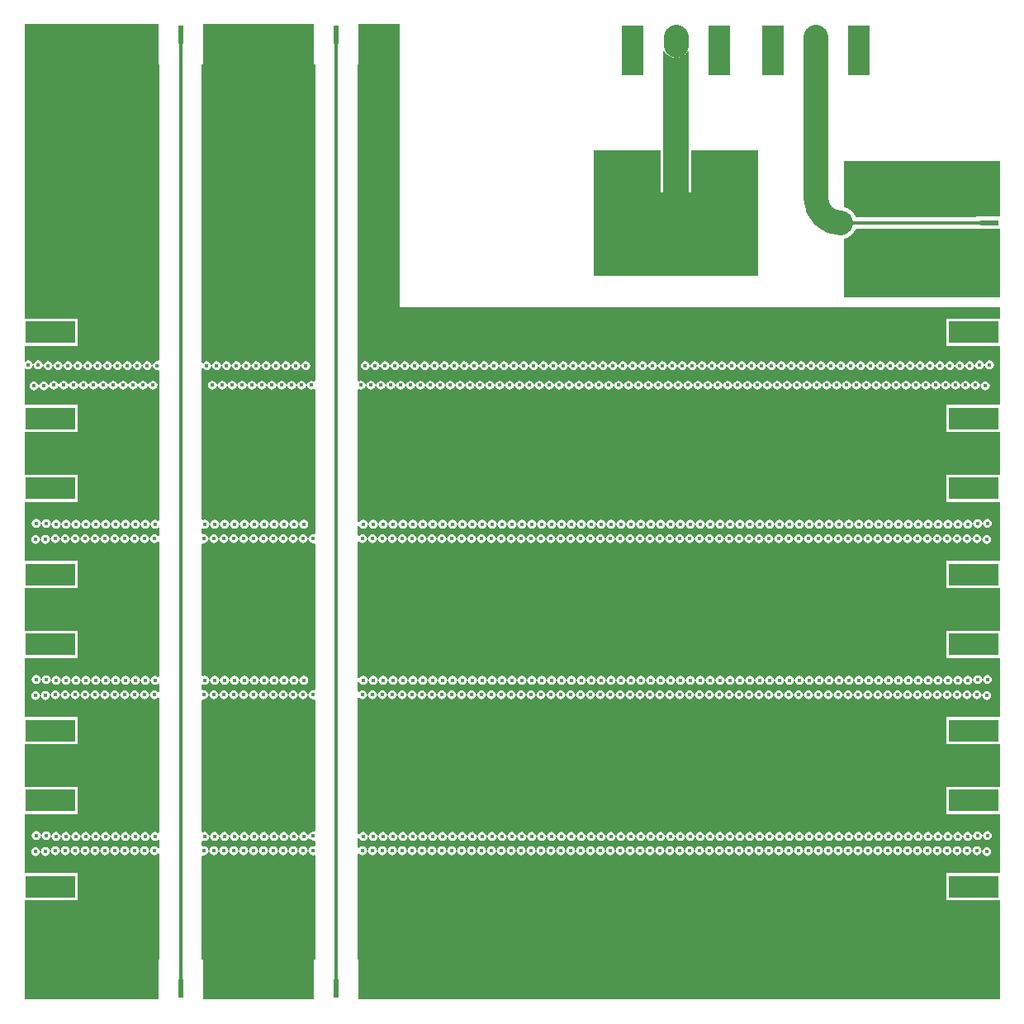
<source format=gbl>
G04*
G04 #@! TF.GenerationSoftware,Altium Limited,Altium Designer,19.1.7 (138)*
G04*
G04 Layer_Physical_Order=4*
G04 Layer_Color=16711680*
%FSLAX25Y25*%
%MOIN*%
G70*
G01*
G75*
%ADD12R,0.07500X0.02000*%
%ADD13R,0.20000X0.09000*%
%ADD14R,0.09000X0.20000*%
%ADD16C,0.01309*%
%ADD24C,0.01500*%
%ADD25C,0.10100*%
%ADD26R,0.02000X0.07500*%
%ADD27C,0.01210*%
%ADD28C,0.01299*%
G36*
X258587Y382580D02*
X259396Y381525D01*
X260451Y380716D01*
X261680Y380207D01*
X262998Y380033D01*
X264316Y380207D01*
X265545Y380716D01*
X266600Y381525D01*
X267409Y382580D01*
X267548Y382915D01*
X268048Y382816D01*
Y325807D01*
X269310D01*
Y342711D01*
X296292D01*
Y292000D01*
X229708D01*
Y342711D01*
X256690D01*
Y325807D01*
X257948D01*
Y382816D01*
X258448Y382915D01*
X258587Y382580D01*
D02*
G37*
G36*
X393701Y316000D02*
X384101D01*
Y315697D01*
X335678D01*
X335581Y316019D01*
X334973Y317157D01*
X334154Y318154D01*
X333157Y318972D01*
X332019Y319581D01*
X330784Y319955D01*
X330709Y319963D01*
X330709Y338583D01*
X393701D01*
X393701Y316000D01*
D02*
G37*
G36*
X384101Y311000D02*
X393701D01*
X393701Y283465D01*
X330709D01*
X330709Y307037D01*
X330784Y307045D01*
X332019Y307419D01*
X333157Y308028D01*
X334154Y308846D01*
X334973Y309843D01*
X335581Y310981D01*
X335678Y311303D01*
X384101D01*
Y311000D01*
D02*
G37*
G36*
X53992Y377601D02*
X54345D01*
Y258087D01*
X53845Y257677D01*
X53596Y257726D01*
X52913Y257591D01*
X52334Y257204D01*
X51947Y256625D01*
X51851Y256139D01*
X51341D01*
X51244Y256625D01*
X50857Y257204D01*
X50279Y257591D01*
X49596Y257726D01*
X48913Y257591D01*
X48334Y257204D01*
X47947Y256625D01*
X47851Y256139D01*
X47341D01*
X47244Y256625D01*
X46857Y257204D01*
X46279Y257591D01*
X45596Y257726D01*
X44913Y257591D01*
X44334Y257204D01*
X43947Y256625D01*
X43851Y256139D01*
X43341D01*
X43244Y256625D01*
X42857Y257204D01*
X42279Y257591D01*
X41596Y257726D01*
X40913Y257591D01*
X40334Y257204D01*
X39947Y256625D01*
X39851Y256139D01*
X39341D01*
X39244Y256625D01*
X38857Y257204D01*
X38278Y257591D01*
X37596Y257726D01*
X36913Y257591D01*
X36334Y257204D01*
X35947Y256625D01*
X35851Y256139D01*
X35341D01*
X35244Y256625D01*
X34857Y257204D01*
X34279Y257591D01*
X33596Y257726D01*
X32913Y257591D01*
X32334Y257204D01*
X31947Y256625D01*
X31851Y256139D01*
X31341D01*
X31244Y256625D01*
X30857Y257204D01*
X30279Y257591D01*
X29596Y257726D01*
X28913Y257591D01*
X28334Y257204D01*
X27947Y256625D01*
X27851Y256139D01*
X27341D01*
X27244Y256625D01*
X26857Y257204D01*
X26278Y257591D01*
X25596Y257726D01*
X24913Y257591D01*
X24334Y257204D01*
X23947Y256625D01*
X23851Y256139D01*
X23341D01*
X23244Y256625D01*
X22857Y257204D01*
X22278Y257591D01*
X21596Y257726D01*
X20913Y257591D01*
X20334Y257204D01*
X19947Y256625D01*
X19851Y256139D01*
X19341D01*
X19244Y256625D01*
X18857Y257204D01*
X18279Y257591D01*
X17596Y257726D01*
X16913Y257591D01*
X16334Y257204D01*
X15947Y256625D01*
X15851Y256139D01*
X15341D01*
X15244Y256625D01*
X14857Y257204D01*
X14278Y257591D01*
X13596Y257726D01*
X12913Y257591D01*
X12334Y257204D01*
X11947Y256625D01*
X11851Y256139D01*
X11341D01*
X11244Y256625D01*
X10857Y257204D01*
X10278Y257591D01*
X9596Y257726D01*
X8913Y257591D01*
X8334Y257204D01*
X7947Y256625D01*
X7867Y256223D01*
X7391Y256246D01*
X7256Y256929D01*
X6869Y257508D01*
X6290Y257895D01*
X5607Y258031D01*
X4924Y257895D01*
X4346Y257508D01*
X3959Y256929D01*
X3862Y256444D01*
X3352D01*
X3256Y256929D01*
X2869Y257508D01*
X2290Y257895D01*
X1607Y258031D01*
X924Y257895D01*
X500Y257611D01*
X0Y257822D01*
Y263868D01*
X21600D01*
Y274868D01*
X0D01*
Y393700D01*
X53992Y393700D01*
Y377601D01*
D02*
G37*
G36*
X3959Y255564D02*
X4346Y254985D01*
X4924Y254598D01*
X5607Y254462D01*
X6290Y254598D01*
X6869Y254985D01*
X7256Y255564D01*
X7336Y255966D01*
X7811Y255942D01*
X7947Y255259D01*
X8334Y254680D01*
X8913Y254294D01*
X9596Y254158D01*
X10278Y254294D01*
X10857Y254680D01*
X11244Y255259D01*
X11341Y255745D01*
X11851D01*
X11947Y255259D01*
X12334Y254680D01*
X12913Y254294D01*
X13596Y254158D01*
X14278Y254294D01*
X14857Y254680D01*
X15244Y255259D01*
X15341Y255745D01*
X15851D01*
X15947Y255259D01*
X16334Y254680D01*
X16913Y254294D01*
X17596Y254158D01*
X18279Y254294D01*
X18857Y254680D01*
X19244Y255259D01*
X19341Y255745D01*
X19851D01*
X19947Y255259D01*
X20334Y254680D01*
X20913Y254294D01*
X21596Y254158D01*
X22278Y254294D01*
X22857Y254680D01*
X23244Y255259D01*
X23341Y255745D01*
X23851D01*
X23947Y255259D01*
X24334Y254680D01*
X24913Y254294D01*
X25596Y254158D01*
X26278Y254294D01*
X26857Y254680D01*
X27244Y255259D01*
X27341Y255745D01*
X27851D01*
X27947Y255259D01*
X28334Y254680D01*
X28913Y254294D01*
X29596Y254158D01*
X30279Y254294D01*
X30857Y254680D01*
X31244Y255259D01*
X31341Y255745D01*
X31851D01*
X31947Y255259D01*
X32334Y254680D01*
X32913Y254294D01*
X33596Y254158D01*
X34279Y254294D01*
X34857Y254680D01*
X35244Y255259D01*
X35341Y255745D01*
X35851D01*
X35947Y255259D01*
X36334Y254680D01*
X36913Y254294D01*
X37596Y254158D01*
X38278Y254294D01*
X38857Y254680D01*
X39244Y255259D01*
X39341Y255745D01*
X39851D01*
X39947Y255259D01*
X40334Y254680D01*
X40913Y254294D01*
X41596Y254158D01*
X42279Y254294D01*
X42857Y254680D01*
X43244Y255259D01*
X43341Y255745D01*
X43851D01*
X43947Y255259D01*
X44334Y254680D01*
X44913Y254294D01*
X45596Y254158D01*
X46279Y254294D01*
X46857Y254680D01*
X47244Y255259D01*
X47341Y255745D01*
X47851D01*
X47947Y255259D01*
X48334Y254680D01*
X48913Y254294D01*
X49596Y254158D01*
X50279Y254294D01*
X50857Y254680D01*
X51244Y255259D01*
X51341Y255745D01*
X51851D01*
X51947Y255259D01*
X52334Y254680D01*
X52913Y254294D01*
X53596Y254158D01*
X53845Y254207D01*
X54345Y253797D01*
Y193504D01*
X53845Y193298D01*
X53414Y193586D01*
X52732Y193722D01*
X52049Y193586D01*
X51470Y193200D01*
X51083Y192621D01*
X51006Y192233D01*
X50987Y192135D01*
X50477D01*
X50457Y192233D01*
X50380Y192621D01*
X49993Y193200D01*
X49415Y193586D01*
X48732Y193722D01*
X48049Y193586D01*
X47470Y193200D01*
X47083Y192621D01*
X47006Y192233D01*
X46987Y192135D01*
X46477D01*
X46457Y192233D01*
X46380Y192621D01*
X45993Y193200D01*
X45415Y193586D01*
X44732Y193722D01*
X44049Y193586D01*
X43470Y193200D01*
X43083Y192621D01*
X43006Y192233D01*
X42987Y192135D01*
X42477D01*
X42457Y192233D01*
X42380Y192621D01*
X41993Y193200D01*
X41414Y193586D01*
X40732Y193722D01*
X40049Y193586D01*
X39470Y193200D01*
X39083Y192621D01*
X39006Y192233D01*
X38987Y192135D01*
X38477D01*
X38457Y192233D01*
X38380Y192621D01*
X37993Y193200D01*
X37415Y193586D01*
X36732Y193722D01*
X36049Y193586D01*
X35470Y193200D01*
X35083Y192621D01*
X35006Y192233D01*
X34987Y192135D01*
X34477D01*
X34457Y192233D01*
X34380Y192621D01*
X33993Y193200D01*
X33415Y193586D01*
X32732Y193722D01*
X32049Y193586D01*
X31470Y193200D01*
X31083Y192621D01*
X31006Y192233D01*
X30987Y192135D01*
X30477D01*
X30457Y192233D01*
X30380Y192621D01*
X29993Y193200D01*
X29414Y193586D01*
X28732Y193722D01*
X28049Y193586D01*
X27470Y193200D01*
X27083Y192621D01*
X27006Y192233D01*
X26987Y192135D01*
X26477D01*
X26457Y192233D01*
X26380Y192621D01*
X25993Y193200D01*
X25414Y193586D01*
X24732Y193722D01*
X24049Y193586D01*
X23470Y193200D01*
X23083Y192621D01*
X23006Y192233D01*
X22987Y192135D01*
X22477D01*
X22457Y192233D01*
X22380Y192621D01*
X21993Y193200D01*
X21415Y193586D01*
X20732Y193722D01*
X20049Y193586D01*
X19470Y193200D01*
X19083Y192621D01*
X19006Y192233D01*
X18987Y192135D01*
X18477D01*
X18457Y192233D01*
X18380Y192621D01*
X17993Y193200D01*
X17414Y193586D01*
X16732Y193722D01*
X16049Y193586D01*
X15470Y193200D01*
X15083Y192621D01*
X15006Y192233D01*
X14987Y192135D01*
X14477D01*
X14457Y192233D01*
X14380Y192621D01*
X13993Y193200D01*
X13415Y193586D01*
X12732Y193722D01*
X12049Y193586D01*
X11470Y193200D01*
X11083Y192621D01*
X11021Y192309D01*
X11010Y192251D01*
X10500D01*
X10484Y192331D01*
X10385Y192827D01*
X9999Y193405D01*
X9420Y193792D01*
X8737Y193928D01*
X8054Y193792D01*
X7475Y193405D01*
X7089Y192827D01*
X7021Y192488D01*
X7006Y192409D01*
X6496D01*
X6477Y192505D01*
X6387Y192953D01*
X6001Y193532D01*
X5422Y193919D01*
X4739Y194055D01*
X4056Y193919D01*
X3477Y193532D01*
X3091Y192953D01*
X2955Y192271D01*
X3091Y191588D01*
X3477Y191009D01*
X4056Y190622D01*
X4739Y190486D01*
X5422Y190622D01*
X6001Y191009D01*
X6387Y191588D01*
X6455Y191926D01*
X6470Y192005D01*
X6980D01*
X6999Y191909D01*
X7089Y191461D01*
X7475Y190882D01*
X8054Y190495D01*
X8737Y190359D01*
X9420Y190495D01*
X9999Y190882D01*
X10385Y191461D01*
X10447Y191773D01*
X10459Y191831D01*
X10969D01*
X10985Y191751D01*
X11083Y191255D01*
X11470Y190676D01*
X12049Y190289D01*
X12732Y190154D01*
X13415Y190289D01*
X13993Y190676D01*
X14380Y191255D01*
X14457Y191643D01*
X14477Y191741D01*
X14987D01*
X15006Y191643D01*
X15083Y191255D01*
X15470Y190676D01*
X16049Y190289D01*
X16732Y190154D01*
X17414Y190289D01*
X17993Y190676D01*
X18380Y191255D01*
X18457Y191643D01*
X18477Y191741D01*
X18987D01*
X19006Y191643D01*
X19083Y191255D01*
X19470Y190676D01*
X20049Y190289D01*
X20732Y190154D01*
X21415Y190289D01*
X21993Y190676D01*
X22380Y191255D01*
X22457Y191643D01*
X22477Y191741D01*
X22987D01*
X23006Y191643D01*
X23083Y191255D01*
X23470Y190676D01*
X24049Y190289D01*
X24732Y190154D01*
X25414Y190289D01*
X25993Y190676D01*
X26380Y191255D01*
X26457Y191643D01*
X26477Y191741D01*
X26987D01*
X27006Y191643D01*
X27083Y191255D01*
X27470Y190676D01*
X28049Y190289D01*
X28732Y190154D01*
X29414Y190289D01*
X29993Y190676D01*
X30380Y191255D01*
X30457Y191643D01*
X30477Y191741D01*
X30987D01*
X31006Y191643D01*
X31083Y191255D01*
X31470Y190676D01*
X32049Y190289D01*
X32732Y190154D01*
X33415Y190289D01*
X33993Y190676D01*
X34380Y191255D01*
X34457Y191643D01*
X34477Y191741D01*
X34987D01*
X35006Y191643D01*
X35083Y191255D01*
X35470Y190676D01*
X36049Y190289D01*
X36732Y190154D01*
X37415Y190289D01*
X37993Y190676D01*
X38380Y191255D01*
X38457Y191643D01*
X38477Y191741D01*
X38987D01*
X39006Y191643D01*
X39083Y191255D01*
X39470Y190676D01*
X40049Y190289D01*
X40732Y190154D01*
X41414Y190289D01*
X41993Y190676D01*
X42380Y191255D01*
X42457Y191643D01*
X42477Y191741D01*
X42987D01*
X43006Y191643D01*
X43083Y191255D01*
X43470Y190676D01*
X44049Y190289D01*
X44732Y190154D01*
X45415Y190289D01*
X45993Y190676D01*
X46380Y191255D01*
X46457Y191643D01*
X46477Y191741D01*
X46987D01*
X47006Y191643D01*
X47083Y191255D01*
X47470Y190676D01*
X48049Y190289D01*
X48732Y190154D01*
X49415Y190289D01*
X49993Y190676D01*
X50380Y191255D01*
X50457Y191643D01*
X50477Y191741D01*
X50987D01*
X51006Y191643D01*
X51083Y191255D01*
X51470Y190676D01*
X52049Y190289D01*
X52732Y190154D01*
X53414Y190289D01*
X53845Y190577D01*
X54345Y190372D01*
Y187202D01*
X53845Y187050D01*
X53694Y187276D01*
X53115Y187663D01*
X52433Y187799D01*
X51750Y187663D01*
X51171Y187276D01*
X50784Y186698D01*
X50707Y186310D01*
X50687Y186212D01*
X50178D01*
X50158Y186310D01*
X50081Y186698D01*
X49694Y187276D01*
X49115Y187663D01*
X48433Y187799D01*
X47750Y187663D01*
X47171Y187276D01*
X46784Y186698D01*
X46707Y186310D01*
X46687Y186212D01*
X46178D01*
X46158Y186310D01*
X46081Y186698D01*
X45694Y187276D01*
X45115Y187663D01*
X44433Y187799D01*
X43750Y187663D01*
X43171Y187276D01*
X42784Y186698D01*
X42707Y186310D01*
X42687Y186212D01*
X42178D01*
X42158Y186310D01*
X42081Y186698D01*
X41694Y187276D01*
X41115Y187663D01*
X40433Y187799D01*
X39750Y187663D01*
X39171Y187276D01*
X38784Y186698D01*
X38707Y186310D01*
X38688Y186212D01*
X38178D01*
X38158Y186310D01*
X38081Y186698D01*
X37694Y187276D01*
X37115Y187663D01*
X36433Y187799D01*
X35750Y187663D01*
X35171Y187276D01*
X34784Y186698D01*
X34707Y186310D01*
X34688Y186212D01*
X34178D01*
X34158Y186310D01*
X34081Y186698D01*
X33694Y187276D01*
X33115Y187663D01*
X32433Y187799D01*
X31750Y187663D01*
X31171Y187276D01*
X30784Y186698D01*
X30707Y186310D01*
X30687Y186212D01*
X30178D01*
X30158Y186310D01*
X30081Y186698D01*
X29694Y187276D01*
X29115Y187663D01*
X28433Y187799D01*
X27750Y187663D01*
X27171Y187276D01*
X26784Y186698D01*
X26707Y186310D01*
X26687Y186212D01*
X26178D01*
X26158Y186310D01*
X26081Y186698D01*
X25694Y187276D01*
X25115Y187663D01*
X24433Y187799D01*
X23750Y187663D01*
X23171Y187276D01*
X22784Y186698D01*
X22707Y186310D01*
X22688Y186212D01*
X22178D01*
X22158Y186310D01*
X22081Y186698D01*
X21694Y187276D01*
X21115Y187663D01*
X20433Y187799D01*
X19750Y187663D01*
X19171Y187276D01*
X18784Y186698D01*
X18707Y186310D01*
X18688Y186212D01*
X18178D01*
X18158Y186310D01*
X18081Y186698D01*
X17694Y187276D01*
X17115Y187663D01*
X16433Y187799D01*
X15750Y187663D01*
X15171Y187276D01*
X14784Y186698D01*
X14707Y186310D01*
X14687Y186212D01*
X14178D01*
X14158Y186310D01*
X14081Y186698D01*
X13694Y187276D01*
X13115Y187663D01*
X12433Y187799D01*
X11750Y187663D01*
X11171Y187276D01*
X10784Y186698D01*
X10697Y186257D01*
X10648Y186015D01*
X10175Y186004D01*
X10090Y186433D01*
X9703Y187012D01*
X9124Y187399D01*
X8441Y187534D01*
X7759Y187399D01*
X7180Y187012D01*
X6793Y186433D01*
X6710Y186015D01*
X6690Y185915D01*
X6180D01*
X6162Y186005D01*
X6090Y186365D01*
X5704Y186944D01*
X5125Y187331D01*
X4442Y187467D01*
X3759Y187331D01*
X3180Y186944D01*
X2794Y186365D01*
X2658Y185682D01*
X2794Y185000D01*
X3180Y184421D01*
X3759Y184034D01*
X4442Y183898D01*
X5125Y184034D01*
X5704Y184421D01*
X6090Y185000D01*
X6174Y185417D01*
X6194Y185518D01*
X6703D01*
X6721Y185428D01*
X6793Y185067D01*
X7180Y184488D01*
X7759Y184102D01*
X8441Y183966D01*
X9124Y184102D01*
X9703Y184488D01*
X10090Y185067D01*
X10177Y185508D01*
X10226Y185750D01*
X10699Y185761D01*
X10784Y185332D01*
X11171Y184753D01*
X11750Y184366D01*
X12433Y184230D01*
X13115Y184366D01*
X13694Y184753D01*
X14081Y185332D01*
X14158Y185720D01*
X14178Y185818D01*
X14687D01*
X14707Y185720D01*
X14784Y185332D01*
X15171Y184753D01*
X15750Y184366D01*
X16433Y184230D01*
X17115Y184366D01*
X17694Y184753D01*
X18081Y185332D01*
X18158Y185720D01*
X18178Y185818D01*
X18688D01*
X18707Y185720D01*
X18784Y185332D01*
X19171Y184753D01*
X19750Y184366D01*
X20433Y184230D01*
X21115Y184366D01*
X21694Y184753D01*
X22081Y185332D01*
X22158Y185720D01*
X22178Y185818D01*
X22688D01*
X22707Y185720D01*
X22784Y185332D01*
X23171Y184753D01*
X23750Y184366D01*
X24433Y184230D01*
X25115Y184366D01*
X25694Y184753D01*
X26081Y185332D01*
X26158Y185720D01*
X26178Y185818D01*
X26687D01*
X26707Y185720D01*
X26784Y185332D01*
X27171Y184753D01*
X27750Y184366D01*
X28433Y184230D01*
X29115Y184366D01*
X29694Y184753D01*
X30081Y185332D01*
X30158Y185720D01*
X30178Y185818D01*
X30687D01*
X30707Y185720D01*
X30784Y185332D01*
X31171Y184753D01*
X31750Y184366D01*
X32433Y184230D01*
X33115Y184366D01*
X33694Y184753D01*
X34081Y185332D01*
X34158Y185720D01*
X34178Y185818D01*
X34688D01*
X34707Y185720D01*
X34784Y185332D01*
X35171Y184753D01*
X35750Y184366D01*
X36433Y184230D01*
X37115Y184366D01*
X37694Y184753D01*
X38081Y185332D01*
X38158Y185720D01*
X38178Y185818D01*
X38688D01*
X38707Y185720D01*
X38784Y185332D01*
X39171Y184753D01*
X39750Y184366D01*
X40433Y184230D01*
X41115Y184366D01*
X41694Y184753D01*
X42081Y185332D01*
X42158Y185720D01*
X42178Y185818D01*
X42687D01*
X42707Y185720D01*
X42784Y185332D01*
X43171Y184753D01*
X43750Y184366D01*
X44433Y184230D01*
X45115Y184366D01*
X45694Y184753D01*
X46081Y185332D01*
X46158Y185720D01*
X46178Y185818D01*
X46687D01*
X46707Y185720D01*
X46784Y185332D01*
X47171Y184753D01*
X47750Y184366D01*
X48433Y184230D01*
X49115Y184366D01*
X49694Y184753D01*
X50081Y185332D01*
X50158Y185720D01*
X50178Y185818D01*
X50687D01*
X50707Y185720D01*
X50784Y185332D01*
X51171Y184753D01*
X51750Y184366D01*
X52433Y184230D01*
X53115Y184366D01*
X53694Y184753D01*
X53845Y184979D01*
X54345Y184828D01*
Y130512D01*
X53845Y130306D01*
X53414Y130594D01*
X52732Y130730D01*
X52049Y130594D01*
X51470Y130208D01*
X51083Y129629D01*
X51006Y129241D01*
X50987Y129143D01*
X50477D01*
X50457Y129241D01*
X50380Y129629D01*
X49993Y130208D01*
X49415Y130594D01*
X48732Y130730D01*
X48049Y130594D01*
X47470Y130208D01*
X47083Y129629D01*
X47006Y129241D01*
X46987Y129143D01*
X46477D01*
X46457Y129241D01*
X46380Y129629D01*
X45993Y130208D01*
X45415Y130594D01*
X44732Y130730D01*
X44049Y130594D01*
X43470Y130208D01*
X43083Y129629D01*
X43006Y129241D01*
X42987Y129143D01*
X42477D01*
X42457Y129241D01*
X42380Y129629D01*
X41993Y130208D01*
X41414Y130594D01*
X40732Y130730D01*
X40049Y130594D01*
X39470Y130208D01*
X39083Y129629D01*
X39006Y129241D01*
X38987Y129143D01*
X38477D01*
X38457Y129241D01*
X38380Y129629D01*
X37993Y130208D01*
X37415Y130594D01*
X36732Y130730D01*
X36049Y130594D01*
X35470Y130208D01*
X35083Y129629D01*
X35006Y129241D01*
X34987Y129143D01*
X34477D01*
X34457Y129241D01*
X34380Y129629D01*
X33993Y130208D01*
X33415Y130594D01*
X32732Y130730D01*
X32049Y130594D01*
X31470Y130208D01*
X31083Y129629D01*
X31006Y129241D01*
X30987Y129143D01*
X30477D01*
X30457Y129241D01*
X30380Y129629D01*
X29993Y130208D01*
X29414Y130594D01*
X28732Y130730D01*
X28049Y130594D01*
X27470Y130208D01*
X27083Y129629D01*
X27006Y129241D01*
X26987Y129143D01*
X26477D01*
X26457Y129241D01*
X26380Y129629D01*
X25993Y130208D01*
X25414Y130594D01*
X24732Y130730D01*
X24049Y130594D01*
X23470Y130208D01*
X23083Y129629D01*
X23006Y129241D01*
X22987Y129143D01*
X22477D01*
X22457Y129241D01*
X22380Y129629D01*
X21993Y130208D01*
X21415Y130594D01*
X20732Y130730D01*
X20049Y130594D01*
X19470Y130208D01*
X19083Y129629D01*
X19006Y129241D01*
X18987Y129143D01*
X18477D01*
X18457Y129241D01*
X18380Y129629D01*
X17993Y130208D01*
X17414Y130594D01*
X16732Y130730D01*
X16049Y130594D01*
X15470Y130208D01*
X15083Y129629D01*
X15006Y129241D01*
X14987Y129143D01*
X14477D01*
X14457Y129241D01*
X14380Y129629D01*
X13993Y130208D01*
X13415Y130594D01*
X12732Y130730D01*
X12049Y130594D01*
X11470Y130208D01*
X11083Y129629D01*
X11021Y129317D01*
X11010Y129259D01*
X10500D01*
X10484Y129339D01*
X10385Y129834D01*
X9999Y130413D01*
X9420Y130800D01*
X8737Y130936D01*
X8054Y130800D01*
X7475Y130413D01*
X7089Y129834D01*
X7021Y129496D01*
X7006Y129417D01*
X6496D01*
X6477Y129513D01*
X6387Y129961D01*
X6001Y130540D01*
X5422Y130927D01*
X4739Y131063D01*
X4056Y130927D01*
X3477Y130540D01*
X3091Y129961D01*
X2955Y129278D01*
X3091Y128595D01*
X3477Y128017D01*
X4056Y127630D01*
X4739Y127494D01*
X5422Y127630D01*
X6001Y128017D01*
X6387Y128595D01*
X6455Y128934D01*
X6470Y129013D01*
X6980D01*
X6999Y128917D01*
X7089Y128469D01*
X7475Y127890D01*
X8054Y127503D01*
X8737Y127367D01*
X9420Y127503D01*
X9999Y127890D01*
X10385Y128469D01*
X10447Y128781D01*
X10459Y128838D01*
X10969D01*
X10985Y128759D01*
X11083Y128263D01*
X11470Y127684D01*
X12049Y127297D01*
X12732Y127162D01*
X13415Y127297D01*
X13993Y127684D01*
X14380Y128263D01*
X14457Y128651D01*
X14477Y128749D01*
X14987D01*
X15006Y128651D01*
X15083Y128263D01*
X15470Y127684D01*
X16049Y127297D01*
X16732Y127162D01*
X17414Y127297D01*
X17993Y127684D01*
X18380Y128263D01*
X18457Y128651D01*
X18477Y128749D01*
X18987D01*
X19006Y128651D01*
X19083Y128263D01*
X19470Y127684D01*
X20049Y127297D01*
X20732Y127162D01*
X21415Y127297D01*
X21993Y127684D01*
X22380Y128263D01*
X22457Y128651D01*
X22477Y128749D01*
X22987D01*
X23006Y128651D01*
X23083Y128263D01*
X23470Y127684D01*
X24049Y127297D01*
X24732Y127162D01*
X25414Y127297D01*
X25993Y127684D01*
X26380Y128263D01*
X26457Y128651D01*
X26477Y128749D01*
X26987D01*
X27006Y128651D01*
X27083Y128263D01*
X27470Y127684D01*
X28049Y127297D01*
X28732Y127162D01*
X29414Y127297D01*
X29993Y127684D01*
X30380Y128263D01*
X30457Y128651D01*
X30477Y128749D01*
X30987D01*
X31006Y128651D01*
X31083Y128263D01*
X31470Y127684D01*
X32049Y127297D01*
X32732Y127162D01*
X33415Y127297D01*
X33993Y127684D01*
X34380Y128263D01*
X34457Y128651D01*
X34477Y128749D01*
X34987D01*
X35006Y128651D01*
X35083Y128263D01*
X35470Y127684D01*
X36049Y127297D01*
X36732Y127162D01*
X37415Y127297D01*
X37993Y127684D01*
X38380Y128263D01*
X38457Y128651D01*
X38477Y128749D01*
X38987D01*
X39006Y128651D01*
X39083Y128263D01*
X39470Y127684D01*
X40049Y127297D01*
X40732Y127162D01*
X41414Y127297D01*
X41993Y127684D01*
X42380Y128263D01*
X42457Y128651D01*
X42477Y128749D01*
X42987D01*
X43006Y128651D01*
X43083Y128263D01*
X43470Y127684D01*
X44049Y127297D01*
X44732Y127162D01*
X45415Y127297D01*
X45993Y127684D01*
X46380Y128263D01*
X46457Y128651D01*
X46477Y128749D01*
X46987D01*
X47006Y128651D01*
X47083Y128263D01*
X47470Y127684D01*
X48049Y127297D01*
X48732Y127162D01*
X49415Y127297D01*
X49993Y127684D01*
X50380Y128263D01*
X50457Y128651D01*
X50477Y128749D01*
X50987D01*
X51006Y128651D01*
X51083Y128263D01*
X51470Y127684D01*
X52049Y127297D01*
X52732Y127162D01*
X53414Y127297D01*
X53845Y127585D01*
X54345Y127380D01*
Y124210D01*
X53845Y124058D01*
X53694Y124284D01*
X53115Y124671D01*
X52433Y124807D01*
X51750Y124671D01*
X51171Y124284D01*
X50784Y123705D01*
X50707Y123318D01*
X50687Y123220D01*
X50178D01*
X50158Y123318D01*
X50081Y123705D01*
X49694Y124284D01*
X49115Y124671D01*
X48433Y124807D01*
X47750Y124671D01*
X47171Y124284D01*
X46784Y123705D01*
X46707Y123318D01*
X46687Y123220D01*
X46178D01*
X46158Y123318D01*
X46081Y123705D01*
X45694Y124284D01*
X45115Y124671D01*
X44433Y124807D01*
X43750Y124671D01*
X43171Y124284D01*
X42784Y123705D01*
X42707Y123318D01*
X42687Y123220D01*
X42178D01*
X42158Y123318D01*
X42081Y123705D01*
X41694Y124284D01*
X41115Y124671D01*
X40433Y124807D01*
X39750Y124671D01*
X39171Y124284D01*
X38784Y123705D01*
X38707Y123318D01*
X38688Y123220D01*
X38178D01*
X38158Y123318D01*
X38081Y123705D01*
X37694Y124284D01*
X37115Y124671D01*
X36433Y124807D01*
X35750Y124671D01*
X35171Y124284D01*
X34784Y123705D01*
X34707Y123318D01*
X34688Y123220D01*
X34178D01*
X34158Y123318D01*
X34081Y123705D01*
X33694Y124284D01*
X33115Y124671D01*
X32433Y124807D01*
X31750Y124671D01*
X31171Y124284D01*
X30784Y123705D01*
X30707Y123318D01*
X30687Y123220D01*
X30178D01*
X30158Y123318D01*
X30081Y123705D01*
X29694Y124284D01*
X29115Y124671D01*
X28433Y124807D01*
X27750Y124671D01*
X27171Y124284D01*
X26784Y123705D01*
X26707Y123318D01*
X26687Y123220D01*
X26178D01*
X26158Y123318D01*
X26081Y123705D01*
X25694Y124284D01*
X25115Y124671D01*
X24433Y124807D01*
X23750Y124671D01*
X23171Y124284D01*
X22784Y123705D01*
X22707Y123318D01*
X22688Y123220D01*
X22178D01*
X22158Y123318D01*
X22081Y123705D01*
X21694Y124284D01*
X21115Y124671D01*
X20433Y124807D01*
X19750Y124671D01*
X19171Y124284D01*
X18784Y123705D01*
X18707Y123318D01*
X18688Y123220D01*
X18178D01*
X18158Y123318D01*
X18081Y123705D01*
X17694Y124284D01*
X17115Y124671D01*
X16433Y124807D01*
X15750Y124671D01*
X15171Y124284D01*
X14784Y123705D01*
X14707Y123318D01*
X14687Y123220D01*
X14178D01*
X14158Y123318D01*
X14081Y123705D01*
X13694Y124284D01*
X13115Y124671D01*
X12433Y124807D01*
X11750Y124671D01*
X11171Y124284D01*
X10784Y123705D01*
X10697Y123265D01*
X10648Y123023D01*
X10175Y123012D01*
X10090Y123441D01*
X9703Y124020D01*
X9124Y124407D01*
X8441Y124542D01*
X7759Y124407D01*
X7180Y124020D01*
X6793Y123441D01*
X6710Y123023D01*
X6690Y122923D01*
X6180D01*
X6162Y123013D01*
X6090Y123373D01*
X5704Y123952D01*
X5125Y124339D01*
X4442Y124475D01*
X3759Y124339D01*
X3180Y123952D01*
X2794Y123373D01*
X2658Y122690D01*
X2794Y122007D01*
X3180Y121429D01*
X3759Y121042D01*
X4442Y120906D01*
X5125Y121042D01*
X5704Y121429D01*
X6090Y122007D01*
X6174Y122425D01*
X6194Y122526D01*
X6703D01*
X6721Y122436D01*
X6793Y122075D01*
X7180Y121496D01*
X7759Y121110D01*
X8441Y120974D01*
X9124Y121110D01*
X9703Y121496D01*
X10090Y122075D01*
X10177Y122515D01*
X10226Y122758D01*
X10699Y122769D01*
X10784Y122340D01*
X11171Y121761D01*
X11750Y121374D01*
X12433Y121238D01*
X13115Y121374D01*
X13694Y121761D01*
X14081Y122340D01*
X14158Y122728D01*
X14178Y122826D01*
X14687D01*
X14707Y122728D01*
X14784Y122340D01*
X15171Y121761D01*
X15750Y121374D01*
X16433Y121238D01*
X17115Y121374D01*
X17694Y121761D01*
X18081Y122340D01*
X18158Y122728D01*
X18178Y122826D01*
X18688D01*
X18707Y122728D01*
X18784Y122340D01*
X19171Y121761D01*
X19750Y121374D01*
X20433Y121238D01*
X21115Y121374D01*
X21694Y121761D01*
X22081Y122340D01*
X22158Y122728D01*
X22178Y122826D01*
X22688D01*
X22707Y122728D01*
X22784Y122340D01*
X23171Y121761D01*
X23750Y121374D01*
X24433Y121238D01*
X25115Y121374D01*
X25694Y121761D01*
X26081Y122340D01*
X26158Y122728D01*
X26178Y122826D01*
X26687D01*
X26707Y122728D01*
X26784Y122340D01*
X27171Y121761D01*
X27750Y121374D01*
X28433Y121238D01*
X29115Y121374D01*
X29694Y121761D01*
X30081Y122340D01*
X30158Y122728D01*
X30178Y122826D01*
X30687D01*
X30707Y122728D01*
X30784Y122340D01*
X31171Y121761D01*
X31750Y121374D01*
X32433Y121238D01*
X33115Y121374D01*
X33694Y121761D01*
X34081Y122340D01*
X34158Y122728D01*
X34178Y122826D01*
X34688D01*
X34707Y122728D01*
X34784Y122340D01*
X35171Y121761D01*
X35750Y121374D01*
X36433Y121238D01*
X37115Y121374D01*
X37694Y121761D01*
X38081Y122340D01*
X38158Y122728D01*
X38178Y122826D01*
X38688D01*
X38707Y122728D01*
X38784Y122340D01*
X39171Y121761D01*
X39750Y121374D01*
X40433Y121238D01*
X41115Y121374D01*
X41694Y121761D01*
X42081Y122340D01*
X42158Y122728D01*
X42178Y122826D01*
X42687D01*
X42707Y122728D01*
X42784Y122340D01*
X43171Y121761D01*
X43750Y121374D01*
X44433Y121238D01*
X45115Y121374D01*
X45694Y121761D01*
X46081Y122340D01*
X46158Y122728D01*
X46178Y122826D01*
X46687D01*
X46707Y122728D01*
X46784Y122340D01*
X47171Y121761D01*
X47750Y121374D01*
X48433Y121238D01*
X49115Y121374D01*
X49694Y121761D01*
X50081Y122340D01*
X50158Y122728D01*
X50178Y122826D01*
X50687D01*
X50707Y122728D01*
X50784Y122340D01*
X51171Y121761D01*
X51750Y121374D01*
X52433Y121238D01*
X53115Y121374D01*
X53694Y121761D01*
X53845Y121987D01*
X54345Y121835D01*
Y67459D01*
X53845Y67261D01*
X53405Y67556D01*
X52722Y67691D01*
X52039Y67556D01*
X51460Y67169D01*
X51074Y66590D01*
X50997Y66202D01*
X50977Y66104D01*
X50467D01*
X50448Y66202D01*
X50371Y66590D01*
X49984Y67169D01*
X49405Y67556D01*
X48722Y67691D01*
X48039Y67556D01*
X47460Y67169D01*
X47074Y66590D01*
X46997Y66202D01*
X46977Y66104D01*
X46467D01*
X46448Y66202D01*
X46371Y66590D01*
X45984Y67169D01*
X45405Y67556D01*
X44722Y67691D01*
X44039Y67556D01*
X43461Y67169D01*
X43074Y66590D01*
X42996Y66202D01*
X42977Y66104D01*
X42467D01*
X42448Y66202D01*
X42371Y66590D01*
X41984Y67169D01*
X41405Y67556D01*
X40722Y67691D01*
X40039Y67556D01*
X39461Y67169D01*
X39074Y66590D01*
X38996Y66202D01*
X38977Y66104D01*
X38467D01*
X38448Y66202D01*
X38371Y66590D01*
X37984Y67169D01*
X37405Y67556D01*
X36722Y67691D01*
X36039Y67556D01*
X35460Y67169D01*
X35074Y66590D01*
X34997Y66202D01*
X34977Y66104D01*
X34467D01*
X34448Y66202D01*
X34371Y66590D01*
X33984Y67169D01*
X33405Y67556D01*
X32722Y67691D01*
X32039Y67556D01*
X31460Y67169D01*
X31074Y66590D01*
X30997Y66202D01*
X30977Y66104D01*
X30467D01*
X30448Y66202D01*
X30371Y66590D01*
X29984Y67169D01*
X29405Y67556D01*
X28722Y67691D01*
X28039Y67556D01*
X27461Y67169D01*
X27074Y66590D01*
X26996Y66202D01*
X26977Y66104D01*
X26467D01*
X26448Y66202D01*
X26371Y66590D01*
X25984Y67169D01*
X25405Y67556D01*
X24722Y67691D01*
X24039Y67556D01*
X23460Y67169D01*
X23074Y66590D01*
X22997Y66202D01*
X22977Y66104D01*
X22467D01*
X22448Y66202D01*
X22371Y66590D01*
X21984Y67169D01*
X21405Y67556D01*
X20722Y67691D01*
X20039Y67556D01*
X19460Y67169D01*
X19074Y66590D01*
X18996Y66202D01*
X18977Y66104D01*
X18467D01*
X18448Y66202D01*
X18371Y66590D01*
X17984Y67169D01*
X17405Y67556D01*
X16722Y67691D01*
X16039Y67556D01*
X15461Y67169D01*
X15074Y66590D01*
X14997Y66202D01*
X14977Y66104D01*
X14467D01*
X14448Y66202D01*
X14371Y66590D01*
X13984Y67169D01*
X13405Y67556D01*
X12722Y67691D01*
X12039Y67556D01*
X11461Y67169D01*
X11074Y66590D01*
X10987Y66154D01*
X10514Y66161D01*
X10465Y66411D01*
X10379Y66844D01*
X9992Y67422D01*
X9413Y67809D01*
X8730Y67945D01*
X8047Y67809D01*
X7468Y67422D01*
X7082Y66844D01*
X7014Y66505D01*
X6999Y66425D01*
X6489D01*
X6470Y66522D01*
X6381Y66969D01*
X5994Y67548D01*
X5415Y67935D01*
X4732Y68071D01*
X4049Y67935D01*
X3471Y67548D01*
X3084Y66969D01*
X2948Y66286D01*
X3084Y65603D01*
X3471Y65025D01*
X4049Y64638D01*
X4732Y64502D01*
X5415Y64638D01*
X5994Y65025D01*
X6381Y65603D01*
X6448Y65942D01*
X6464Y66022D01*
X6974D01*
X6993Y65925D01*
X7082Y65478D01*
X7468Y64899D01*
X8047Y64512D01*
X8730Y64377D01*
X9413Y64512D01*
X9992Y64899D01*
X10379Y65478D01*
X10465Y65914D01*
X10938Y65907D01*
X10988Y65657D01*
X11074Y65224D01*
X11461Y64645D01*
X12039Y64259D01*
X12722Y64123D01*
X13405Y64259D01*
X13984Y64645D01*
X14371Y65224D01*
X14448Y65612D01*
X14467Y65710D01*
X14977D01*
X14997Y65612D01*
X15074Y65224D01*
X15461Y64645D01*
X16039Y64259D01*
X16722Y64123D01*
X17405Y64259D01*
X17984Y64645D01*
X18371Y65224D01*
X18448Y65612D01*
X18467Y65710D01*
X18977D01*
X18996Y65612D01*
X19074Y65224D01*
X19460Y64645D01*
X20039Y64259D01*
X20722Y64123D01*
X21405Y64259D01*
X21984Y64645D01*
X22371Y65224D01*
X22448Y65612D01*
X22467Y65710D01*
X22977D01*
X22997Y65612D01*
X23074Y65224D01*
X23460Y64645D01*
X24039Y64259D01*
X24722Y64123D01*
X25405Y64259D01*
X25984Y64645D01*
X26371Y65224D01*
X26448Y65612D01*
X26467Y65710D01*
X26977D01*
X26996Y65612D01*
X27074Y65224D01*
X27461Y64645D01*
X28039Y64259D01*
X28722Y64123D01*
X29405Y64259D01*
X29984Y64645D01*
X30371Y65224D01*
X30448Y65612D01*
X30467Y65710D01*
X30977D01*
X30997Y65612D01*
X31074Y65224D01*
X31460Y64645D01*
X32039Y64259D01*
X32722Y64123D01*
X33405Y64259D01*
X33984Y64645D01*
X34371Y65224D01*
X34448Y65612D01*
X34467Y65710D01*
X34977D01*
X34997Y65612D01*
X35074Y65224D01*
X35460Y64645D01*
X36039Y64259D01*
X36722Y64123D01*
X37405Y64259D01*
X37984Y64645D01*
X38371Y65224D01*
X38448Y65612D01*
X38467Y65710D01*
X38977D01*
X38996Y65612D01*
X39074Y65224D01*
X39461Y64645D01*
X40039Y64259D01*
X40722Y64123D01*
X41405Y64259D01*
X41984Y64645D01*
X42371Y65224D01*
X42448Y65612D01*
X42467Y65710D01*
X42977D01*
X42996Y65612D01*
X43074Y65224D01*
X43461Y64645D01*
X44039Y64259D01*
X44722Y64123D01*
X45405Y64259D01*
X45984Y64645D01*
X46371Y65224D01*
X46448Y65612D01*
X46467Y65710D01*
X46977D01*
X46997Y65612D01*
X47074Y65224D01*
X47460Y64645D01*
X48039Y64259D01*
X48722Y64123D01*
X49405Y64259D01*
X49984Y64645D01*
X50371Y65224D01*
X50448Y65612D01*
X50467Y65710D01*
X50977D01*
X50997Y65612D01*
X51074Y65224D01*
X51460Y64645D01*
X52039Y64259D01*
X52722Y64123D01*
X53405Y64259D01*
X53845Y64553D01*
X54345Y64355D01*
Y61269D01*
X53845Y61117D01*
X53697Y61339D01*
X53118Y61725D01*
X52436Y61861D01*
X51753Y61725D01*
X51174Y61339D01*
X50787Y60760D01*
X50710Y60372D01*
X50691Y60274D01*
X50181D01*
X50161Y60372D01*
X50084Y60760D01*
X49697Y61339D01*
X49118Y61725D01*
X48436Y61861D01*
X47753Y61725D01*
X47174Y61339D01*
X46787Y60760D01*
X46710Y60372D01*
X46690Y60274D01*
X46181D01*
X46161Y60372D01*
X46084Y60760D01*
X45697Y61339D01*
X45118Y61725D01*
X44436Y61861D01*
X43753Y61725D01*
X43174Y61339D01*
X42787Y60760D01*
X42710Y60372D01*
X42691Y60274D01*
X42181D01*
X42161Y60372D01*
X42084Y60760D01*
X41697Y61339D01*
X41118Y61725D01*
X40436Y61861D01*
X39753Y61725D01*
X39174Y61339D01*
X38787Y60760D01*
X38710Y60372D01*
X38691Y60274D01*
X38181D01*
X38161Y60372D01*
X38084Y60760D01*
X37697Y61339D01*
X37118Y61725D01*
X36436Y61861D01*
X35753Y61725D01*
X35174Y61339D01*
X34787Y60760D01*
X34710Y60372D01*
X34690Y60274D01*
X34181D01*
X34161Y60372D01*
X34084Y60760D01*
X33697Y61339D01*
X33118Y61725D01*
X32436Y61861D01*
X31753Y61725D01*
X31174Y61339D01*
X30787Y60760D01*
X30710Y60372D01*
X30691Y60274D01*
X30181D01*
X30161Y60372D01*
X30084Y60760D01*
X29697Y61339D01*
X29118Y61725D01*
X28436Y61861D01*
X27753Y61725D01*
X27174Y61339D01*
X26787Y60760D01*
X26710Y60372D01*
X26691Y60274D01*
X26181D01*
X26161Y60372D01*
X26084Y60760D01*
X25697Y61339D01*
X25118Y61725D01*
X24436Y61861D01*
X23753Y61725D01*
X23174Y61339D01*
X22787Y60760D01*
X22710Y60372D01*
X22691Y60274D01*
X22181D01*
X22161Y60372D01*
X22084Y60760D01*
X21697Y61339D01*
X21118Y61725D01*
X20436Y61861D01*
X19753Y61725D01*
X19174Y61339D01*
X18787Y60760D01*
X18710Y60372D01*
X18690Y60274D01*
X18181D01*
X18161Y60372D01*
X18084Y60760D01*
X17697Y61339D01*
X17118Y61725D01*
X16436Y61861D01*
X15753Y61725D01*
X15174Y61339D01*
X14787Y60760D01*
X14710Y60372D01*
X14691Y60274D01*
X14181D01*
X14161Y60372D01*
X14084Y60760D01*
X13697Y61339D01*
X13118Y61725D01*
X12436Y61861D01*
X11753Y61725D01*
X11174Y61339D01*
X10787Y60760D01*
X10693Y60288D01*
X10651Y60077D01*
X10175Y60052D01*
X10096Y60450D01*
X9709Y61029D01*
X9131Y61416D01*
X8448Y61551D01*
X7765Y61416D01*
X7186Y61029D01*
X6799Y60450D01*
X6716Y60032D01*
X6696Y59931D01*
X6186D01*
X6168Y60021D01*
X6097Y60381D01*
X5710Y60960D01*
X5131Y61347D01*
X4448Y61482D01*
X3765Y61347D01*
X3187Y60960D01*
X2800Y60381D01*
X2664Y59698D01*
X2800Y59015D01*
X3187Y58436D01*
X3765Y58050D01*
X4448Y57914D01*
X5131Y58050D01*
X5710Y58436D01*
X6097Y59015D01*
X6180Y59434D01*
X6200Y59534D01*
X6710D01*
X6728Y59444D01*
X6799Y59084D01*
X7186Y58505D01*
X7765Y58119D01*
X8448Y57983D01*
X9131Y58119D01*
X9709Y58505D01*
X10096Y59084D01*
X10190Y59557D01*
X10232Y59767D01*
X10708Y59793D01*
X10787Y59394D01*
X11174Y58815D01*
X11753Y58429D01*
X12436Y58293D01*
X13118Y58429D01*
X13697Y58815D01*
X14084Y59394D01*
X14161Y59782D01*
X14181Y59880D01*
X14691D01*
X14710Y59782D01*
X14787Y59394D01*
X15174Y58815D01*
X15753Y58429D01*
X16436Y58293D01*
X17118Y58429D01*
X17697Y58815D01*
X18084Y59394D01*
X18161Y59782D01*
X18181Y59880D01*
X18690D01*
X18710Y59782D01*
X18787Y59394D01*
X19174Y58815D01*
X19753Y58429D01*
X20436Y58293D01*
X21118Y58429D01*
X21697Y58815D01*
X22084Y59394D01*
X22161Y59782D01*
X22181Y59880D01*
X22691D01*
X22710Y59782D01*
X22787Y59394D01*
X23174Y58815D01*
X23753Y58429D01*
X24436Y58293D01*
X25118Y58429D01*
X25697Y58815D01*
X26084Y59394D01*
X26161Y59782D01*
X26181Y59880D01*
X26691D01*
X26710Y59782D01*
X26787Y59394D01*
X27174Y58815D01*
X27753Y58429D01*
X28436Y58293D01*
X29118Y58429D01*
X29697Y58815D01*
X30084Y59394D01*
X30161Y59782D01*
X30181Y59880D01*
X30691D01*
X30710Y59782D01*
X30787Y59394D01*
X31174Y58815D01*
X31753Y58429D01*
X32436Y58293D01*
X33118Y58429D01*
X33697Y58815D01*
X34084Y59394D01*
X34161Y59782D01*
X34181Y59880D01*
X34690D01*
X34710Y59782D01*
X34787Y59394D01*
X35174Y58815D01*
X35753Y58429D01*
X36436Y58293D01*
X37118Y58429D01*
X37697Y58815D01*
X38084Y59394D01*
X38161Y59782D01*
X38181Y59880D01*
X38691D01*
X38710Y59782D01*
X38787Y59394D01*
X39174Y58815D01*
X39753Y58429D01*
X40436Y58293D01*
X41118Y58429D01*
X41697Y58815D01*
X42084Y59394D01*
X42161Y59782D01*
X42181Y59880D01*
X42691D01*
X42710Y59782D01*
X42787Y59394D01*
X43174Y58815D01*
X43753Y58429D01*
X44436Y58293D01*
X45118Y58429D01*
X45697Y58815D01*
X46084Y59394D01*
X46161Y59782D01*
X46181Y59880D01*
X46690D01*
X46710Y59782D01*
X46787Y59394D01*
X47174Y58815D01*
X47753Y58429D01*
X48436Y58293D01*
X49118Y58429D01*
X49697Y58815D01*
X50084Y59394D01*
X50161Y59782D01*
X50181Y59880D01*
X50691D01*
X50710Y59782D01*
X50787Y59394D01*
X51174Y58815D01*
X51753Y58429D01*
X52436Y58293D01*
X53118Y58429D01*
X53697Y58815D01*
X53845Y59037D01*
X54345Y58885D01*
Y16100D01*
X53992D01*
Y-1D01*
X0D01*
Y40092D01*
X21600D01*
Y51092D01*
X0D01*
Y74892D01*
X21600D01*
Y85892D01*
X0D01*
Y103084D01*
X21600D01*
Y114084D01*
X0D01*
Y137884D01*
X21600D01*
Y148884D01*
X0D01*
Y166076D01*
X21600D01*
Y177076D01*
X0D01*
Y200876D01*
X21600D01*
Y211876D01*
X0D01*
Y229068D01*
X21600D01*
Y240069D01*
X0D01*
Y254671D01*
X500Y254882D01*
X924Y254598D01*
X1607Y254462D01*
X2290Y254598D01*
X2869Y254985D01*
X3256Y255564D01*
X3352Y256050D01*
X3862D01*
X3959Y255564D01*
D02*
G37*
G36*
X116984Y377601D02*
X117338D01*
Y249765D01*
X116838Y249497D01*
X116619Y249643D01*
X115936Y249779D01*
X115253Y249643D01*
X114674Y249257D01*
X114288Y248678D01*
X114211Y248290D01*
X114191Y248192D01*
X113681D01*
X113662Y248290D01*
X113585Y248678D01*
X113198Y249257D01*
X112619Y249643D01*
X111936Y249779D01*
X111253Y249643D01*
X110675Y249257D01*
X110288Y248678D01*
X110211Y248290D01*
X110191Y248192D01*
X109681D01*
X109662Y248290D01*
X109585Y248678D01*
X109198Y249257D01*
X108619Y249643D01*
X107936Y249779D01*
X107253Y249643D01*
X106675Y249257D01*
X106288Y248678D01*
X106211Y248290D01*
X106191Y248192D01*
X105681D01*
X105662Y248290D01*
X105585Y248678D01*
X105198Y249257D01*
X104619Y249643D01*
X103936Y249779D01*
X103253Y249643D01*
X102674Y249257D01*
X102288Y248678D01*
X102211Y248290D01*
X102191Y248192D01*
X101681D01*
X101662Y248290D01*
X101585Y248678D01*
X101198Y249257D01*
X100619Y249643D01*
X99936Y249779D01*
X99253Y249643D01*
X98674Y249257D01*
X98288Y248678D01*
X98211Y248290D01*
X98191Y248192D01*
X97681D01*
X97662Y248290D01*
X97585Y248678D01*
X97198Y249257D01*
X96619Y249643D01*
X95936Y249779D01*
X95253Y249643D01*
X94674Y249257D01*
X94288Y248678D01*
X94211Y248290D01*
X94191Y248192D01*
X93681D01*
X93662Y248290D01*
X93585Y248678D01*
X93198Y249257D01*
X92619Y249643D01*
X91936Y249779D01*
X91253Y249643D01*
X90675Y249257D01*
X90288Y248678D01*
X90211Y248290D01*
X90191Y248192D01*
X89681D01*
X89662Y248290D01*
X89585Y248678D01*
X89198Y249257D01*
X88619Y249643D01*
X87936Y249779D01*
X87253Y249643D01*
X86674Y249257D01*
X86288Y248678D01*
X86211Y248290D01*
X86191Y248192D01*
X85681D01*
X85662Y248290D01*
X85585Y248678D01*
X85198Y249257D01*
X84619Y249643D01*
X83936Y249779D01*
X83253Y249643D01*
X82674Y249257D01*
X82288Y248678D01*
X82211Y248290D01*
X82191Y248192D01*
X81681D01*
X81662Y248290D01*
X81585Y248678D01*
X81198Y249257D01*
X80619Y249643D01*
X79936Y249779D01*
X79253Y249643D01*
X78675Y249257D01*
X78288Y248678D01*
X78211Y248290D01*
X78191Y248192D01*
X77681D01*
X77662Y248290D01*
X77585Y248678D01*
X77198Y249257D01*
X76619Y249643D01*
X75936Y249779D01*
X75253Y249643D01*
X74674Y249257D01*
X74288Y248678D01*
X74152Y247995D01*
X74288Y247312D01*
X74674Y246733D01*
X75253Y246346D01*
X75936Y246211D01*
X76619Y246346D01*
X77198Y246733D01*
X77585Y247312D01*
X77662Y247700D01*
X77681Y247798D01*
X78191D01*
X78211Y247700D01*
X78288Y247312D01*
X78675Y246733D01*
X79253Y246346D01*
X79936Y246211D01*
X80619Y246346D01*
X81198Y246733D01*
X81585Y247312D01*
X81662Y247700D01*
X81681Y247798D01*
X82191D01*
X82211Y247700D01*
X82288Y247312D01*
X82674Y246733D01*
X83253Y246346D01*
X83936Y246211D01*
X84619Y246346D01*
X85198Y246733D01*
X85585Y247312D01*
X85662Y247700D01*
X85681Y247798D01*
X86191D01*
X86211Y247700D01*
X86288Y247312D01*
X86674Y246733D01*
X87253Y246346D01*
X87936Y246211D01*
X88619Y246346D01*
X89198Y246733D01*
X89585Y247312D01*
X89662Y247700D01*
X89681Y247798D01*
X90191D01*
X90211Y247700D01*
X90288Y247312D01*
X90675Y246733D01*
X91253Y246346D01*
X91936Y246211D01*
X92619Y246346D01*
X93198Y246733D01*
X93585Y247312D01*
X93662Y247700D01*
X93681Y247798D01*
X94191D01*
X94211Y247700D01*
X94288Y247312D01*
X94674Y246733D01*
X95253Y246346D01*
X95936Y246211D01*
X96619Y246346D01*
X97198Y246733D01*
X97585Y247312D01*
X97662Y247700D01*
X97681Y247798D01*
X98191D01*
X98211Y247700D01*
X98288Y247312D01*
X98674Y246733D01*
X99253Y246346D01*
X99936Y246211D01*
X100619Y246346D01*
X101198Y246733D01*
X101585Y247312D01*
X101662Y247700D01*
X101681Y247798D01*
X102191D01*
X102211Y247700D01*
X102288Y247312D01*
X102674Y246733D01*
X103253Y246346D01*
X103936Y246211D01*
X104619Y246346D01*
X105198Y246733D01*
X105585Y247312D01*
X105662Y247700D01*
X105681Y247798D01*
X106191D01*
X106211Y247700D01*
X106288Y247312D01*
X106675Y246733D01*
X107253Y246346D01*
X107936Y246211D01*
X108619Y246346D01*
X109198Y246733D01*
X109585Y247312D01*
X109662Y247700D01*
X109681Y247798D01*
X110191D01*
X110211Y247700D01*
X110288Y247312D01*
X110675Y246733D01*
X111253Y246346D01*
X111936Y246211D01*
X112619Y246346D01*
X113198Y246733D01*
X113585Y247312D01*
X113662Y247700D01*
X113681Y247798D01*
X114191D01*
X114211Y247700D01*
X114288Y247312D01*
X114674Y246733D01*
X115253Y246346D01*
X115936Y246211D01*
X116619Y246346D01*
X116838Y246493D01*
X117338Y246225D01*
Y188070D01*
X116838Y187718D01*
X116433Y187799D01*
X115750Y187663D01*
X115171Y187276D01*
X114784Y186698D01*
X114688Y186212D01*
X114178D01*
X114081Y186698D01*
X113694Y187276D01*
X113115Y187663D01*
X112433Y187799D01*
X111750Y187663D01*
X111171Y187276D01*
X110784Y186698D01*
X110687Y186212D01*
X110178D01*
X110081Y186698D01*
X109694Y187276D01*
X109115Y187663D01*
X108433Y187799D01*
X107750Y187663D01*
X107171Y187276D01*
X106784Y186698D01*
X106687Y186212D01*
X106178D01*
X106081Y186698D01*
X105694Y187276D01*
X105115Y187663D01*
X104433Y187799D01*
X103750Y187663D01*
X103171Y187276D01*
X102784Y186698D01*
X102688Y186212D01*
X102178D01*
X102081Y186698D01*
X101694Y187276D01*
X101115Y187663D01*
X100433Y187799D01*
X99750Y187663D01*
X99171Y187276D01*
X98784Y186698D01*
X98687Y186212D01*
X98178D01*
X98081Y186698D01*
X97694Y187276D01*
X97115Y187663D01*
X96433Y187799D01*
X95750Y187663D01*
X95171Y187276D01*
X94784Y186698D01*
X94687Y186212D01*
X94178D01*
X94081Y186698D01*
X93694Y187276D01*
X93115Y187663D01*
X92433Y187799D01*
X91750Y187663D01*
X91171Y187276D01*
X90784Y186698D01*
X90688Y186212D01*
X90178D01*
X90081Y186698D01*
X89694Y187276D01*
X89115Y187663D01*
X88433Y187799D01*
X87750Y187663D01*
X87171Y187276D01*
X86784Y186698D01*
X86687Y186212D01*
X86178D01*
X86081Y186698D01*
X85694Y187276D01*
X85115Y187663D01*
X84433Y187799D01*
X83750Y187663D01*
X83171Y187276D01*
X82784Y186698D01*
X82687Y186212D01*
X82178D01*
X82081Y186698D01*
X81694Y187276D01*
X81115Y187663D01*
X80433Y187799D01*
X79750Y187663D01*
X79171Y187276D01*
X78784Y186698D01*
X78688Y186212D01*
X78178D01*
X78081Y186698D01*
X77694Y187276D01*
X77115Y187663D01*
X76433Y187799D01*
X75750Y187663D01*
X75171Y187276D01*
X74784Y186698D01*
X74687Y186212D01*
X74178D01*
X74081Y186698D01*
X73694Y187276D01*
X73115Y187663D01*
X72433Y187799D01*
X72139Y187741D01*
X71639Y188145D01*
Y190008D01*
X72139Y190272D01*
X72732Y190154D01*
X73414Y190289D01*
X73993Y190676D01*
X74380Y191255D01*
X74457Y191643D01*
X74477Y191741D01*
X74987D01*
X75006Y191643D01*
X75083Y191255D01*
X75470Y190676D01*
X76049Y190289D01*
X76732Y190154D01*
X77415Y190289D01*
X77993Y190676D01*
X78380Y191255D01*
X78457Y191643D01*
X78477Y191741D01*
X78987D01*
X79006Y191643D01*
X79083Y191255D01*
X79470Y190676D01*
X80049Y190289D01*
X80732Y190154D01*
X81415Y190289D01*
X81993Y190676D01*
X82380Y191255D01*
X82457Y191643D01*
X82477Y191741D01*
X82987D01*
X83006Y191643D01*
X83083Y191255D01*
X83470Y190676D01*
X84049Y190289D01*
X84732Y190154D01*
X85414Y190289D01*
X85993Y190676D01*
X86380Y191255D01*
X86457Y191643D01*
X86477Y191741D01*
X86987D01*
X87006Y191643D01*
X87083Y191255D01*
X87470Y190676D01*
X88049Y190289D01*
X88732Y190154D01*
X89415Y190289D01*
X89993Y190676D01*
X90380Y191255D01*
X90457Y191643D01*
X90477Y191741D01*
X90987D01*
X91006Y191643D01*
X91083Y191255D01*
X91470Y190676D01*
X92049Y190289D01*
X92732Y190154D01*
X93414Y190289D01*
X93993Y190676D01*
X94380Y191255D01*
X94457Y191643D01*
X94477Y191741D01*
X94987D01*
X95006Y191643D01*
X95083Y191255D01*
X95470Y190676D01*
X96049Y190289D01*
X96732Y190154D01*
X97414Y190289D01*
X97993Y190676D01*
X98380Y191255D01*
X98457Y191643D01*
X98477Y191741D01*
X98987D01*
X99006Y191643D01*
X99083Y191255D01*
X99470Y190676D01*
X100049Y190289D01*
X100732Y190154D01*
X101415Y190289D01*
X101993Y190676D01*
X102380Y191255D01*
X102457Y191643D01*
X102477Y191741D01*
X102987D01*
X103006Y191643D01*
X103083Y191255D01*
X103470Y190676D01*
X104049Y190289D01*
X104732Y190154D01*
X105414Y190289D01*
X105993Y190676D01*
X106380Y191255D01*
X106457Y191643D01*
X106477Y191741D01*
X106987D01*
X107006Y191643D01*
X107083Y191255D01*
X107470Y190676D01*
X108049Y190289D01*
X108732Y190154D01*
X109415Y190289D01*
X109993Y190676D01*
X110380Y191255D01*
X110457Y191643D01*
X110477Y191741D01*
X110987D01*
X111006Y191643D01*
X111083Y191255D01*
X111470Y190676D01*
X112049Y190289D01*
X112732Y190154D01*
X113415Y190289D01*
X113993Y190676D01*
X114380Y191255D01*
X114516Y191938D01*
X114380Y192621D01*
X113993Y193200D01*
X113415Y193586D01*
X112732Y193722D01*
X112049Y193586D01*
X111470Y193200D01*
X111083Y192621D01*
X111006Y192233D01*
X110987Y192135D01*
X110477D01*
X110457Y192233D01*
X110380Y192621D01*
X109993Y193200D01*
X109415Y193586D01*
X108732Y193722D01*
X108049Y193586D01*
X107470Y193200D01*
X107083Y192621D01*
X107006Y192233D01*
X106987Y192135D01*
X106477D01*
X106457Y192233D01*
X106380Y192621D01*
X105993Y193200D01*
X105414Y193586D01*
X104732Y193722D01*
X104049Y193586D01*
X103470Y193200D01*
X103083Y192621D01*
X103006Y192233D01*
X102987Y192135D01*
X102477D01*
X102457Y192233D01*
X102380Y192621D01*
X101993Y193200D01*
X101415Y193586D01*
X100732Y193722D01*
X100049Y193586D01*
X99470Y193200D01*
X99083Y192621D01*
X99006Y192233D01*
X98987Y192135D01*
X98477D01*
X98457Y192233D01*
X98380Y192621D01*
X97993Y193200D01*
X97414Y193586D01*
X96732Y193722D01*
X96049Y193586D01*
X95470Y193200D01*
X95083Y192621D01*
X95006Y192233D01*
X94987Y192135D01*
X94477D01*
X94457Y192233D01*
X94380Y192621D01*
X93993Y193200D01*
X93414Y193586D01*
X92732Y193722D01*
X92049Y193586D01*
X91470Y193200D01*
X91083Y192621D01*
X91006Y192233D01*
X90987Y192135D01*
X90477D01*
X90457Y192233D01*
X90380Y192621D01*
X89993Y193200D01*
X89415Y193586D01*
X88732Y193722D01*
X88049Y193586D01*
X87470Y193200D01*
X87083Y192621D01*
X87006Y192233D01*
X86987Y192135D01*
X86477D01*
X86457Y192233D01*
X86380Y192621D01*
X85993Y193200D01*
X85414Y193586D01*
X84732Y193722D01*
X84049Y193586D01*
X83470Y193200D01*
X83083Y192621D01*
X83006Y192233D01*
X82987Y192135D01*
X82477D01*
X82457Y192233D01*
X82380Y192621D01*
X81993Y193200D01*
X81415Y193586D01*
X80732Y193722D01*
X80049Y193586D01*
X79470Y193200D01*
X79083Y192621D01*
X79006Y192233D01*
X78987Y192135D01*
X78477D01*
X78457Y192233D01*
X78380Y192621D01*
X77993Y193200D01*
X77415Y193586D01*
X76732Y193722D01*
X76049Y193586D01*
X75470Y193200D01*
X75083Y192621D01*
X75006Y192233D01*
X74987Y192135D01*
X74477D01*
X74457Y192233D01*
X74380Y192621D01*
X73993Y193200D01*
X73414Y193586D01*
X72732Y193722D01*
X72139Y193604D01*
X71639Y193868D01*
Y254821D01*
X72139Y254972D01*
X72334Y254680D01*
X72913Y254294D01*
X73596Y254158D01*
X74278Y254294D01*
X74857Y254680D01*
X75244Y255259D01*
X75321Y255647D01*
X75341Y255745D01*
X75850D01*
X75870Y255647D01*
X75947Y255259D01*
X76334Y254680D01*
X76913Y254294D01*
X77596Y254158D01*
X78278Y254294D01*
X78857Y254680D01*
X79244Y255259D01*
X79321Y255647D01*
X79341Y255745D01*
X79851D01*
X79870Y255647D01*
X79947Y255259D01*
X80334Y254680D01*
X80913Y254294D01*
X81596Y254158D01*
X82279Y254294D01*
X82857Y254680D01*
X83244Y255259D01*
X83321Y255647D01*
X83341Y255745D01*
X83851D01*
X83870Y255647D01*
X83947Y255259D01*
X84334Y254680D01*
X84913Y254294D01*
X85596Y254158D01*
X86278Y254294D01*
X86857Y254680D01*
X87244Y255259D01*
X87321Y255647D01*
X87341Y255745D01*
X87850D01*
X87870Y255647D01*
X87947Y255259D01*
X88334Y254680D01*
X88913Y254294D01*
X89596Y254158D01*
X90279Y254294D01*
X90857Y254680D01*
X91244Y255259D01*
X91321Y255647D01*
X91341Y255745D01*
X91851D01*
X91870Y255647D01*
X91947Y255259D01*
X92334Y254680D01*
X92913Y254294D01*
X93596Y254158D01*
X94279Y254294D01*
X94857Y254680D01*
X95244Y255259D01*
X95321Y255647D01*
X95341Y255745D01*
X95850D01*
X95870Y255647D01*
X95947Y255259D01*
X96334Y254680D01*
X96913Y254294D01*
X97596Y254158D01*
X98278Y254294D01*
X98857Y254680D01*
X99244Y255259D01*
X99321Y255647D01*
X99341Y255745D01*
X99850D01*
X99870Y255647D01*
X99947Y255259D01*
X100334Y254680D01*
X100913Y254294D01*
X101596Y254158D01*
X102278Y254294D01*
X102857Y254680D01*
X103244Y255259D01*
X103321Y255647D01*
X103341Y255745D01*
X103850D01*
X103870Y255647D01*
X103947Y255259D01*
X104334Y254680D01*
X104913Y254294D01*
X105596Y254158D01*
X106279Y254294D01*
X106857Y254680D01*
X107244Y255259D01*
X107321Y255647D01*
X107341Y255745D01*
X107851D01*
X107870Y255647D01*
X107947Y255259D01*
X108334Y254680D01*
X108913Y254294D01*
X109596Y254158D01*
X110278Y254294D01*
X110857Y254680D01*
X111244Y255259D01*
X111321Y255647D01*
X111341Y255745D01*
X111851D01*
X111870Y255647D01*
X111947Y255259D01*
X112334Y254680D01*
X112913Y254294D01*
X113596Y254158D01*
X114278Y254294D01*
X114857Y254680D01*
X115244Y255259D01*
X115380Y255942D01*
X115244Y256625D01*
X114857Y257204D01*
X114278Y257591D01*
X113596Y257726D01*
X112913Y257591D01*
X112334Y257204D01*
X111947Y256625D01*
X111870Y256237D01*
X111851Y256139D01*
X111341D01*
X111321Y256237D01*
X111244Y256625D01*
X110857Y257204D01*
X110278Y257591D01*
X109596Y257726D01*
X108913Y257591D01*
X108334Y257204D01*
X107947Y256625D01*
X107870Y256237D01*
X107851Y256139D01*
X107341D01*
X107321Y256237D01*
X107244Y256625D01*
X106857Y257204D01*
X106279Y257591D01*
X105596Y257726D01*
X104913Y257591D01*
X104334Y257204D01*
X103947Y256625D01*
X103870Y256237D01*
X103850Y256139D01*
X103341D01*
X103321Y256237D01*
X103244Y256625D01*
X102857Y257204D01*
X102278Y257591D01*
X101596Y257726D01*
X100913Y257591D01*
X100334Y257204D01*
X99947Y256625D01*
X99870Y256237D01*
X99850Y256139D01*
X99341D01*
X99321Y256237D01*
X99244Y256625D01*
X98857Y257204D01*
X98278Y257591D01*
X97596Y257726D01*
X96913Y257591D01*
X96334Y257204D01*
X95947Y256625D01*
X95870Y256237D01*
X95850Y256139D01*
X95341D01*
X95321Y256237D01*
X95244Y256625D01*
X94857Y257204D01*
X94279Y257591D01*
X93596Y257726D01*
X92913Y257591D01*
X92334Y257204D01*
X91947Y256625D01*
X91870Y256237D01*
X91851Y256139D01*
X91341D01*
X91321Y256237D01*
X91244Y256625D01*
X90857Y257204D01*
X90279Y257591D01*
X89596Y257726D01*
X88913Y257591D01*
X88334Y257204D01*
X87947Y256625D01*
X87870Y256237D01*
X87850Y256139D01*
X87341D01*
X87321Y256237D01*
X87244Y256625D01*
X86857Y257204D01*
X86278Y257591D01*
X85596Y257726D01*
X84913Y257591D01*
X84334Y257204D01*
X83947Y256625D01*
X83870Y256237D01*
X83851Y256139D01*
X83341D01*
X83321Y256237D01*
X83244Y256625D01*
X82857Y257204D01*
X82279Y257591D01*
X81596Y257726D01*
X80913Y257591D01*
X80334Y257204D01*
X79947Y256625D01*
X79870Y256237D01*
X79851Y256139D01*
X79341D01*
X79321Y256237D01*
X79244Y256625D01*
X78857Y257204D01*
X78278Y257591D01*
X77596Y257726D01*
X76913Y257591D01*
X76334Y257204D01*
X75947Y256625D01*
X75870Y256237D01*
X75850Y256139D01*
X75341D01*
X75321Y256237D01*
X75244Y256625D01*
X74857Y257204D01*
X74278Y257591D01*
X73596Y257726D01*
X72913Y257591D01*
X72334Y257204D01*
X72139Y256912D01*
X71639Y257063D01*
Y377601D01*
X71992D01*
Y393700D01*
X116984Y393700D01*
Y377601D01*
D02*
G37*
G36*
X151500Y279527D02*
X393701Y279527D01*
Y274868D01*
X372101D01*
Y263868D01*
X393701D01*
Y240069D01*
X372101D01*
Y229068D01*
X393701D01*
Y211876D01*
X372101D01*
Y200876D01*
X393701D01*
Y177076D01*
X372101D01*
Y166076D01*
X393701D01*
Y148884D01*
X372101D01*
Y137884D01*
X393701D01*
Y114084D01*
X372101D01*
Y103084D01*
X393701D01*
Y85892D01*
X372101D01*
Y74892D01*
X393701D01*
Y51092D01*
X372101D01*
Y40092D01*
X393701D01*
Y-1D01*
X134984D01*
Y16100D01*
X134631D01*
Y58728D01*
X135131Y58880D01*
X135174Y58815D01*
X135753Y58429D01*
X136436Y58293D01*
X137118Y58429D01*
X137697Y58815D01*
X138084Y59394D01*
X138161Y59782D01*
X138181Y59880D01*
X138690D01*
X138710Y59782D01*
X138787Y59394D01*
X139174Y58815D01*
X139753Y58429D01*
X140436Y58293D01*
X141118Y58429D01*
X141697Y58815D01*
X142084Y59394D01*
X142161Y59782D01*
X142181Y59880D01*
X142691D01*
X142710Y59782D01*
X142787Y59394D01*
X143174Y58815D01*
X143753Y58429D01*
X144436Y58293D01*
X145118Y58429D01*
X145697Y58815D01*
X146084Y59394D01*
X146161Y59782D01*
X146181Y59880D01*
X146690D01*
X146710Y59782D01*
X146787Y59394D01*
X147174Y58815D01*
X147753Y58429D01*
X148436Y58293D01*
X149118Y58429D01*
X149697Y58815D01*
X150084Y59394D01*
X150161Y59782D01*
X150181Y59880D01*
X150690D01*
X150710Y59782D01*
X150787Y59394D01*
X151174Y58815D01*
X151753Y58429D01*
X152436Y58293D01*
X153118Y58429D01*
X153697Y58815D01*
X154084Y59394D01*
X154161Y59782D01*
X154181Y59880D01*
X154691D01*
X154710Y59782D01*
X154787Y59394D01*
X155174Y58815D01*
X155753Y58429D01*
X156436Y58293D01*
X157118Y58429D01*
X157697Y58815D01*
X158084Y59394D01*
X158161Y59782D01*
X158181Y59880D01*
X158691D01*
X158710Y59782D01*
X158787Y59394D01*
X159174Y58815D01*
X159753Y58429D01*
X160436Y58293D01*
X161118Y58429D01*
X161697Y58815D01*
X162084Y59394D01*
X162161Y59782D01*
X162181Y59880D01*
X162690D01*
X162710Y59782D01*
X162787Y59394D01*
X163174Y58815D01*
X163753Y58429D01*
X164436Y58293D01*
X165118Y58429D01*
X165697Y58815D01*
X166084Y59394D01*
X166161Y59782D01*
X166181Y59880D01*
X166691D01*
X166710Y59782D01*
X166787Y59394D01*
X167174Y58815D01*
X167753Y58429D01*
X168436Y58293D01*
X169118Y58429D01*
X169697Y58815D01*
X170084Y59394D01*
X170161Y59782D01*
X170181Y59880D01*
X170691D01*
X170710Y59782D01*
X170787Y59394D01*
X171174Y58815D01*
X171753Y58429D01*
X172436Y58293D01*
X173118Y58429D01*
X173697Y58815D01*
X174084Y59394D01*
X174161Y59782D01*
X174181Y59880D01*
X174690D01*
X174710Y59782D01*
X174787Y59394D01*
X175174Y58815D01*
X175753Y58429D01*
X176436Y58293D01*
X177118Y58429D01*
X177697Y58815D01*
X178084Y59394D01*
X178161Y59782D01*
X178181Y59880D01*
X178691D01*
X178710Y59782D01*
X178787Y59394D01*
X179174Y58815D01*
X179753Y58429D01*
X180436Y58293D01*
X181118Y58429D01*
X181697Y58815D01*
X182084Y59394D01*
X182161Y59782D01*
X182181Y59880D01*
X182691D01*
X182710Y59782D01*
X182787Y59394D01*
X183174Y58815D01*
X183753Y58429D01*
X184436Y58293D01*
X185118Y58429D01*
X185697Y58815D01*
X186084Y59394D01*
X186161Y59782D01*
X186181Y59880D01*
X186690D01*
X186710Y59782D01*
X186787Y59394D01*
X187174Y58815D01*
X187753Y58429D01*
X188436Y58293D01*
X189118Y58429D01*
X189697Y58815D01*
X190084Y59394D01*
X190161Y59782D01*
X190181Y59880D01*
X190691D01*
X190710Y59782D01*
X190787Y59394D01*
X191174Y58815D01*
X191753Y58429D01*
X192436Y58293D01*
X193118Y58429D01*
X193697Y58815D01*
X194084Y59394D01*
X194161Y59782D01*
X194181Y59880D01*
X194691D01*
X194710Y59782D01*
X194787Y59394D01*
X195174Y58815D01*
X195753Y58429D01*
X196436Y58293D01*
X197118Y58429D01*
X197697Y58815D01*
X198084Y59394D01*
X198161Y59782D01*
X198181Y59880D01*
X198690D01*
X198710Y59782D01*
X198787Y59394D01*
X199174Y58815D01*
X199753Y58429D01*
X200436Y58293D01*
X201118Y58429D01*
X201697Y58815D01*
X202084Y59394D01*
X202161Y59782D01*
X202181Y59880D01*
X202691D01*
X202710Y59782D01*
X202787Y59394D01*
X203174Y58815D01*
X203753Y58429D01*
X204436Y58293D01*
X205118Y58429D01*
X205697Y58815D01*
X206084Y59394D01*
X206161Y59782D01*
X206181Y59880D01*
X206691D01*
X206710Y59782D01*
X206787Y59394D01*
X207174Y58815D01*
X207753Y58429D01*
X208436Y58293D01*
X209118Y58429D01*
X209697Y58815D01*
X210084Y59394D01*
X210161Y59782D01*
X210181Y59880D01*
X210690D01*
X210710Y59782D01*
X210787Y59394D01*
X211174Y58815D01*
X211753Y58429D01*
X212436Y58293D01*
X213118Y58429D01*
X213697Y58815D01*
X214084Y59394D01*
X214161Y59782D01*
X214181Y59880D01*
X214690D01*
X214710Y59782D01*
X214787Y59394D01*
X215174Y58815D01*
X215753Y58429D01*
X216436Y58293D01*
X217118Y58429D01*
X217697Y58815D01*
X218084Y59394D01*
X218161Y59782D01*
X218181Y59880D01*
X218690D01*
X218710Y59782D01*
X218787Y59394D01*
X219174Y58815D01*
X219753Y58429D01*
X220436Y58293D01*
X221118Y58429D01*
X221697Y58815D01*
X222084Y59394D01*
X222161Y59782D01*
X222181Y59880D01*
X222691D01*
X222710Y59782D01*
X222787Y59394D01*
X223174Y58815D01*
X223753Y58429D01*
X224436Y58293D01*
X225118Y58429D01*
X225697Y58815D01*
X226084Y59394D01*
X226161Y59782D01*
X226181Y59880D01*
X226691D01*
X226710Y59782D01*
X226787Y59394D01*
X227174Y58815D01*
X227753Y58429D01*
X228436Y58293D01*
X229118Y58429D01*
X229697Y58815D01*
X230084Y59394D01*
X230161Y59782D01*
X230181Y59880D01*
X230691D01*
X230710Y59782D01*
X230787Y59394D01*
X231174Y58815D01*
X231753Y58429D01*
X232436Y58293D01*
X233118Y58429D01*
X233697Y58815D01*
X234084Y59394D01*
X234161Y59782D01*
X234181Y59880D01*
X234690D01*
X234710Y59782D01*
X234787Y59394D01*
X235174Y58815D01*
X235753Y58429D01*
X236436Y58293D01*
X237118Y58429D01*
X237697Y58815D01*
X238084Y59394D01*
X238161Y59782D01*
X238181Y59880D01*
X238690D01*
X238710Y59782D01*
X238787Y59394D01*
X239174Y58815D01*
X239753Y58429D01*
X240436Y58293D01*
X241118Y58429D01*
X241697Y58815D01*
X242084Y59394D01*
X242161Y59782D01*
X242181Y59880D01*
X242690D01*
X242710Y59782D01*
X242787Y59394D01*
X243174Y58815D01*
X243753Y58429D01*
X244436Y58293D01*
X245118Y58429D01*
X245697Y58815D01*
X246084Y59394D01*
X246161Y59782D01*
X246181Y59880D01*
X246691D01*
X246710Y59782D01*
X246787Y59394D01*
X247174Y58815D01*
X247753Y58429D01*
X248436Y58293D01*
X249118Y58429D01*
X249697Y58815D01*
X250084Y59394D01*
X250161Y59782D01*
X250181Y59880D01*
X250691D01*
X250710Y59782D01*
X250787Y59394D01*
X251174Y58815D01*
X251753Y58429D01*
X252436Y58293D01*
X253118Y58429D01*
X253697Y58815D01*
X254084Y59394D01*
X254161Y59782D01*
X254181Y59880D01*
X254691D01*
X254710Y59782D01*
X254787Y59394D01*
X255174Y58815D01*
X255753Y58429D01*
X256436Y58293D01*
X257118Y58429D01*
X257697Y58815D01*
X258084Y59394D01*
X258161Y59782D01*
X258181Y59880D01*
X258691D01*
X258710Y59782D01*
X258787Y59394D01*
X259174Y58815D01*
X259753Y58429D01*
X260436Y58293D01*
X261118Y58429D01*
X261697Y58815D01*
X262084Y59394D01*
X262161Y59782D01*
X262181Y59880D01*
X262690D01*
X262710Y59782D01*
X262787Y59394D01*
X263174Y58815D01*
X263753Y58429D01*
X264436Y58293D01*
X265118Y58429D01*
X265697Y58815D01*
X266084Y59394D01*
X266161Y59782D01*
X266181Y59880D01*
X266690D01*
X266710Y59782D01*
X266787Y59394D01*
X267174Y58815D01*
X267753Y58429D01*
X268436Y58293D01*
X269118Y58429D01*
X269697Y58815D01*
X270084Y59394D01*
X270161Y59782D01*
X270181Y59880D01*
X270690D01*
X270710Y59782D01*
X270787Y59394D01*
X271174Y58815D01*
X271753Y58429D01*
X272436Y58293D01*
X273118Y58429D01*
X273697Y58815D01*
X274084Y59394D01*
X274161Y59782D01*
X274181Y59880D01*
X274691D01*
X274710Y59782D01*
X274787Y59394D01*
X275174Y58815D01*
X275753Y58429D01*
X276436Y58293D01*
X277118Y58429D01*
X277697Y58815D01*
X278084Y59394D01*
X278161Y59782D01*
X278181Y59880D01*
X278691D01*
X278710Y59782D01*
X278787Y59394D01*
X279174Y58815D01*
X279753Y58429D01*
X280436Y58293D01*
X281118Y58429D01*
X281697Y58815D01*
X282084Y59394D01*
X282161Y59782D01*
X282181Y59880D01*
X282691D01*
X282710Y59782D01*
X282787Y59394D01*
X283174Y58815D01*
X283753Y58429D01*
X284436Y58293D01*
X285118Y58429D01*
X285697Y58815D01*
X286084Y59394D01*
X286161Y59782D01*
X286181Y59880D01*
X286690D01*
X286710Y59782D01*
X286787Y59394D01*
X287174Y58815D01*
X287753Y58429D01*
X288436Y58293D01*
X289118Y58429D01*
X289697Y58815D01*
X290084Y59394D01*
X290161Y59782D01*
X290181Y59880D01*
X290690D01*
X290710Y59782D01*
X290787Y59394D01*
X291174Y58815D01*
X291753Y58429D01*
X292436Y58293D01*
X293118Y58429D01*
X293697Y58815D01*
X294084Y59394D01*
X294161Y59782D01*
X294181Y59880D01*
X294690D01*
X294710Y59782D01*
X294787Y59394D01*
X295174Y58815D01*
X295753Y58429D01*
X296436Y58293D01*
X297118Y58429D01*
X297697Y58815D01*
X298084Y59394D01*
X298161Y59782D01*
X298181Y59880D01*
X298691D01*
X298710Y59782D01*
X298787Y59394D01*
X299174Y58815D01*
X299753Y58429D01*
X300436Y58293D01*
X301118Y58429D01*
X301697Y58815D01*
X302084Y59394D01*
X302161Y59782D01*
X302181Y59880D01*
X302691D01*
X302710Y59782D01*
X302787Y59394D01*
X303174Y58815D01*
X303753Y58429D01*
X304436Y58293D01*
X305118Y58429D01*
X305697Y58815D01*
X306084Y59394D01*
X306161Y59782D01*
X306181Y59880D01*
X306691D01*
X306710Y59782D01*
X306787Y59394D01*
X307174Y58815D01*
X307753Y58429D01*
X308436Y58293D01*
X309118Y58429D01*
X309697Y58815D01*
X310084Y59394D01*
X310161Y59782D01*
X310181Y59880D01*
X310690D01*
X310710Y59782D01*
X310787Y59394D01*
X311174Y58815D01*
X311753Y58429D01*
X312436Y58293D01*
X313118Y58429D01*
X313697Y58815D01*
X314084Y59394D01*
X314161Y59782D01*
X314181Y59880D01*
X314690D01*
X314710Y59782D01*
X314787Y59394D01*
X315174Y58815D01*
X315753Y58429D01*
X316436Y58293D01*
X317118Y58429D01*
X317697Y58815D01*
X318084Y59394D01*
X318161Y59782D01*
X318181Y59880D01*
X318690D01*
X318710Y59782D01*
X318787Y59394D01*
X319174Y58815D01*
X319753Y58429D01*
X320436Y58293D01*
X321118Y58429D01*
X321697Y58815D01*
X322084Y59394D01*
X322161Y59782D01*
X322181Y59880D01*
X322691D01*
X322710Y59782D01*
X322787Y59394D01*
X323174Y58815D01*
X323753Y58429D01*
X324436Y58293D01*
X325118Y58429D01*
X325697Y58815D01*
X326084Y59394D01*
X326161Y59782D01*
X326181Y59880D01*
X326691D01*
X326710Y59782D01*
X326787Y59394D01*
X327174Y58815D01*
X327753Y58429D01*
X328436Y58293D01*
X329118Y58429D01*
X329697Y58815D01*
X330084Y59394D01*
X330161Y59782D01*
X330181Y59880D01*
X330691D01*
X330710Y59782D01*
X330787Y59394D01*
X331174Y58815D01*
X331753Y58429D01*
X332436Y58293D01*
X333118Y58429D01*
X333697Y58815D01*
X334084Y59394D01*
X334161Y59782D01*
X334181Y59880D01*
X334690D01*
X334710Y59782D01*
X334787Y59394D01*
X335174Y58815D01*
X335753Y58429D01*
X336436Y58293D01*
X337118Y58429D01*
X337697Y58815D01*
X338084Y59394D01*
X338161Y59782D01*
X338181Y59880D01*
X338690D01*
X338710Y59782D01*
X338787Y59394D01*
X339174Y58815D01*
X339753Y58429D01*
X340436Y58293D01*
X341118Y58429D01*
X341697Y58815D01*
X342084Y59394D01*
X342161Y59782D01*
X342181Y59880D01*
X342690D01*
X342710Y59782D01*
X342787Y59394D01*
X343174Y58815D01*
X343753Y58429D01*
X344436Y58293D01*
X345118Y58429D01*
X345697Y58815D01*
X346084Y59394D01*
X346161Y59782D01*
X346181Y59880D01*
X346691D01*
X346710Y59782D01*
X346787Y59394D01*
X347174Y58815D01*
X347753Y58429D01*
X348436Y58293D01*
X349118Y58429D01*
X349697Y58815D01*
X350084Y59394D01*
X350161Y59782D01*
X350181Y59880D01*
X350691D01*
X350710Y59782D01*
X350787Y59394D01*
X351174Y58815D01*
X351753Y58429D01*
X352436Y58293D01*
X353118Y58429D01*
X353697Y58815D01*
X354084Y59394D01*
X354161Y59782D01*
X354181Y59880D01*
X354691D01*
X354710Y59782D01*
X354787Y59394D01*
X355174Y58815D01*
X355753Y58429D01*
X356436Y58293D01*
X357118Y58429D01*
X357697Y58815D01*
X358084Y59394D01*
X358161Y59782D01*
X358181Y59880D01*
X358691D01*
X358710Y59782D01*
X358787Y59394D01*
X359174Y58815D01*
X359753Y58429D01*
X360436Y58293D01*
X361118Y58429D01*
X361697Y58815D01*
X362084Y59394D01*
X362161Y59782D01*
X362181Y59880D01*
X362690D01*
X362710Y59782D01*
X362787Y59394D01*
X363174Y58815D01*
X363753Y58429D01*
X364436Y58293D01*
X365118Y58429D01*
X365697Y58815D01*
X366084Y59394D01*
X366161Y59782D01*
X366181Y59880D01*
X366690D01*
X366710Y59782D01*
X366787Y59394D01*
X367174Y58815D01*
X367753Y58429D01*
X368436Y58293D01*
X369118Y58429D01*
X369697Y58815D01*
X370084Y59394D01*
X370161Y59782D01*
X370181Y59880D01*
X370690D01*
X370710Y59782D01*
X370787Y59394D01*
X371174Y58815D01*
X371753Y58429D01*
X372436Y58293D01*
X373118Y58429D01*
X373697Y58815D01*
X374084Y59394D01*
X374161Y59782D01*
X374181Y59880D01*
X374691D01*
X374710Y59782D01*
X374787Y59394D01*
X375174Y58815D01*
X375753Y58429D01*
X376436Y58293D01*
X377118Y58429D01*
X377697Y58815D01*
X378084Y59394D01*
X378161Y59782D01*
X378181Y59880D01*
X378691D01*
X378710Y59782D01*
X378787Y59394D01*
X379174Y58815D01*
X379753Y58429D01*
X380436Y58293D01*
X381118Y58429D01*
X381697Y58815D01*
X382084Y59394D01*
X382160Y59777D01*
X382179Y59874D01*
X382689D01*
X382709Y59775D01*
X382787Y59382D01*
X383174Y58803D01*
X383753Y58416D01*
X384436Y58280D01*
X385118Y58416D01*
X385697Y58803D01*
X386084Y59382D01*
X386126Y59593D01*
X386155Y59740D01*
X386634Y59698D01*
X386668Y59529D01*
X386770Y59015D01*
X387157Y58436D01*
X387736Y58050D01*
X388419Y57914D01*
X389102Y58050D01*
X389681Y58436D01*
X390067Y59015D01*
X390203Y59698D01*
X390067Y60381D01*
X389681Y60960D01*
X389102Y61347D01*
X388419Y61482D01*
X387736Y61347D01*
X387157Y60960D01*
X386770Y60381D01*
X386728Y60170D01*
X386699Y60023D01*
X386220Y60065D01*
X386186Y60234D01*
X386084Y60747D01*
X385697Y61326D01*
X385118Y61713D01*
X384436Y61849D01*
X383753Y61713D01*
X383174Y61326D01*
X382787Y60747D01*
X382711Y60365D01*
X382692Y60268D01*
X382182D01*
X382162Y60367D01*
X382084Y60760D01*
X381697Y61339D01*
X381118Y61725D01*
X380436Y61861D01*
X379753Y61725D01*
X379174Y61339D01*
X378787Y60760D01*
X378710Y60372D01*
X378691Y60274D01*
X378181D01*
X378161Y60372D01*
X378084Y60760D01*
X377697Y61339D01*
X377118Y61725D01*
X376436Y61861D01*
X375753Y61725D01*
X375174Y61339D01*
X374787Y60760D01*
X374710Y60372D01*
X374691Y60274D01*
X374181D01*
X374161Y60372D01*
X374084Y60760D01*
X373697Y61339D01*
X373118Y61725D01*
X372436Y61861D01*
X371753Y61725D01*
X371174Y61339D01*
X370787Y60760D01*
X370710Y60372D01*
X370690Y60274D01*
X370181D01*
X370161Y60372D01*
X370084Y60760D01*
X369697Y61339D01*
X369118Y61725D01*
X368436Y61861D01*
X367753Y61725D01*
X367174Y61339D01*
X366787Y60760D01*
X366710Y60372D01*
X366690Y60274D01*
X366181D01*
X366161Y60372D01*
X366084Y60760D01*
X365697Y61339D01*
X365118Y61725D01*
X364436Y61861D01*
X363753Y61725D01*
X363174Y61339D01*
X362787Y60760D01*
X362710Y60372D01*
X362690Y60274D01*
X362181D01*
X362161Y60372D01*
X362084Y60760D01*
X361697Y61339D01*
X361118Y61725D01*
X360436Y61861D01*
X359753Y61725D01*
X359174Y61339D01*
X358787Y60760D01*
X358710Y60372D01*
X358691Y60274D01*
X358181D01*
X358161Y60372D01*
X358084Y60760D01*
X357697Y61339D01*
X357118Y61725D01*
X356436Y61861D01*
X355753Y61725D01*
X355174Y61339D01*
X354787Y60760D01*
X354710Y60372D01*
X354691Y60274D01*
X354181D01*
X354161Y60372D01*
X354084Y60760D01*
X353697Y61339D01*
X353118Y61725D01*
X352436Y61861D01*
X351753Y61725D01*
X351174Y61339D01*
X350787Y60760D01*
X350710Y60372D01*
X350691Y60274D01*
X350181D01*
X350161Y60372D01*
X350084Y60760D01*
X349697Y61339D01*
X349118Y61725D01*
X348436Y61861D01*
X347753Y61725D01*
X347174Y61339D01*
X346787Y60760D01*
X346710Y60372D01*
X346691Y60274D01*
X346181D01*
X346161Y60372D01*
X346084Y60760D01*
X345697Y61339D01*
X345118Y61725D01*
X344436Y61861D01*
X343753Y61725D01*
X343174Y61339D01*
X342787Y60760D01*
X342710Y60372D01*
X342690Y60274D01*
X342181D01*
X342161Y60372D01*
X342084Y60760D01*
X341697Y61339D01*
X341118Y61725D01*
X340436Y61861D01*
X339753Y61725D01*
X339174Y61339D01*
X338787Y60760D01*
X338710Y60372D01*
X338690Y60274D01*
X338181D01*
X338161Y60372D01*
X338084Y60760D01*
X337697Y61339D01*
X337118Y61725D01*
X336436Y61861D01*
X335753Y61725D01*
X335174Y61339D01*
X334787Y60760D01*
X334710Y60372D01*
X334690Y60274D01*
X334181D01*
X334161Y60372D01*
X334084Y60760D01*
X333697Y61339D01*
X333118Y61725D01*
X332436Y61861D01*
X331753Y61725D01*
X331174Y61339D01*
X330787Y60760D01*
X330710Y60372D01*
X330691Y60274D01*
X330181D01*
X330161Y60372D01*
X330084Y60760D01*
X329697Y61339D01*
X329118Y61725D01*
X328436Y61861D01*
X327753Y61725D01*
X327174Y61339D01*
X326787Y60760D01*
X326710Y60372D01*
X326691Y60274D01*
X326181D01*
X326161Y60372D01*
X326084Y60760D01*
X325697Y61339D01*
X325118Y61725D01*
X324436Y61861D01*
X323753Y61725D01*
X323174Y61339D01*
X322787Y60760D01*
X322710Y60372D01*
X322691Y60274D01*
X322181D01*
X322161Y60372D01*
X322084Y60760D01*
X321697Y61339D01*
X321118Y61725D01*
X320436Y61861D01*
X319753Y61725D01*
X319174Y61339D01*
X318787Y60760D01*
X318710Y60372D01*
X318690Y60274D01*
X318181D01*
X318161Y60372D01*
X318084Y60760D01*
X317697Y61339D01*
X317118Y61725D01*
X316436Y61861D01*
X315753Y61725D01*
X315174Y61339D01*
X314787Y60760D01*
X314710Y60372D01*
X314690Y60274D01*
X314181D01*
X314161Y60372D01*
X314084Y60760D01*
X313697Y61339D01*
X313118Y61725D01*
X312436Y61861D01*
X311753Y61725D01*
X311174Y61339D01*
X310787Y60760D01*
X310710Y60372D01*
X310690Y60274D01*
X310181D01*
X310161Y60372D01*
X310084Y60760D01*
X309697Y61339D01*
X309118Y61725D01*
X308436Y61861D01*
X307753Y61725D01*
X307174Y61339D01*
X306787Y60760D01*
X306710Y60372D01*
X306691Y60274D01*
X306181D01*
X306161Y60372D01*
X306084Y60760D01*
X305697Y61339D01*
X305118Y61725D01*
X304436Y61861D01*
X303753Y61725D01*
X303174Y61339D01*
X302787Y60760D01*
X302710Y60372D01*
X302691Y60274D01*
X302181D01*
X302161Y60372D01*
X302084Y60760D01*
X301697Y61339D01*
X301118Y61725D01*
X300436Y61861D01*
X299753Y61725D01*
X299174Y61339D01*
X298787Y60760D01*
X298710Y60372D01*
X298691Y60274D01*
X298181D01*
X298161Y60372D01*
X298084Y60760D01*
X297697Y61339D01*
X297118Y61725D01*
X296436Y61861D01*
X295753Y61725D01*
X295174Y61339D01*
X294787Y60760D01*
X294710Y60372D01*
X294690Y60274D01*
X294181D01*
X294161Y60372D01*
X294084Y60760D01*
X293697Y61339D01*
X293118Y61725D01*
X292436Y61861D01*
X291753Y61725D01*
X291174Y61339D01*
X290787Y60760D01*
X290710Y60372D01*
X290690Y60274D01*
X290181D01*
X290161Y60372D01*
X290084Y60760D01*
X289697Y61339D01*
X289118Y61725D01*
X288436Y61861D01*
X287753Y61725D01*
X287174Y61339D01*
X286787Y60760D01*
X286710Y60372D01*
X286690Y60274D01*
X286181D01*
X286161Y60372D01*
X286084Y60760D01*
X285697Y61339D01*
X285118Y61725D01*
X284436Y61861D01*
X283753Y61725D01*
X283174Y61339D01*
X282787Y60760D01*
X282710Y60372D01*
X282691Y60274D01*
X282181D01*
X282161Y60372D01*
X282084Y60760D01*
X281697Y61339D01*
X281118Y61725D01*
X280436Y61861D01*
X279753Y61725D01*
X279174Y61339D01*
X278787Y60760D01*
X278710Y60372D01*
X278691Y60274D01*
X278181D01*
X278161Y60372D01*
X278084Y60760D01*
X277697Y61339D01*
X277118Y61725D01*
X276436Y61861D01*
X275753Y61725D01*
X275174Y61339D01*
X274787Y60760D01*
X274710Y60372D01*
X274691Y60274D01*
X274181D01*
X274161Y60372D01*
X274084Y60760D01*
X273697Y61339D01*
X273118Y61725D01*
X272436Y61861D01*
X271753Y61725D01*
X271174Y61339D01*
X270787Y60760D01*
X270710Y60372D01*
X270690Y60274D01*
X270181D01*
X270161Y60372D01*
X270084Y60760D01*
X269697Y61339D01*
X269118Y61725D01*
X268436Y61861D01*
X267753Y61725D01*
X267174Y61339D01*
X266787Y60760D01*
X266710Y60372D01*
X266690Y60274D01*
X266181D01*
X266161Y60372D01*
X266084Y60760D01*
X265697Y61339D01*
X265118Y61725D01*
X264436Y61861D01*
X263753Y61725D01*
X263174Y61339D01*
X262787Y60760D01*
X262710Y60372D01*
X262690Y60274D01*
X262181D01*
X262161Y60372D01*
X262084Y60760D01*
X261697Y61339D01*
X261118Y61725D01*
X260436Y61861D01*
X259753Y61725D01*
X259174Y61339D01*
X258787Y60760D01*
X258710Y60372D01*
X258691Y60274D01*
X258181D01*
X258161Y60372D01*
X258084Y60760D01*
X257697Y61339D01*
X257118Y61725D01*
X256436Y61861D01*
X255753Y61725D01*
X255174Y61339D01*
X254787Y60760D01*
X254710Y60372D01*
X254691Y60274D01*
X254181D01*
X254161Y60372D01*
X254084Y60760D01*
X253697Y61339D01*
X253118Y61725D01*
X252436Y61861D01*
X251753Y61725D01*
X251174Y61339D01*
X250787Y60760D01*
X250710Y60372D01*
X250691Y60274D01*
X250181D01*
X250161Y60372D01*
X250084Y60760D01*
X249697Y61339D01*
X249118Y61725D01*
X248436Y61861D01*
X247753Y61725D01*
X247174Y61339D01*
X246787Y60760D01*
X246710Y60372D01*
X246691Y60274D01*
X246181D01*
X246161Y60372D01*
X246084Y60760D01*
X245697Y61339D01*
X245118Y61725D01*
X244436Y61861D01*
X243753Y61725D01*
X243174Y61339D01*
X242787Y60760D01*
X242710Y60372D01*
X242690Y60274D01*
X242181D01*
X242161Y60372D01*
X242084Y60760D01*
X241697Y61339D01*
X241118Y61725D01*
X240436Y61861D01*
X239753Y61725D01*
X239174Y61339D01*
X238787Y60760D01*
X238710Y60372D01*
X238690Y60274D01*
X238181D01*
X238161Y60372D01*
X238084Y60760D01*
X237697Y61339D01*
X237118Y61725D01*
X236436Y61861D01*
X235753Y61725D01*
X235174Y61339D01*
X234787Y60760D01*
X234710Y60372D01*
X234690Y60274D01*
X234181D01*
X234161Y60372D01*
X234084Y60760D01*
X233697Y61339D01*
X233118Y61725D01*
X232436Y61861D01*
X231753Y61725D01*
X231174Y61339D01*
X230787Y60760D01*
X230710Y60372D01*
X230691Y60274D01*
X230181D01*
X230161Y60372D01*
X230084Y60760D01*
X229697Y61339D01*
X229118Y61725D01*
X228436Y61861D01*
X227753Y61725D01*
X227174Y61339D01*
X226787Y60760D01*
X226710Y60372D01*
X226691Y60274D01*
X226181D01*
X226161Y60372D01*
X226084Y60760D01*
X225697Y61339D01*
X225118Y61725D01*
X224436Y61861D01*
X223753Y61725D01*
X223174Y61339D01*
X222787Y60760D01*
X222710Y60372D01*
X222691Y60274D01*
X222181D01*
X222161Y60372D01*
X222084Y60760D01*
X221697Y61339D01*
X221118Y61725D01*
X220436Y61861D01*
X219753Y61725D01*
X219174Y61339D01*
X218787Y60760D01*
X218710Y60372D01*
X218690Y60274D01*
X218181D01*
X218161Y60372D01*
X218084Y60760D01*
X217697Y61339D01*
X217118Y61725D01*
X216436Y61861D01*
X215753Y61725D01*
X215174Y61339D01*
X214787Y60760D01*
X214710Y60372D01*
X214690Y60274D01*
X214181D01*
X214161Y60372D01*
X214084Y60760D01*
X213697Y61339D01*
X213118Y61725D01*
X212436Y61861D01*
X211753Y61725D01*
X211174Y61339D01*
X210787Y60760D01*
X210710Y60372D01*
X210690Y60274D01*
X210181D01*
X210161Y60372D01*
X210084Y60760D01*
X209697Y61339D01*
X209118Y61725D01*
X208436Y61861D01*
X207753Y61725D01*
X207174Y61339D01*
X206787Y60760D01*
X206710Y60372D01*
X206691Y60274D01*
X206181D01*
X206161Y60372D01*
X206084Y60760D01*
X205697Y61339D01*
X205118Y61725D01*
X204436Y61861D01*
X203753Y61725D01*
X203174Y61339D01*
X202787Y60760D01*
X202710Y60372D01*
X202691Y60274D01*
X202181D01*
X202161Y60372D01*
X202084Y60760D01*
X201697Y61339D01*
X201118Y61725D01*
X200436Y61861D01*
X199753Y61725D01*
X199174Y61339D01*
X198787Y60760D01*
X198710Y60372D01*
X198690Y60274D01*
X198181D01*
X198161Y60372D01*
X198084Y60760D01*
X197697Y61339D01*
X197118Y61725D01*
X196436Y61861D01*
X195753Y61725D01*
X195174Y61339D01*
X194787Y60760D01*
X194710Y60372D01*
X194691Y60274D01*
X194181D01*
X194161Y60372D01*
X194084Y60760D01*
X193697Y61339D01*
X193118Y61725D01*
X192436Y61861D01*
X191753Y61725D01*
X191174Y61339D01*
X190787Y60760D01*
X190710Y60372D01*
X190691Y60274D01*
X190181D01*
X190161Y60372D01*
X190084Y60760D01*
X189697Y61339D01*
X189118Y61725D01*
X188436Y61861D01*
X187753Y61725D01*
X187174Y61339D01*
X186787Y60760D01*
X186710Y60372D01*
X186690Y60274D01*
X186181D01*
X186161Y60372D01*
X186084Y60760D01*
X185697Y61339D01*
X185118Y61725D01*
X184436Y61861D01*
X183753Y61725D01*
X183174Y61339D01*
X182787Y60760D01*
X182710Y60372D01*
X182691Y60274D01*
X182181D01*
X182161Y60372D01*
X182084Y60760D01*
X181697Y61339D01*
X181118Y61725D01*
X180436Y61861D01*
X179753Y61725D01*
X179174Y61339D01*
X178787Y60760D01*
X178710Y60372D01*
X178691Y60274D01*
X178181D01*
X178161Y60372D01*
X178084Y60760D01*
X177697Y61339D01*
X177118Y61725D01*
X176436Y61861D01*
X175753Y61725D01*
X175174Y61339D01*
X174787Y60760D01*
X174710Y60372D01*
X174690Y60274D01*
X174181D01*
X174161Y60372D01*
X174084Y60760D01*
X173697Y61339D01*
X173118Y61725D01*
X172436Y61861D01*
X171753Y61725D01*
X171174Y61339D01*
X170787Y60760D01*
X170710Y60372D01*
X170691Y60274D01*
X170181D01*
X170161Y60372D01*
X170084Y60760D01*
X169697Y61339D01*
X169118Y61725D01*
X168436Y61861D01*
X167753Y61725D01*
X167174Y61339D01*
X166787Y60760D01*
X166710Y60372D01*
X166691Y60274D01*
X166181D01*
X166161Y60372D01*
X166084Y60760D01*
X165697Y61339D01*
X165118Y61725D01*
X164436Y61861D01*
X163753Y61725D01*
X163174Y61339D01*
X162787Y60760D01*
X162710Y60372D01*
X162690Y60274D01*
X162181D01*
X162161Y60372D01*
X162084Y60760D01*
X161697Y61339D01*
X161118Y61725D01*
X160436Y61861D01*
X159753Y61725D01*
X159174Y61339D01*
X158787Y60760D01*
X158710Y60372D01*
X158691Y60274D01*
X158181D01*
X158161Y60372D01*
X158084Y60760D01*
X157697Y61339D01*
X157118Y61725D01*
X156436Y61861D01*
X155753Y61725D01*
X155174Y61339D01*
X154787Y60760D01*
X154710Y60372D01*
X154691Y60274D01*
X154181D01*
X154161Y60372D01*
X154084Y60760D01*
X153697Y61339D01*
X153118Y61725D01*
X152436Y61861D01*
X151753Y61725D01*
X151174Y61339D01*
X150787Y60760D01*
X150710Y60372D01*
X150690Y60274D01*
X150181D01*
X150161Y60372D01*
X150084Y60760D01*
X149697Y61339D01*
X149118Y61725D01*
X148436Y61861D01*
X147753Y61725D01*
X147174Y61339D01*
X146787Y60760D01*
X146710Y60372D01*
X146690Y60274D01*
X146181D01*
X146161Y60372D01*
X146084Y60760D01*
X145697Y61339D01*
X145118Y61725D01*
X144436Y61861D01*
X143753Y61725D01*
X143174Y61339D01*
X142787Y60760D01*
X142710Y60372D01*
X142691Y60274D01*
X142181D01*
X142161Y60372D01*
X142084Y60760D01*
X141697Y61339D01*
X141118Y61725D01*
X140436Y61861D01*
X139753Y61725D01*
X139174Y61339D01*
X138787Y60760D01*
X138710Y60372D01*
X138690Y60274D01*
X138181D01*
X138161Y60372D01*
X138084Y60760D01*
X137697Y61339D01*
X137118Y61725D01*
X136436Y61861D01*
X135753Y61725D01*
X135174Y61339D01*
X135131Y61274D01*
X134631Y61426D01*
Y65056D01*
X134731Y65094D01*
X135131Y65139D01*
X135460Y64645D01*
X136039Y64259D01*
X136722Y64123D01*
X137405Y64259D01*
X137984Y64645D01*
X138371Y65224D01*
X138448Y65612D01*
X138467Y65710D01*
X138977D01*
X138997Y65612D01*
X139074Y65224D01*
X139461Y64645D01*
X140039Y64259D01*
X140722Y64123D01*
X141405Y64259D01*
X141984Y64645D01*
X142371Y65224D01*
X142448Y65612D01*
X142467Y65710D01*
X142977D01*
X142997Y65612D01*
X143074Y65224D01*
X143461Y64645D01*
X144039Y64259D01*
X144722Y64123D01*
X145405Y64259D01*
X145984Y64645D01*
X146371Y65224D01*
X146448Y65612D01*
X146467Y65710D01*
X146977D01*
X146996Y65612D01*
X147074Y65224D01*
X147460Y64645D01*
X148039Y64259D01*
X148722Y64123D01*
X149405Y64259D01*
X149984Y64645D01*
X150371Y65224D01*
X150448Y65612D01*
X150467Y65710D01*
X150977D01*
X150996Y65612D01*
X151074Y65224D01*
X151461Y64645D01*
X152039Y64259D01*
X152722Y64123D01*
X153405Y64259D01*
X153984Y64645D01*
X154371Y65224D01*
X154448Y65612D01*
X154467Y65710D01*
X154977D01*
X154997Y65612D01*
X155074Y65224D01*
X155461Y64645D01*
X156039Y64259D01*
X156722Y64123D01*
X157405Y64259D01*
X157984Y64645D01*
X158371Y65224D01*
X158448Y65612D01*
X158467Y65710D01*
X158977D01*
X158996Y65612D01*
X159074Y65224D01*
X159460Y64645D01*
X160039Y64259D01*
X160722Y64123D01*
X161405Y64259D01*
X161984Y64645D01*
X162371Y65224D01*
X162448Y65612D01*
X162467Y65710D01*
X162977D01*
X162996Y65612D01*
X163074Y65224D01*
X163461Y64645D01*
X164039Y64259D01*
X164722Y64123D01*
X165405Y64259D01*
X165984Y64645D01*
X166371Y65224D01*
X166448Y65612D01*
X166467Y65710D01*
X166977D01*
X166997Y65612D01*
X167074Y65224D01*
X167461Y64645D01*
X168039Y64259D01*
X168722Y64123D01*
X169405Y64259D01*
X169984Y64645D01*
X170371Y65224D01*
X170448Y65612D01*
X170467Y65710D01*
X170977D01*
X170996Y65612D01*
X171074Y65224D01*
X171460Y64645D01*
X172039Y64259D01*
X172722Y64123D01*
X173405Y64259D01*
X173984Y64645D01*
X174371Y65224D01*
X174448Y65612D01*
X174467Y65710D01*
X174977D01*
X174996Y65612D01*
X175074Y65224D01*
X175461Y64645D01*
X176039Y64259D01*
X176722Y64123D01*
X177405Y64259D01*
X177984Y64645D01*
X178371Y65224D01*
X178448Y65612D01*
X178467Y65710D01*
X178977D01*
X178997Y65612D01*
X179074Y65224D01*
X179461Y64645D01*
X180039Y64259D01*
X180722Y64123D01*
X181405Y64259D01*
X181984Y64645D01*
X182371Y65224D01*
X182448Y65612D01*
X182467Y65710D01*
X182977D01*
X182996Y65612D01*
X183074Y65224D01*
X183460Y64645D01*
X184039Y64259D01*
X184722Y64123D01*
X185405Y64259D01*
X185984Y64645D01*
X186371Y65224D01*
X186448Y65612D01*
X186467Y65710D01*
X186977D01*
X186996Y65612D01*
X187074Y65224D01*
X187460Y64645D01*
X188039Y64259D01*
X188722Y64123D01*
X189405Y64259D01*
X189984Y64645D01*
X190371Y65224D01*
X190448Y65612D01*
X190467Y65710D01*
X190977D01*
X190997Y65612D01*
X191074Y65224D01*
X191461Y64645D01*
X192039Y64259D01*
X192722Y64123D01*
X193405Y64259D01*
X193984Y64645D01*
X194371Y65224D01*
X194448Y65612D01*
X194467Y65710D01*
X194977D01*
X194997Y65612D01*
X195074Y65224D01*
X195460Y64645D01*
X196039Y64259D01*
X196722Y64123D01*
X197405Y64259D01*
X197984Y64645D01*
X198371Y65224D01*
X198448Y65612D01*
X198467Y65710D01*
X198977D01*
X198996Y65612D01*
X199074Y65224D01*
X199460Y64645D01*
X200039Y64259D01*
X200722Y64123D01*
X201405Y64259D01*
X201984Y64645D01*
X202371Y65224D01*
X202448Y65612D01*
X202467Y65710D01*
X202977D01*
X202996Y65612D01*
X203074Y65224D01*
X203461Y64645D01*
X204039Y64259D01*
X204722Y64123D01*
X205405Y64259D01*
X205984Y64645D01*
X206371Y65224D01*
X206448Y65612D01*
X206467Y65710D01*
X206977D01*
X206996Y65612D01*
X207074Y65224D01*
X207460Y64645D01*
X208039Y64259D01*
X208722Y64123D01*
X209405Y64259D01*
X209984Y64645D01*
X210371Y65224D01*
X210448Y65612D01*
X210467Y65710D01*
X210977D01*
X210997Y65612D01*
X211074Y65224D01*
X211460Y64645D01*
X212039Y64259D01*
X212722Y64123D01*
X213405Y64259D01*
X213984Y64645D01*
X214371Y65224D01*
X214448Y65612D01*
X214467Y65710D01*
X214977D01*
X214997Y65612D01*
X215074Y65224D01*
X215460Y64645D01*
X216039Y64259D01*
X216722Y64123D01*
X217405Y64259D01*
X217984Y64645D01*
X218371Y65224D01*
X218448Y65612D01*
X218467Y65710D01*
X218977D01*
X218997Y65612D01*
X219074Y65224D01*
X219461Y64645D01*
X220039Y64259D01*
X220722Y64123D01*
X221405Y64259D01*
X221984Y64645D01*
X222371Y65224D01*
X222448Y65612D01*
X222467Y65710D01*
X222977D01*
X222996Y65612D01*
X223074Y65224D01*
X223461Y64645D01*
X224039Y64259D01*
X224722Y64123D01*
X225405Y64259D01*
X225984Y64645D01*
X226371Y65224D01*
X226448Y65612D01*
X226467Y65710D01*
X226977D01*
X226996Y65612D01*
X227074Y65224D01*
X227461Y64645D01*
X228039Y64259D01*
X228722Y64123D01*
X229405Y64259D01*
X229984Y64645D01*
X230371Y65224D01*
X230448Y65612D01*
X230467Y65710D01*
X230977D01*
X230996Y65612D01*
X231074Y65224D01*
X231460Y64645D01*
X232039Y64259D01*
X232722Y64123D01*
X233405Y64259D01*
X233984Y64645D01*
X234371Y65224D01*
X234448Y65612D01*
X234467Y65710D01*
X234977D01*
X234997Y65612D01*
X235074Y65224D01*
X235460Y64645D01*
X236039Y64259D01*
X236722Y64123D01*
X237405Y64259D01*
X237984Y64645D01*
X238371Y65224D01*
X238448Y65612D01*
X238467Y65710D01*
X238977D01*
X238997Y65612D01*
X239074Y65224D01*
X239460Y64645D01*
X240039Y64259D01*
X240722Y64123D01*
X241405Y64259D01*
X241984Y64645D01*
X242371Y65224D01*
X242448Y65612D01*
X242467Y65710D01*
X242977D01*
X242997Y65612D01*
X243074Y65224D01*
X243460Y64645D01*
X244039Y64259D01*
X244722Y64123D01*
X245405Y64259D01*
X245984Y64645D01*
X246371Y65224D01*
X246448Y65612D01*
X246467Y65710D01*
X246977D01*
X246996Y65612D01*
X247074Y65224D01*
X247461Y64645D01*
X248039Y64259D01*
X248722Y64123D01*
X249405Y64259D01*
X249984Y64645D01*
X250371Y65224D01*
X250448Y65612D01*
X250467Y65710D01*
X250977D01*
X250996Y65612D01*
X251074Y65224D01*
X251461Y64645D01*
X252039Y64259D01*
X252722Y64123D01*
X253405Y64259D01*
X253984Y64645D01*
X254371Y65224D01*
X254448Y65612D01*
X254467Y65710D01*
X254977D01*
X254996Y65612D01*
X255074Y65224D01*
X255461Y64645D01*
X256039Y64259D01*
X256722Y64123D01*
X257405Y64259D01*
X257984Y64645D01*
X258371Y65224D01*
X258448Y65612D01*
X258467Y65710D01*
X258977D01*
X258997Y65612D01*
X259074Y65224D01*
X259460Y64645D01*
X260039Y64259D01*
X260722Y64123D01*
X261405Y64259D01*
X261984Y64645D01*
X262371Y65224D01*
X262448Y65612D01*
X262467Y65710D01*
X262977D01*
X262997Y65612D01*
X263074Y65224D01*
X263460Y64645D01*
X264039Y64259D01*
X264722Y64123D01*
X265405Y64259D01*
X265984Y64645D01*
X266371Y65224D01*
X266448Y65612D01*
X266467Y65710D01*
X266977D01*
X266997Y65612D01*
X267074Y65224D01*
X267460Y64645D01*
X268039Y64259D01*
X268722Y64123D01*
X269405Y64259D01*
X269984Y64645D01*
X270371Y65224D01*
X270448Y65612D01*
X270467Y65710D01*
X270977D01*
X270996Y65612D01*
X271074Y65224D01*
X271461Y64645D01*
X272039Y64259D01*
X272722Y64123D01*
X273405Y64259D01*
X273984Y64645D01*
X274371Y65224D01*
X274448Y65612D01*
X274467Y65710D01*
X274977D01*
X274996Y65612D01*
X275074Y65224D01*
X275461Y64645D01*
X276039Y64259D01*
X276722Y64123D01*
X277405Y64259D01*
X277984Y64645D01*
X278371Y65224D01*
X278448Y65612D01*
X278467Y65710D01*
X278977D01*
X278996Y65612D01*
X279074Y65224D01*
X279461Y64645D01*
X280039Y64259D01*
X280722Y64123D01*
X281405Y64259D01*
X281984Y64645D01*
X282371Y65224D01*
X282448Y65612D01*
X282467Y65710D01*
X282977D01*
X282997Y65612D01*
X283074Y65224D01*
X283460Y64645D01*
X284039Y64259D01*
X284722Y64123D01*
X285405Y64259D01*
X285984Y64645D01*
X286371Y65224D01*
X286448Y65612D01*
X286467Y65710D01*
X286977D01*
X286997Y65612D01*
X287074Y65224D01*
X287460Y64645D01*
X288039Y64259D01*
X288722Y64123D01*
X289405Y64259D01*
X289984Y64645D01*
X290371Y65224D01*
X290448Y65612D01*
X290467Y65710D01*
X290977D01*
X290997Y65612D01*
X291074Y65224D01*
X291460Y64645D01*
X292039Y64259D01*
X292722Y64123D01*
X293405Y64259D01*
X293984Y64645D01*
X294371Y65224D01*
X294448Y65612D01*
X294467Y65710D01*
X294977D01*
X294997Y65612D01*
X295074Y65224D01*
X295461Y64645D01*
X296039Y64259D01*
X296722Y64123D01*
X297405Y64259D01*
X297984Y64645D01*
X298371Y65224D01*
X298448Y65612D01*
X298467Y65710D01*
X298977D01*
X298996Y65612D01*
X299074Y65224D01*
X299461Y64645D01*
X300039Y64259D01*
X300722Y64123D01*
X301405Y64259D01*
X301984Y64645D01*
X302371Y65224D01*
X302448Y65612D01*
X302467Y65710D01*
X302977D01*
X302996Y65612D01*
X303074Y65224D01*
X303461Y64645D01*
X304039Y64259D01*
X304722Y64123D01*
X305405Y64259D01*
X305984Y64645D01*
X306371Y65224D01*
X306448Y65612D01*
X306467Y65710D01*
X306977D01*
X306996Y65612D01*
X307074Y65224D01*
X307460Y64645D01*
X308039Y64259D01*
X308722Y64123D01*
X309405Y64259D01*
X309984Y64645D01*
X310371Y65224D01*
X310448Y65612D01*
X310467Y65710D01*
X310977D01*
X310997Y65612D01*
X311074Y65224D01*
X311460Y64645D01*
X312039Y64259D01*
X312722Y64123D01*
X313405Y64259D01*
X313984Y64645D01*
X314371Y65224D01*
X314448Y65612D01*
X314467Y65710D01*
X314977D01*
X314997Y65612D01*
X315074Y65224D01*
X315460Y64645D01*
X316039Y64259D01*
X316722Y64123D01*
X317405Y64259D01*
X317984Y64645D01*
X318371Y65224D01*
X318448Y65612D01*
X318467Y65710D01*
X318977D01*
X318997Y65612D01*
X319074Y65224D01*
X319461Y64645D01*
X320039Y64259D01*
X320722Y64123D01*
X321405Y64259D01*
X321984Y64645D01*
X322371Y65224D01*
X322448Y65612D01*
X322467Y65710D01*
X322977D01*
X322996Y65612D01*
X323074Y65224D01*
X323461Y64645D01*
X324039Y64259D01*
X324722Y64123D01*
X325405Y64259D01*
X325984Y64645D01*
X326371Y65224D01*
X326448Y65612D01*
X326467Y65710D01*
X326977D01*
X326996Y65612D01*
X327074Y65224D01*
X327461Y64645D01*
X328039Y64259D01*
X328722Y64123D01*
X329405Y64259D01*
X329984Y64645D01*
X330371Y65224D01*
X330448Y65612D01*
X330467Y65710D01*
X330977D01*
X330996Y65612D01*
X331074Y65224D01*
X331460Y64645D01*
X332039Y64259D01*
X332722Y64123D01*
X333405Y64259D01*
X333984Y64645D01*
X334371Y65224D01*
X334448Y65612D01*
X334467Y65710D01*
X334977D01*
X334997Y65612D01*
X335074Y65224D01*
X335460Y64645D01*
X336039Y64259D01*
X336722Y64123D01*
X337405Y64259D01*
X337984Y64645D01*
X338371Y65224D01*
X338448Y65612D01*
X338467Y65710D01*
X338977D01*
X338997Y65612D01*
X339074Y65224D01*
X339460Y64645D01*
X340039Y64259D01*
X340722Y64123D01*
X341405Y64259D01*
X341984Y64645D01*
X342371Y65224D01*
X342448Y65612D01*
X342467Y65710D01*
X342977D01*
X342997Y65612D01*
X343074Y65224D01*
X343460Y64645D01*
X344039Y64259D01*
X344722Y64123D01*
X345405Y64259D01*
X345984Y64645D01*
X346371Y65224D01*
X346448Y65612D01*
X346467Y65710D01*
X346977D01*
X346996Y65612D01*
X347074Y65224D01*
X347461Y64645D01*
X348039Y64259D01*
X348722Y64123D01*
X349405Y64259D01*
X349984Y64645D01*
X350371Y65224D01*
X350448Y65612D01*
X350467Y65710D01*
X350977D01*
X350996Y65612D01*
X351074Y65224D01*
X351461Y64645D01*
X352039Y64259D01*
X352722Y64123D01*
X353405Y64259D01*
X353984Y64645D01*
X354371Y65224D01*
X354448Y65612D01*
X354467Y65710D01*
X354977D01*
X354996Y65612D01*
X355074Y65224D01*
X355461Y64645D01*
X356039Y64259D01*
X356722Y64123D01*
X357405Y64259D01*
X357984Y64645D01*
X358371Y65224D01*
X358448Y65612D01*
X358467Y65710D01*
X358977D01*
X358997Y65612D01*
X359074Y65224D01*
X359460Y64645D01*
X360039Y64259D01*
X360722Y64123D01*
X361405Y64259D01*
X361984Y64645D01*
X362371Y65224D01*
X362448Y65612D01*
X362467Y65710D01*
X362977D01*
X362997Y65612D01*
X363074Y65224D01*
X363460Y64645D01*
X364039Y64259D01*
X364722Y64123D01*
X365405Y64259D01*
X365984Y64645D01*
X366371Y65224D01*
X366448Y65612D01*
X366467Y65710D01*
X366977D01*
X366997Y65612D01*
X367074Y65224D01*
X367460Y64645D01*
X368039Y64259D01*
X368722Y64123D01*
X369405Y64259D01*
X369984Y64645D01*
X370371Y65224D01*
X370448Y65612D01*
X370467Y65710D01*
X370977D01*
X370996Y65612D01*
X371074Y65224D01*
X371461Y64645D01*
X372039Y64259D01*
X372722Y64123D01*
X373405Y64259D01*
X373984Y64645D01*
X374371Y65224D01*
X374448Y65612D01*
X374467Y65710D01*
X374977D01*
X374996Y65612D01*
X375074Y65224D01*
X375461Y64645D01*
X376039Y64259D01*
X376722Y64123D01*
X377405Y64259D01*
X377984Y64645D01*
X378371Y65224D01*
X378448Y65612D01*
X378467Y65710D01*
X378977D01*
X378996Y65612D01*
X379074Y65224D01*
X379461Y64645D01*
X380039Y64259D01*
X380722Y64123D01*
X381405Y64259D01*
X381984Y64645D01*
X382371Y65224D01*
X382469Y65717D01*
X382485Y65798D01*
X382995D01*
X383006Y65738D01*
X383069Y65425D01*
X383455Y64846D01*
X384034Y64459D01*
X384717Y64323D01*
X385400Y64459D01*
X385979Y64846D01*
X386366Y65425D01*
X386461Y65904D01*
X386478Y65990D01*
X386988Y65990D01*
X387001Y65924D01*
X387065Y65603D01*
X387452Y65025D01*
X388030Y64638D01*
X388713Y64502D01*
X389396Y64638D01*
X389975Y65025D01*
X390362Y65603D01*
X390497Y66286D01*
X390362Y66969D01*
X389975Y67548D01*
X389396Y67935D01*
X388713Y68071D01*
X388030Y67935D01*
X387452Y67548D01*
X387065Y66969D01*
X386969Y66490D01*
X386952Y66404D01*
X386442Y66404D01*
X386429Y66470D01*
X386366Y66790D01*
X385979Y67369D01*
X385400Y67756D01*
X384717Y67892D01*
X384034Y67756D01*
X383455Y67369D01*
X383069Y66790D01*
X382971Y66298D01*
X382955Y66217D01*
X382445D01*
X382433Y66276D01*
X382371Y66590D01*
X381984Y67169D01*
X381405Y67556D01*
X380722Y67691D01*
X380039Y67556D01*
X379461Y67169D01*
X379074Y66590D01*
X378996Y66202D01*
X378977Y66104D01*
X378467D01*
X378448Y66202D01*
X378371Y66590D01*
X377984Y67169D01*
X377405Y67556D01*
X376722Y67691D01*
X376039Y67556D01*
X375461Y67169D01*
X375074Y66590D01*
X374996Y66202D01*
X374977Y66104D01*
X374467D01*
X374448Y66202D01*
X374371Y66590D01*
X373984Y67169D01*
X373405Y67556D01*
X372722Y67691D01*
X372039Y67556D01*
X371461Y67169D01*
X371074Y66590D01*
X370996Y66202D01*
X370977Y66104D01*
X370467D01*
X370448Y66202D01*
X370371Y66590D01*
X369984Y67169D01*
X369405Y67556D01*
X368722Y67691D01*
X368039Y67556D01*
X367460Y67169D01*
X367074Y66590D01*
X366997Y66202D01*
X366977Y66104D01*
X366467D01*
X366448Y66202D01*
X366371Y66590D01*
X365984Y67169D01*
X365405Y67556D01*
X364722Y67691D01*
X364039Y67556D01*
X363460Y67169D01*
X363074Y66590D01*
X362997Y66202D01*
X362977Y66104D01*
X362467D01*
X362448Y66202D01*
X362371Y66590D01*
X361984Y67169D01*
X361405Y67556D01*
X360722Y67691D01*
X360039Y67556D01*
X359460Y67169D01*
X359074Y66590D01*
X358997Y66202D01*
X358977Y66104D01*
X358467D01*
X358448Y66202D01*
X358371Y66590D01*
X357984Y67169D01*
X357405Y67556D01*
X356722Y67691D01*
X356039Y67556D01*
X355461Y67169D01*
X355074Y66590D01*
X354996Y66202D01*
X354977Y66104D01*
X354467D01*
X354448Y66202D01*
X354371Y66590D01*
X353984Y67169D01*
X353405Y67556D01*
X352722Y67691D01*
X352039Y67556D01*
X351461Y67169D01*
X351074Y66590D01*
X350996Y66202D01*
X350977Y66104D01*
X350467D01*
X350448Y66202D01*
X350371Y66590D01*
X349984Y67169D01*
X349405Y67556D01*
X348722Y67691D01*
X348039Y67556D01*
X347461Y67169D01*
X347074Y66590D01*
X346996Y66202D01*
X346977Y66104D01*
X346467D01*
X346448Y66202D01*
X346371Y66590D01*
X345984Y67169D01*
X345405Y67556D01*
X344722Y67691D01*
X344039Y67556D01*
X343460Y67169D01*
X343074Y66590D01*
X342997Y66202D01*
X342977Y66104D01*
X342467D01*
X342448Y66202D01*
X342371Y66590D01*
X341984Y67169D01*
X341405Y67556D01*
X340722Y67691D01*
X340039Y67556D01*
X339460Y67169D01*
X339074Y66590D01*
X338997Y66202D01*
X338977Y66104D01*
X338467D01*
X338448Y66202D01*
X338371Y66590D01*
X337984Y67169D01*
X337405Y67556D01*
X336722Y67691D01*
X336039Y67556D01*
X335460Y67169D01*
X335074Y66590D01*
X334997Y66202D01*
X334977Y66104D01*
X334467D01*
X334448Y66202D01*
X334371Y66590D01*
X333984Y67169D01*
X333405Y67556D01*
X332722Y67691D01*
X332039Y67556D01*
X331460Y67169D01*
X331074Y66590D01*
X330996Y66202D01*
X330977Y66104D01*
X330467D01*
X330448Y66202D01*
X330371Y66590D01*
X329984Y67169D01*
X329405Y67556D01*
X328722Y67691D01*
X328039Y67556D01*
X327461Y67169D01*
X327074Y66590D01*
X326996Y66202D01*
X326977Y66104D01*
X326467D01*
X326448Y66202D01*
X326371Y66590D01*
X325984Y67169D01*
X325405Y67556D01*
X324722Y67691D01*
X324039Y67556D01*
X323461Y67169D01*
X323074Y66590D01*
X322996Y66202D01*
X322977Y66104D01*
X322467D01*
X322448Y66202D01*
X322371Y66590D01*
X321984Y67169D01*
X321405Y67556D01*
X320722Y67691D01*
X320039Y67556D01*
X319461Y67169D01*
X319074Y66590D01*
X318997Y66202D01*
X318977Y66104D01*
X318467D01*
X318448Y66202D01*
X318371Y66590D01*
X317984Y67169D01*
X317405Y67556D01*
X316722Y67691D01*
X316039Y67556D01*
X315460Y67169D01*
X315074Y66590D01*
X314997Y66202D01*
X314977Y66104D01*
X314467D01*
X314448Y66202D01*
X314371Y66590D01*
X313984Y67169D01*
X313405Y67556D01*
X312722Y67691D01*
X312039Y67556D01*
X311460Y67169D01*
X311074Y66590D01*
X310997Y66202D01*
X310977Y66104D01*
X310467D01*
X310448Y66202D01*
X310371Y66590D01*
X309984Y67169D01*
X309405Y67556D01*
X308722Y67691D01*
X308039Y67556D01*
X307460Y67169D01*
X307074Y66590D01*
X306996Y66202D01*
X306977Y66104D01*
X306467D01*
X306448Y66202D01*
X306371Y66590D01*
X305984Y67169D01*
X305405Y67556D01*
X304722Y67691D01*
X304039Y67556D01*
X303461Y67169D01*
X303074Y66590D01*
X302996Y66202D01*
X302977Y66104D01*
X302467D01*
X302448Y66202D01*
X302371Y66590D01*
X301984Y67169D01*
X301405Y67556D01*
X300722Y67691D01*
X300039Y67556D01*
X299461Y67169D01*
X299074Y66590D01*
X298996Y66202D01*
X298977Y66104D01*
X298467D01*
X298448Y66202D01*
X298371Y66590D01*
X297984Y67169D01*
X297405Y67556D01*
X296722Y67691D01*
X296039Y67556D01*
X295461Y67169D01*
X295074Y66590D01*
X294997Y66202D01*
X294977Y66104D01*
X294467D01*
X294448Y66202D01*
X294371Y66590D01*
X293984Y67169D01*
X293405Y67556D01*
X292722Y67691D01*
X292039Y67556D01*
X291460Y67169D01*
X291074Y66590D01*
X290997Y66202D01*
X290977Y66104D01*
X290467D01*
X290448Y66202D01*
X290371Y66590D01*
X289984Y67169D01*
X289405Y67556D01*
X288722Y67691D01*
X288039Y67556D01*
X287460Y67169D01*
X287074Y66590D01*
X286997Y66202D01*
X286977Y66104D01*
X286467D01*
X286448Y66202D01*
X286371Y66590D01*
X285984Y67169D01*
X285405Y67556D01*
X284722Y67691D01*
X284039Y67556D01*
X283460Y67169D01*
X283074Y66590D01*
X282997Y66202D01*
X282977Y66104D01*
X282467D01*
X282448Y66202D01*
X282371Y66590D01*
X281984Y67169D01*
X281405Y67556D01*
X280722Y67691D01*
X280039Y67556D01*
X279461Y67169D01*
X279074Y66590D01*
X278996Y66202D01*
X278977Y66104D01*
X278467D01*
X278448Y66202D01*
X278371Y66590D01*
X277984Y67169D01*
X277405Y67556D01*
X276722Y67691D01*
X276039Y67556D01*
X275461Y67169D01*
X275074Y66590D01*
X274996Y66202D01*
X274977Y66104D01*
X274467D01*
X274448Y66202D01*
X274371Y66590D01*
X273984Y67169D01*
X273405Y67556D01*
X272722Y67691D01*
X272039Y67556D01*
X271461Y67169D01*
X271074Y66590D01*
X270996Y66202D01*
X270977Y66104D01*
X270467D01*
X270448Y66202D01*
X270371Y66590D01*
X269984Y67169D01*
X269405Y67556D01*
X268722Y67691D01*
X268039Y67556D01*
X267460Y67169D01*
X267074Y66590D01*
X266997Y66202D01*
X266977Y66104D01*
X266467D01*
X266448Y66202D01*
X266371Y66590D01*
X265984Y67169D01*
X265405Y67556D01*
X264722Y67691D01*
X264039Y67556D01*
X263460Y67169D01*
X263074Y66590D01*
X262997Y66202D01*
X262977Y66104D01*
X262467D01*
X262448Y66202D01*
X262371Y66590D01*
X261984Y67169D01*
X261405Y67556D01*
X260722Y67691D01*
X260039Y67556D01*
X259460Y67169D01*
X259074Y66590D01*
X258997Y66202D01*
X258977Y66104D01*
X258467D01*
X258448Y66202D01*
X258371Y66590D01*
X257984Y67169D01*
X257405Y67556D01*
X256722Y67691D01*
X256039Y67556D01*
X255461Y67169D01*
X255074Y66590D01*
X254996Y66202D01*
X254977Y66104D01*
X254467D01*
X254448Y66202D01*
X254371Y66590D01*
X253984Y67169D01*
X253405Y67556D01*
X252722Y67691D01*
X252039Y67556D01*
X251461Y67169D01*
X251074Y66590D01*
X250996Y66202D01*
X250977Y66104D01*
X250467D01*
X250448Y66202D01*
X250371Y66590D01*
X249984Y67169D01*
X249405Y67556D01*
X248722Y67691D01*
X248039Y67556D01*
X247461Y67169D01*
X247074Y66590D01*
X246996Y66202D01*
X246977Y66104D01*
X246467D01*
X246448Y66202D01*
X246371Y66590D01*
X245984Y67169D01*
X245405Y67556D01*
X244722Y67691D01*
X244039Y67556D01*
X243460Y67169D01*
X243074Y66590D01*
X242997Y66202D01*
X242977Y66104D01*
X242467D01*
X242448Y66202D01*
X242371Y66590D01*
X241984Y67169D01*
X241405Y67556D01*
X240722Y67691D01*
X240039Y67556D01*
X239460Y67169D01*
X239074Y66590D01*
X238997Y66202D01*
X238977Y66104D01*
X238467D01*
X238448Y66202D01*
X238371Y66590D01*
X237984Y67169D01*
X237405Y67556D01*
X236722Y67691D01*
X236039Y67556D01*
X235460Y67169D01*
X235074Y66590D01*
X234997Y66202D01*
X234977Y66104D01*
X234467D01*
X234448Y66202D01*
X234371Y66590D01*
X233984Y67169D01*
X233405Y67556D01*
X232722Y67691D01*
X232039Y67556D01*
X231460Y67169D01*
X231074Y66590D01*
X230996Y66202D01*
X230977Y66104D01*
X230467D01*
X230448Y66202D01*
X230371Y66590D01*
X229984Y67169D01*
X229405Y67556D01*
X228722Y67691D01*
X228039Y67556D01*
X227461Y67169D01*
X227074Y66590D01*
X226996Y66202D01*
X226977Y66104D01*
X226467D01*
X226448Y66202D01*
X226371Y66590D01*
X225984Y67169D01*
X225405Y67556D01*
X224722Y67691D01*
X224039Y67556D01*
X223461Y67169D01*
X223074Y66590D01*
X222996Y66202D01*
X222977Y66104D01*
X222467D01*
X222448Y66202D01*
X222371Y66590D01*
X221984Y67169D01*
X221405Y67556D01*
X220722Y67691D01*
X220039Y67556D01*
X219461Y67169D01*
X219074Y66590D01*
X218997Y66202D01*
X218977Y66104D01*
X218467D01*
X218448Y66202D01*
X218371Y66590D01*
X217984Y67169D01*
X217405Y67556D01*
X216722Y67691D01*
X216039Y67556D01*
X215460Y67169D01*
X215074Y66590D01*
X214997Y66202D01*
X214977Y66104D01*
X214467D01*
X214448Y66202D01*
X214371Y66590D01*
X213984Y67169D01*
X213405Y67556D01*
X212722Y67691D01*
X212039Y67556D01*
X211460Y67169D01*
X211074Y66590D01*
X210997Y66202D01*
X210977Y66104D01*
X210467D01*
X210448Y66202D01*
X210371Y66590D01*
X209984Y67169D01*
X209405Y67556D01*
X208722Y67691D01*
X208039Y67556D01*
X207460Y67169D01*
X207074Y66590D01*
X206996Y66202D01*
X206977Y66104D01*
X206467D01*
X206448Y66202D01*
X206371Y66590D01*
X205984Y67169D01*
X205405Y67556D01*
X204722Y67691D01*
X204039Y67556D01*
X203461Y67169D01*
X203074Y66590D01*
X202996Y66202D01*
X202977Y66104D01*
X202467D01*
X202448Y66202D01*
X202371Y66590D01*
X201984Y67169D01*
X201405Y67556D01*
X200722Y67691D01*
X200039Y67556D01*
X199460Y67169D01*
X199074Y66590D01*
X198996Y66202D01*
X198977Y66104D01*
X198467D01*
X198448Y66202D01*
X198371Y66590D01*
X197984Y67169D01*
X197405Y67556D01*
X196722Y67691D01*
X196039Y67556D01*
X195460Y67169D01*
X195074Y66590D01*
X194997Y66202D01*
X194977Y66104D01*
X194467D01*
X194448Y66202D01*
X194371Y66590D01*
X193984Y67169D01*
X193405Y67556D01*
X192722Y67691D01*
X192039Y67556D01*
X191461Y67169D01*
X191074Y66590D01*
X190997Y66202D01*
X190977Y66104D01*
X190467D01*
X190448Y66202D01*
X190371Y66590D01*
X189984Y67169D01*
X189405Y67556D01*
X188722Y67691D01*
X188039Y67556D01*
X187460Y67169D01*
X187074Y66590D01*
X186996Y66202D01*
X186977Y66104D01*
X186467D01*
X186448Y66202D01*
X186371Y66590D01*
X185984Y67169D01*
X185405Y67556D01*
X184722Y67691D01*
X184039Y67556D01*
X183460Y67169D01*
X183074Y66590D01*
X182996Y66202D01*
X182977Y66104D01*
X182467D01*
X182448Y66202D01*
X182371Y66590D01*
X181984Y67169D01*
X181405Y67556D01*
X180722Y67691D01*
X180039Y67556D01*
X179461Y67169D01*
X179074Y66590D01*
X178997Y66202D01*
X178977Y66104D01*
X178467D01*
X178448Y66202D01*
X178371Y66590D01*
X177984Y67169D01*
X177405Y67556D01*
X176722Y67691D01*
X176039Y67556D01*
X175461Y67169D01*
X175074Y66590D01*
X174996Y66202D01*
X174977Y66104D01*
X174467D01*
X174448Y66202D01*
X174371Y66590D01*
X173984Y67169D01*
X173405Y67556D01*
X172722Y67691D01*
X172039Y67556D01*
X171460Y67169D01*
X171074Y66590D01*
X170996Y66202D01*
X170977Y66104D01*
X170467D01*
X170448Y66202D01*
X170371Y66590D01*
X169984Y67169D01*
X169405Y67556D01*
X168722Y67691D01*
X168039Y67556D01*
X167461Y67169D01*
X167074Y66590D01*
X166997Y66202D01*
X166977Y66104D01*
X166467D01*
X166448Y66202D01*
X166371Y66590D01*
X165984Y67169D01*
X165405Y67556D01*
X164722Y67691D01*
X164039Y67556D01*
X163461Y67169D01*
X163074Y66590D01*
X162996Y66202D01*
X162977Y66104D01*
X162467D01*
X162448Y66202D01*
X162371Y66590D01*
X161984Y67169D01*
X161405Y67556D01*
X160722Y67691D01*
X160039Y67556D01*
X159460Y67169D01*
X159074Y66590D01*
X158996Y66202D01*
X158977Y66104D01*
X158467D01*
X158448Y66202D01*
X158371Y66590D01*
X157984Y67169D01*
X157405Y67556D01*
X156722Y67691D01*
X156039Y67556D01*
X155461Y67169D01*
X155074Y66590D01*
X154997Y66202D01*
X154977Y66104D01*
X154467D01*
X154448Y66202D01*
X154371Y66590D01*
X153984Y67169D01*
X153405Y67556D01*
X152722Y67691D01*
X152039Y67556D01*
X151461Y67169D01*
X151074Y66590D01*
X150996Y66202D01*
X150977Y66104D01*
X150467D01*
X150448Y66202D01*
X150371Y66590D01*
X149984Y67169D01*
X149405Y67556D01*
X148722Y67691D01*
X148039Y67556D01*
X147460Y67169D01*
X147074Y66590D01*
X146996Y66202D01*
X146977Y66104D01*
X146467D01*
X146448Y66202D01*
X146371Y66590D01*
X145984Y67169D01*
X145405Y67556D01*
X144722Y67691D01*
X144039Y67556D01*
X143461Y67169D01*
X143074Y66590D01*
X142997Y66202D01*
X142977Y66104D01*
X142467D01*
X142448Y66202D01*
X142371Y66590D01*
X141984Y67169D01*
X141405Y67556D01*
X140722Y67691D01*
X140039Y67556D01*
X139461Y67169D01*
X139074Y66590D01*
X138997Y66202D01*
X138977Y66104D01*
X138467D01*
X138448Y66202D01*
X138371Y66590D01*
X137984Y67169D01*
X137405Y67556D01*
X136722Y67691D01*
X136039Y67556D01*
X135460Y67169D01*
X135131Y66676D01*
X134731Y66720D01*
X134631Y66759D01*
Y121669D01*
X135131Y121821D01*
X135171Y121761D01*
X135750Y121374D01*
X136433Y121238D01*
X137115Y121374D01*
X137694Y121761D01*
X138081Y122340D01*
X138158Y122728D01*
X138178Y122826D01*
X138688D01*
X138707Y122728D01*
X138784Y122340D01*
X139171Y121761D01*
X139750Y121374D01*
X140433Y121238D01*
X141115Y121374D01*
X141694Y121761D01*
X142081Y122340D01*
X142158Y122728D01*
X142178Y122826D01*
X142687D01*
X142707Y122728D01*
X142784Y122340D01*
X143171Y121761D01*
X143750Y121374D01*
X144433Y121238D01*
X145115Y121374D01*
X145694Y121761D01*
X146081Y122340D01*
X146158Y122728D01*
X146178Y122826D01*
X146687D01*
X146707Y122728D01*
X146784Y122340D01*
X147171Y121761D01*
X147750Y121374D01*
X148433Y121238D01*
X149115Y121374D01*
X149694Y121761D01*
X150081Y122340D01*
X150158Y122728D01*
X150178Y122826D01*
X150688D01*
X150707Y122728D01*
X150784Y122340D01*
X151171Y121761D01*
X151750Y121374D01*
X152433Y121238D01*
X153115Y121374D01*
X153694Y121761D01*
X154081Y122340D01*
X154158Y122728D01*
X154178Y122826D01*
X154688D01*
X154707Y122728D01*
X154784Y122340D01*
X155171Y121761D01*
X155750Y121374D01*
X156433Y121238D01*
X157115Y121374D01*
X157694Y121761D01*
X158081Y122340D01*
X158158Y122728D01*
X158178Y122826D01*
X158687D01*
X158707Y122728D01*
X158784Y122340D01*
X159171Y121761D01*
X159750Y121374D01*
X160433Y121238D01*
X161115Y121374D01*
X161694Y121761D01*
X162081Y122340D01*
X162158Y122728D01*
X162178Y122826D01*
X162688D01*
X162707Y122728D01*
X162784Y122340D01*
X163171Y121761D01*
X163750Y121374D01*
X164433Y121238D01*
X165115Y121374D01*
X165694Y121761D01*
X166081Y122340D01*
X166158Y122728D01*
X166178Y122826D01*
X166688D01*
X166707Y122728D01*
X166784Y122340D01*
X167171Y121761D01*
X167750Y121374D01*
X168433Y121238D01*
X169115Y121374D01*
X169694Y121761D01*
X170081Y122340D01*
X170158Y122728D01*
X170178Y122826D01*
X170687D01*
X170707Y122728D01*
X170784Y122340D01*
X171171Y121761D01*
X171750Y121374D01*
X172433Y121238D01*
X173115Y121374D01*
X173694Y121761D01*
X174081Y122340D01*
X174158Y122728D01*
X174178Y122826D01*
X174688D01*
X174707Y122728D01*
X174784Y122340D01*
X175171Y121761D01*
X175750Y121374D01*
X176433Y121238D01*
X177115Y121374D01*
X177694Y121761D01*
X178081Y122340D01*
X178158Y122728D01*
X178178Y122826D01*
X178688D01*
X178707Y122728D01*
X178784Y122340D01*
X179171Y121761D01*
X179750Y121374D01*
X180433Y121238D01*
X181115Y121374D01*
X181694Y121761D01*
X182081Y122340D01*
X182158Y122728D01*
X182178Y122826D01*
X182687D01*
X182707Y122728D01*
X182784Y122340D01*
X183171Y121761D01*
X183750Y121374D01*
X184433Y121238D01*
X185115Y121374D01*
X185694Y121761D01*
X186081Y122340D01*
X186158Y122728D01*
X186178Y122826D01*
X186688D01*
X186707Y122728D01*
X186784Y122340D01*
X187171Y121761D01*
X187750Y121374D01*
X188433Y121238D01*
X189115Y121374D01*
X189694Y121761D01*
X190081Y122340D01*
X190158Y122728D01*
X190178Y122826D01*
X190688D01*
X190707Y122728D01*
X190784Y122340D01*
X191171Y121761D01*
X191750Y121374D01*
X192433Y121238D01*
X193115Y121374D01*
X193694Y121761D01*
X194081Y122340D01*
X194158Y122728D01*
X194178Y122826D01*
X194687D01*
X194707Y122728D01*
X194784Y122340D01*
X195171Y121761D01*
X195750Y121374D01*
X196433Y121238D01*
X197115Y121374D01*
X197694Y121761D01*
X198081Y122340D01*
X198158Y122728D01*
X198178Y122826D01*
X198688D01*
X198707Y122728D01*
X198784Y122340D01*
X199171Y121761D01*
X199750Y121374D01*
X200433Y121238D01*
X201115Y121374D01*
X201694Y121761D01*
X202081Y122340D01*
X202158Y122728D01*
X202178Y122826D01*
X202688D01*
X202707Y122728D01*
X202784Y122340D01*
X203171Y121761D01*
X203750Y121374D01*
X204433Y121238D01*
X205115Y121374D01*
X205694Y121761D01*
X206081Y122340D01*
X206158Y122728D01*
X206178Y122826D01*
X206687D01*
X206707Y122728D01*
X206784Y122340D01*
X207171Y121761D01*
X207750Y121374D01*
X208433Y121238D01*
X209115Y121374D01*
X209694Y121761D01*
X210081Y122340D01*
X210158Y122728D01*
X210178Y122826D01*
X210687D01*
X210707Y122728D01*
X210784Y122340D01*
X211171Y121761D01*
X211750Y121374D01*
X212433Y121238D01*
X213115Y121374D01*
X213694Y121761D01*
X214081Y122340D01*
X214158Y122728D01*
X214178Y122826D01*
X214687D01*
X214707Y122728D01*
X214784Y122340D01*
X215171Y121761D01*
X215750Y121374D01*
X216433Y121238D01*
X217115Y121374D01*
X217694Y121761D01*
X218081Y122340D01*
X218158Y122728D01*
X218178Y122826D01*
X218688D01*
X218707Y122728D01*
X218784Y122340D01*
X219171Y121761D01*
X219750Y121374D01*
X220433Y121238D01*
X221115Y121374D01*
X221694Y121761D01*
X222081Y122340D01*
X222158Y122728D01*
X222178Y122826D01*
X222688D01*
X222707Y122728D01*
X222784Y122340D01*
X223171Y121761D01*
X223750Y121374D01*
X224433Y121238D01*
X225115Y121374D01*
X225694Y121761D01*
X226081Y122340D01*
X226158Y122728D01*
X226178Y122826D01*
X226688D01*
X226707Y122728D01*
X226784Y122340D01*
X227171Y121761D01*
X227750Y121374D01*
X228433Y121238D01*
X229115Y121374D01*
X229694Y121761D01*
X230081Y122340D01*
X230158Y122728D01*
X230178Y122826D01*
X230687D01*
X230707Y122728D01*
X230784Y122340D01*
X231171Y121761D01*
X231750Y121374D01*
X232433Y121238D01*
X233115Y121374D01*
X233694Y121761D01*
X234081Y122340D01*
X234158Y122728D01*
X234178Y122826D01*
X234687D01*
X234707Y122728D01*
X234784Y122340D01*
X235171Y121761D01*
X235750Y121374D01*
X236433Y121238D01*
X237115Y121374D01*
X237694Y121761D01*
X238081Y122340D01*
X238158Y122728D01*
X238178Y122826D01*
X238687D01*
X238707Y122728D01*
X238784Y122340D01*
X239171Y121761D01*
X239750Y121374D01*
X240433Y121238D01*
X241115Y121374D01*
X241694Y121761D01*
X242081Y122340D01*
X242158Y122728D01*
X242178Y122826D01*
X242688D01*
X242707Y122728D01*
X242784Y122340D01*
X243171Y121761D01*
X243750Y121374D01*
X244433Y121238D01*
X245115Y121374D01*
X245694Y121761D01*
X246081Y122340D01*
X246158Y122728D01*
X246178Y122826D01*
X246688D01*
X246707Y122728D01*
X246784Y122340D01*
X247171Y121761D01*
X247750Y121374D01*
X248433Y121238D01*
X249115Y121374D01*
X249694Y121761D01*
X250081Y122340D01*
X250158Y122728D01*
X250178Y122826D01*
X250688D01*
X250707Y122728D01*
X250784Y122340D01*
X251171Y121761D01*
X251750Y121374D01*
X252433Y121238D01*
X253115Y121374D01*
X253694Y121761D01*
X254081Y122340D01*
X254158Y122728D01*
X254178Y122826D01*
X254688D01*
X254707Y122728D01*
X254784Y122340D01*
X255171Y121761D01*
X255750Y121374D01*
X256433Y121238D01*
X257115Y121374D01*
X257694Y121761D01*
X258081Y122340D01*
X258158Y122728D01*
X258178Y122826D01*
X258687D01*
X258707Y122728D01*
X258784Y122340D01*
X259171Y121761D01*
X259750Y121374D01*
X260433Y121238D01*
X261115Y121374D01*
X261694Y121761D01*
X262081Y122340D01*
X262158Y122728D01*
X262178Y122826D01*
X262687D01*
X262707Y122728D01*
X262784Y122340D01*
X263171Y121761D01*
X263750Y121374D01*
X264433Y121238D01*
X265115Y121374D01*
X265694Y121761D01*
X266081Y122340D01*
X266158Y122728D01*
X266178Y122826D01*
X266687D01*
X266707Y122728D01*
X266784Y122340D01*
X267171Y121761D01*
X267750Y121374D01*
X268433Y121238D01*
X269115Y121374D01*
X269694Y121761D01*
X270081Y122340D01*
X270158Y122728D01*
X270178Y122826D01*
X270688D01*
X270707Y122728D01*
X270784Y122340D01*
X271171Y121761D01*
X271750Y121374D01*
X272433Y121238D01*
X273115Y121374D01*
X273694Y121761D01*
X274081Y122340D01*
X274158Y122728D01*
X274178Y122826D01*
X274688D01*
X274707Y122728D01*
X274784Y122340D01*
X275171Y121761D01*
X275750Y121374D01*
X276433Y121238D01*
X277115Y121374D01*
X277694Y121761D01*
X278081Y122340D01*
X278158Y122728D01*
X278178Y122826D01*
X278688D01*
X278707Y122728D01*
X278784Y122340D01*
X279171Y121761D01*
X279750Y121374D01*
X280433Y121238D01*
X281115Y121374D01*
X281694Y121761D01*
X282081Y122340D01*
X282158Y122728D01*
X282178Y122826D01*
X282687D01*
X282707Y122728D01*
X282784Y122340D01*
X283171Y121761D01*
X283750Y121374D01*
X284433Y121238D01*
X285115Y121374D01*
X285694Y121761D01*
X286081Y122340D01*
X286158Y122728D01*
X286178Y122826D01*
X286687D01*
X286707Y122728D01*
X286784Y122340D01*
X287171Y121761D01*
X287750Y121374D01*
X288433Y121238D01*
X289115Y121374D01*
X289694Y121761D01*
X290081Y122340D01*
X290158Y122728D01*
X290178Y122826D01*
X290687D01*
X290707Y122728D01*
X290784Y122340D01*
X291171Y121761D01*
X291750Y121374D01*
X292433Y121238D01*
X293115Y121374D01*
X293694Y121761D01*
X294081Y122340D01*
X294158Y122728D01*
X294178Y122826D01*
X294688D01*
X294707Y122728D01*
X294784Y122340D01*
X295171Y121761D01*
X295750Y121374D01*
X296433Y121238D01*
X297115Y121374D01*
X297694Y121761D01*
X298081Y122340D01*
X298158Y122728D01*
X298178Y122826D01*
X298688D01*
X298707Y122728D01*
X298784Y122340D01*
X299171Y121761D01*
X299750Y121374D01*
X300433Y121238D01*
X301115Y121374D01*
X301694Y121761D01*
X302081Y122340D01*
X302158Y122728D01*
X302178Y122826D01*
X302688D01*
X302707Y122728D01*
X302784Y122340D01*
X303171Y121761D01*
X303750Y121374D01*
X304433Y121238D01*
X305115Y121374D01*
X305694Y121761D01*
X306081Y122340D01*
X306158Y122728D01*
X306178Y122826D01*
X306687D01*
X306707Y122728D01*
X306784Y122340D01*
X307171Y121761D01*
X307750Y121374D01*
X308433Y121238D01*
X309115Y121374D01*
X309694Y121761D01*
X310081Y122340D01*
X310158Y122728D01*
X310178Y122826D01*
X310687D01*
X310707Y122728D01*
X310784Y122340D01*
X311171Y121761D01*
X311750Y121374D01*
X312433Y121238D01*
X313115Y121374D01*
X313694Y121761D01*
X314081Y122340D01*
X314158Y122728D01*
X314178Y122826D01*
X314687D01*
X314707Y122728D01*
X314784Y122340D01*
X315171Y121761D01*
X315750Y121374D01*
X316433Y121238D01*
X317115Y121374D01*
X317694Y121761D01*
X318081Y122340D01*
X318158Y122728D01*
X318178Y122826D01*
X318688D01*
X318707Y122728D01*
X318784Y122340D01*
X319171Y121761D01*
X319750Y121374D01*
X320433Y121238D01*
X321115Y121374D01*
X321694Y121761D01*
X322081Y122340D01*
X322158Y122728D01*
X322178Y122826D01*
X322688D01*
X322707Y122728D01*
X322784Y122340D01*
X323171Y121761D01*
X323750Y121374D01*
X324433Y121238D01*
X325115Y121374D01*
X325694Y121761D01*
X326081Y122340D01*
X326158Y122728D01*
X326178Y122826D01*
X326688D01*
X326707Y122728D01*
X326784Y122340D01*
X327171Y121761D01*
X327750Y121374D01*
X328433Y121238D01*
X329115Y121374D01*
X329694Y121761D01*
X330081Y122340D01*
X330158Y122728D01*
X330178Y122826D01*
X330687D01*
X330707Y122728D01*
X330784Y122340D01*
X331171Y121761D01*
X331750Y121374D01*
X332433Y121238D01*
X333115Y121374D01*
X333694Y121761D01*
X334081Y122340D01*
X334158Y122728D01*
X334178Y122826D01*
X334687D01*
X334707Y122728D01*
X334784Y122340D01*
X335171Y121761D01*
X335750Y121374D01*
X336433Y121238D01*
X337115Y121374D01*
X337694Y121761D01*
X338081Y122340D01*
X338158Y122728D01*
X338178Y122826D01*
X338687D01*
X338707Y122728D01*
X338784Y122340D01*
X339171Y121761D01*
X339750Y121374D01*
X340433Y121238D01*
X341115Y121374D01*
X341694Y121761D01*
X342081Y122340D01*
X342158Y122728D01*
X342178Y122826D01*
X342688D01*
X342707Y122728D01*
X342784Y122340D01*
X343171Y121761D01*
X343750Y121374D01*
X344433Y121238D01*
X345115Y121374D01*
X345694Y121761D01*
X346081Y122340D01*
X346158Y122728D01*
X346178Y122826D01*
X346688D01*
X346707Y122728D01*
X346784Y122340D01*
X347171Y121761D01*
X347750Y121374D01*
X348433Y121238D01*
X349115Y121374D01*
X349694Y121761D01*
X350081Y122340D01*
X350158Y122728D01*
X350178Y122826D01*
X350688D01*
X350707Y122728D01*
X350784Y122340D01*
X351171Y121761D01*
X351750Y121374D01*
X352433Y121238D01*
X353115Y121374D01*
X353694Y121761D01*
X354081Y122340D01*
X354158Y122728D01*
X354178Y122826D01*
X354688D01*
X354707Y122728D01*
X354784Y122340D01*
X355171Y121761D01*
X355750Y121374D01*
X356433Y121238D01*
X357115Y121374D01*
X357694Y121761D01*
X358081Y122340D01*
X358158Y122728D01*
X358178Y122826D01*
X358687D01*
X358707Y122728D01*
X358784Y122340D01*
X359171Y121761D01*
X359750Y121374D01*
X360433Y121238D01*
X361115Y121374D01*
X361694Y121761D01*
X362081Y122340D01*
X362158Y122728D01*
X362178Y122826D01*
X362687D01*
X362707Y122728D01*
X362784Y122340D01*
X363171Y121761D01*
X363750Y121374D01*
X364433Y121238D01*
X365115Y121374D01*
X365694Y121761D01*
X366081Y122340D01*
X366158Y122728D01*
X366178Y122826D01*
X366687D01*
X366707Y122728D01*
X366784Y122340D01*
X367171Y121761D01*
X367750Y121374D01*
X368433Y121238D01*
X369115Y121374D01*
X369694Y121761D01*
X370081Y122340D01*
X370158Y122728D01*
X370178Y122826D01*
X370688D01*
X370707Y122728D01*
X370784Y122340D01*
X371171Y121761D01*
X371750Y121374D01*
X372433Y121238D01*
X373115Y121374D01*
X373694Y121761D01*
X374081Y122340D01*
X374158Y122728D01*
X374178Y122826D01*
X374688D01*
X374707Y122728D01*
X374784Y122340D01*
X375171Y121761D01*
X375750Y121374D01*
X376433Y121238D01*
X377115Y121374D01*
X377694Y121761D01*
X378081Y122340D01*
X378158Y122728D01*
X378178Y122826D01*
X378688D01*
X378707Y122728D01*
X378784Y122340D01*
X379171Y121761D01*
X379750Y121374D01*
X380433Y121238D01*
X381115Y121374D01*
X381694Y121761D01*
X382081Y122340D01*
X382158Y122728D01*
X382178Y122826D01*
X382687D01*
X382707Y122728D01*
X382784Y122340D01*
X383171Y121761D01*
X383750Y121374D01*
X384433Y121238D01*
X385115Y121374D01*
X385694Y121761D01*
X386081Y122340D01*
X386124Y122553D01*
X386157Y122722D01*
X386634Y122690D01*
X386673Y122496D01*
X386770Y122007D01*
X387157Y121429D01*
X387736Y121042D01*
X388419Y120906D01*
X389102Y121042D01*
X389681Y121429D01*
X390067Y122007D01*
X390203Y122690D01*
X390067Y123373D01*
X389681Y123952D01*
X389102Y124339D01*
X388419Y124475D01*
X387736Y124339D01*
X387157Y123952D01*
X386770Y123373D01*
X386728Y123159D01*
X386694Y122991D01*
X386217Y123023D01*
X386178Y123217D01*
X386081Y123705D01*
X385694Y124284D01*
X385115Y124671D01*
X384433Y124807D01*
X383750Y124671D01*
X383171Y124284D01*
X382784Y123705D01*
X382707Y123318D01*
X382687Y123220D01*
X382178D01*
X382158Y123318D01*
X382081Y123705D01*
X381694Y124284D01*
X381115Y124671D01*
X380433Y124807D01*
X379750Y124671D01*
X379171Y124284D01*
X378784Y123705D01*
X378707Y123318D01*
X378688Y123220D01*
X378178D01*
X378158Y123318D01*
X378081Y123705D01*
X377694Y124284D01*
X377115Y124671D01*
X376433Y124807D01*
X375750Y124671D01*
X375171Y124284D01*
X374784Y123705D01*
X374707Y123318D01*
X374688Y123220D01*
X374178D01*
X374158Y123318D01*
X374081Y123705D01*
X373694Y124284D01*
X373115Y124671D01*
X372433Y124807D01*
X371750Y124671D01*
X371171Y124284D01*
X370784Y123705D01*
X370707Y123318D01*
X370688Y123220D01*
X370178D01*
X370158Y123318D01*
X370081Y123705D01*
X369694Y124284D01*
X369115Y124671D01*
X368433Y124807D01*
X367750Y124671D01*
X367171Y124284D01*
X366784Y123705D01*
X366707Y123318D01*
X366687Y123220D01*
X366178D01*
X366158Y123318D01*
X366081Y123705D01*
X365694Y124284D01*
X365115Y124671D01*
X364433Y124807D01*
X363750Y124671D01*
X363171Y124284D01*
X362784Y123705D01*
X362707Y123318D01*
X362687Y123220D01*
X362178D01*
X362158Y123318D01*
X362081Y123705D01*
X361694Y124284D01*
X361115Y124671D01*
X360433Y124807D01*
X359750Y124671D01*
X359171Y124284D01*
X358784Y123705D01*
X358707Y123318D01*
X358687Y123220D01*
X358178D01*
X358158Y123318D01*
X358081Y123705D01*
X357694Y124284D01*
X357115Y124671D01*
X356433Y124807D01*
X355750Y124671D01*
X355171Y124284D01*
X354784Y123705D01*
X354707Y123318D01*
X354688Y123220D01*
X354178D01*
X354158Y123318D01*
X354081Y123705D01*
X353694Y124284D01*
X353115Y124671D01*
X352433Y124807D01*
X351750Y124671D01*
X351171Y124284D01*
X350784Y123705D01*
X350707Y123318D01*
X350688Y123220D01*
X350178D01*
X350158Y123318D01*
X350081Y123705D01*
X349694Y124284D01*
X349115Y124671D01*
X348433Y124807D01*
X347750Y124671D01*
X347171Y124284D01*
X346784Y123705D01*
X346707Y123318D01*
X346688Y123220D01*
X346178D01*
X346158Y123318D01*
X346081Y123705D01*
X345694Y124284D01*
X345115Y124671D01*
X344433Y124807D01*
X343750Y124671D01*
X343171Y124284D01*
X342784Y123705D01*
X342707Y123318D01*
X342688Y123220D01*
X342178D01*
X342158Y123318D01*
X342081Y123705D01*
X341694Y124284D01*
X341115Y124671D01*
X340433Y124807D01*
X339750Y124671D01*
X339171Y124284D01*
X338784Y123705D01*
X338707Y123318D01*
X338687Y123220D01*
X338178D01*
X338158Y123318D01*
X338081Y123705D01*
X337694Y124284D01*
X337115Y124671D01*
X336433Y124807D01*
X335750Y124671D01*
X335171Y124284D01*
X334784Y123705D01*
X334707Y123318D01*
X334687Y123220D01*
X334178D01*
X334158Y123318D01*
X334081Y123705D01*
X333694Y124284D01*
X333115Y124671D01*
X332433Y124807D01*
X331750Y124671D01*
X331171Y124284D01*
X330784Y123705D01*
X330707Y123318D01*
X330687Y123220D01*
X330178D01*
X330158Y123318D01*
X330081Y123705D01*
X329694Y124284D01*
X329115Y124671D01*
X328433Y124807D01*
X327750Y124671D01*
X327171Y124284D01*
X326784Y123705D01*
X326707Y123318D01*
X326688Y123220D01*
X326178D01*
X326158Y123318D01*
X326081Y123705D01*
X325694Y124284D01*
X325115Y124671D01*
X324433Y124807D01*
X323750Y124671D01*
X323171Y124284D01*
X322784Y123705D01*
X322707Y123318D01*
X322688Y123220D01*
X322178D01*
X322158Y123318D01*
X322081Y123705D01*
X321694Y124284D01*
X321115Y124671D01*
X320433Y124807D01*
X319750Y124671D01*
X319171Y124284D01*
X318784Y123705D01*
X318707Y123318D01*
X318688Y123220D01*
X318178D01*
X318158Y123318D01*
X318081Y123705D01*
X317694Y124284D01*
X317115Y124671D01*
X316433Y124807D01*
X315750Y124671D01*
X315171Y124284D01*
X314784Y123705D01*
X314707Y123318D01*
X314687Y123220D01*
X314178D01*
X314158Y123318D01*
X314081Y123705D01*
X313694Y124284D01*
X313115Y124671D01*
X312433Y124807D01*
X311750Y124671D01*
X311171Y124284D01*
X310784Y123705D01*
X310707Y123318D01*
X310687Y123220D01*
X310178D01*
X310158Y123318D01*
X310081Y123705D01*
X309694Y124284D01*
X309115Y124671D01*
X308433Y124807D01*
X307750Y124671D01*
X307171Y124284D01*
X306784Y123705D01*
X306707Y123318D01*
X306687Y123220D01*
X306178D01*
X306158Y123318D01*
X306081Y123705D01*
X305694Y124284D01*
X305115Y124671D01*
X304433Y124807D01*
X303750Y124671D01*
X303171Y124284D01*
X302784Y123705D01*
X302707Y123318D01*
X302688Y123220D01*
X302178D01*
X302158Y123318D01*
X302081Y123705D01*
X301694Y124284D01*
X301115Y124671D01*
X300433Y124807D01*
X299750Y124671D01*
X299171Y124284D01*
X298784Y123705D01*
X298707Y123318D01*
X298688Y123220D01*
X298178D01*
X298158Y123318D01*
X298081Y123705D01*
X297694Y124284D01*
X297115Y124671D01*
X296433Y124807D01*
X295750Y124671D01*
X295171Y124284D01*
X294784Y123705D01*
X294707Y123318D01*
X294688Y123220D01*
X294178D01*
X294158Y123318D01*
X294081Y123705D01*
X293694Y124284D01*
X293115Y124671D01*
X292433Y124807D01*
X291750Y124671D01*
X291171Y124284D01*
X290784Y123705D01*
X290707Y123318D01*
X290687Y123220D01*
X290178D01*
X290158Y123318D01*
X290081Y123705D01*
X289694Y124284D01*
X289115Y124671D01*
X288433Y124807D01*
X287750Y124671D01*
X287171Y124284D01*
X286784Y123705D01*
X286707Y123318D01*
X286687Y123220D01*
X286178D01*
X286158Y123318D01*
X286081Y123705D01*
X285694Y124284D01*
X285115Y124671D01*
X284433Y124807D01*
X283750Y124671D01*
X283171Y124284D01*
X282784Y123705D01*
X282707Y123318D01*
X282687Y123220D01*
X282178D01*
X282158Y123318D01*
X282081Y123705D01*
X281694Y124284D01*
X281115Y124671D01*
X280433Y124807D01*
X279750Y124671D01*
X279171Y124284D01*
X278784Y123705D01*
X278707Y123318D01*
X278688Y123220D01*
X278178D01*
X278158Y123318D01*
X278081Y123705D01*
X277694Y124284D01*
X277115Y124671D01*
X276433Y124807D01*
X275750Y124671D01*
X275171Y124284D01*
X274784Y123705D01*
X274707Y123318D01*
X274688Y123220D01*
X274178D01*
X274158Y123318D01*
X274081Y123705D01*
X273694Y124284D01*
X273115Y124671D01*
X272433Y124807D01*
X271750Y124671D01*
X271171Y124284D01*
X270784Y123705D01*
X270707Y123318D01*
X270688Y123220D01*
X270178D01*
X270158Y123318D01*
X270081Y123705D01*
X269694Y124284D01*
X269115Y124671D01*
X268433Y124807D01*
X267750Y124671D01*
X267171Y124284D01*
X266784Y123705D01*
X266707Y123318D01*
X266687Y123220D01*
X266178D01*
X266158Y123318D01*
X266081Y123705D01*
X265694Y124284D01*
X265115Y124671D01*
X264433Y124807D01*
X263750Y124671D01*
X263171Y124284D01*
X262784Y123705D01*
X262707Y123318D01*
X262687Y123220D01*
X262178D01*
X262158Y123318D01*
X262081Y123705D01*
X261694Y124284D01*
X261115Y124671D01*
X260433Y124807D01*
X259750Y124671D01*
X259171Y124284D01*
X258784Y123705D01*
X258707Y123318D01*
X258687Y123220D01*
X258178D01*
X258158Y123318D01*
X258081Y123705D01*
X257694Y124284D01*
X257115Y124671D01*
X256433Y124807D01*
X255750Y124671D01*
X255171Y124284D01*
X254784Y123705D01*
X254707Y123318D01*
X254688Y123220D01*
X254178D01*
X254158Y123318D01*
X254081Y123705D01*
X253694Y124284D01*
X253115Y124671D01*
X252433Y124807D01*
X251750Y124671D01*
X251171Y124284D01*
X250784Y123705D01*
X250707Y123318D01*
X250688Y123220D01*
X250178D01*
X250158Y123318D01*
X250081Y123705D01*
X249694Y124284D01*
X249115Y124671D01*
X248433Y124807D01*
X247750Y124671D01*
X247171Y124284D01*
X246784Y123705D01*
X246707Y123318D01*
X246688Y123220D01*
X246178D01*
X246158Y123318D01*
X246081Y123705D01*
X245694Y124284D01*
X245115Y124671D01*
X244433Y124807D01*
X243750Y124671D01*
X243171Y124284D01*
X242784Y123705D01*
X242707Y123318D01*
X242688Y123220D01*
X242178D01*
X242158Y123318D01*
X242081Y123705D01*
X241694Y124284D01*
X241115Y124671D01*
X240433Y124807D01*
X239750Y124671D01*
X239171Y124284D01*
X238784Y123705D01*
X238707Y123318D01*
X238687Y123220D01*
X238178D01*
X238158Y123318D01*
X238081Y123705D01*
X237694Y124284D01*
X237115Y124671D01*
X236433Y124807D01*
X235750Y124671D01*
X235171Y124284D01*
X234784Y123705D01*
X234707Y123318D01*
X234687Y123220D01*
X234178D01*
X234158Y123318D01*
X234081Y123705D01*
X233694Y124284D01*
X233115Y124671D01*
X232433Y124807D01*
X231750Y124671D01*
X231171Y124284D01*
X230784Y123705D01*
X230707Y123318D01*
X230687Y123220D01*
X230178D01*
X230158Y123318D01*
X230081Y123705D01*
X229694Y124284D01*
X229115Y124671D01*
X228433Y124807D01*
X227750Y124671D01*
X227171Y124284D01*
X226784Y123705D01*
X226707Y123318D01*
X226688Y123220D01*
X226178D01*
X226158Y123318D01*
X226081Y123705D01*
X225694Y124284D01*
X225115Y124671D01*
X224433Y124807D01*
X223750Y124671D01*
X223171Y124284D01*
X222784Y123705D01*
X222707Y123318D01*
X222688Y123220D01*
X222178D01*
X222158Y123318D01*
X222081Y123705D01*
X221694Y124284D01*
X221115Y124671D01*
X220433Y124807D01*
X219750Y124671D01*
X219171Y124284D01*
X218784Y123705D01*
X218707Y123318D01*
X218688Y123220D01*
X218178D01*
X218158Y123318D01*
X218081Y123705D01*
X217694Y124284D01*
X217115Y124671D01*
X216433Y124807D01*
X215750Y124671D01*
X215171Y124284D01*
X214784Y123705D01*
X214707Y123318D01*
X214687Y123220D01*
X214178D01*
X214158Y123318D01*
X214081Y123705D01*
X213694Y124284D01*
X213115Y124671D01*
X212433Y124807D01*
X211750Y124671D01*
X211171Y124284D01*
X210784Y123705D01*
X210707Y123318D01*
X210687Y123220D01*
X210178D01*
X210158Y123318D01*
X210081Y123705D01*
X209694Y124284D01*
X209115Y124671D01*
X208433Y124807D01*
X207750Y124671D01*
X207171Y124284D01*
X206784Y123705D01*
X206707Y123318D01*
X206687Y123220D01*
X206178D01*
X206158Y123318D01*
X206081Y123705D01*
X205694Y124284D01*
X205115Y124671D01*
X204433Y124807D01*
X203750Y124671D01*
X203171Y124284D01*
X202784Y123705D01*
X202707Y123318D01*
X202688Y123220D01*
X202178D01*
X202158Y123318D01*
X202081Y123705D01*
X201694Y124284D01*
X201115Y124671D01*
X200433Y124807D01*
X199750Y124671D01*
X199171Y124284D01*
X198784Y123705D01*
X198707Y123318D01*
X198688Y123220D01*
X198178D01*
X198158Y123318D01*
X198081Y123705D01*
X197694Y124284D01*
X197115Y124671D01*
X196433Y124807D01*
X195750Y124671D01*
X195171Y124284D01*
X194784Y123705D01*
X194707Y123318D01*
X194687Y123220D01*
X194178D01*
X194158Y123318D01*
X194081Y123705D01*
X193694Y124284D01*
X193115Y124671D01*
X192433Y124807D01*
X191750Y124671D01*
X191171Y124284D01*
X190784Y123705D01*
X190707Y123318D01*
X190688Y123220D01*
X190178D01*
X190158Y123318D01*
X190081Y123705D01*
X189694Y124284D01*
X189115Y124671D01*
X188433Y124807D01*
X187750Y124671D01*
X187171Y124284D01*
X186784Y123705D01*
X186707Y123318D01*
X186688Y123220D01*
X186178D01*
X186158Y123318D01*
X186081Y123705D01*
X185694Y124284D01*
X185115Y124671D01*
X184433Y124807D01*
X183750Y124671D01*
X183171Y124284D01*
X182784Y123705D01*
X182707Y123318D01*
X182687Y123220D01*
X182178D01*
X182158Y123318D01*
X182081Y123705D01*
X181694Y124284D01*
X181115Y124671D01*
X180433Y124807D01*
X179750Y124671D01*
X179171Y124284D01*
X178784Y123705D01*
X178707Y123318D01*
X178688Y123220D01*
X178178D01*
X178158Y123318D01*
X178081Y123705D01*
X177694Y124284D01*
X177115Y124671D01*
X176433Y124807D01*
X175750Y124671D01*
X175171Y124284D01*
X174784Y123705D01*
X174707Y123318D01*
X174688Y123220D01*
X174178D01*
X174158Y123318D01*
X174081Y123705D01*
X173694Y124284D01*
X173115Y124671D01*
X172433Y124807D01*
X171750Y124671D01*
X171171Y124284D01*
X170784Y123705D01*
X170707Y123318D01*
X170687Y123220D01*
X170178D01*
X170158Y123318D01*
X170081Y123705D01*
X169694Y124284D01*
X169115Y124671D01*
X168433Y124807D01*
X167750Y124671D01*
X167171Y124284D01*
X166784Y123705D01*
X166707Y123318D01*
X166688Y123220D01*
X166178D01*
X166158Y123318D01*
X166081Y123705D01*
X165694Y124284D01*
X165115Y124671D01*
X164433Y124807D01*
X163750Y124671D01*
X163171Y124284D01*
X162784Y123705D01*
X162707Y123318D01*
X162688Y123220D01*
X162178D01*
X162158Y123318D01*
X162081Y123705D01*
X161694Y124284D01*
X161115Y124671D01*
X160433Y124807D01*
X159750Y124671D01*
X159171Y124284D01*
X158784Y123705D01*
X158707Y123318D01*
X158687Y123220D01*
X158178D01*
X158158Y123318D01*
X158081Y123705D01*
X157694Y124284D01*
X157115Y124671D01*
X156433Y124807D01*
X155750Y124671D01*
X155171Y124284D01*
X154784Y123705D01*
X154707Y123318D01*
X154688Y123220D01*
X154178D01*
X154158Y123318D01*
X154081Y123705D01*
X153694Y124284D01*
X153115Y124671D01*
X152433Y124807D01*
X151750Y124671D01*
X151171Y124284D01*
X150784Y123705D01*
X150707Y123318D01*
X150688Y123220D01*
X150178D01*
X150158Y123318D01*
X150081Y123705D01*
X149694Y124284D01*
X149115Y124671D01*
X148433Y124807D01*
X147750Y124671D01*
X147171Y124284D01*
X146784Y123705D01*
X146707Y123318D01*
X146687Y123220D01*
X146178D01*
X146158Y123318D01*
X146081Y123705D01*
X145694Y124284D01*
X145115Y124671D01*
X144433Y124807D01*
X143750Y124671D01*
X143171Y124284D01*
X142784Y123705D01*
X142707Y123318D01*
X142687Y123220D01*
X142178D01*
X142158Y123318D01*
X142081Y123705D01*
X141694Y124284D01*
X141115Y124671D01*
X140433Y124807D01*
X139750Y124671D01*
X139171Y124284D01*
X138784Y123705D01*
X138707Y123318D01*
X138688Y123220D01*
X138178D01*
X138158Y123318D01*
X138081Y123705D01*
X137694Y124284D01*
X137115Y124671D01*
X136433Y124807D01*
X135750Y124671D01*
X135171Y124284D01*
X135131Y124224D01*
X134631Y124376D01*
Y128109D01*
X134836Y128178D01*
X135131Y128192D01*
X135470Y127684D01*
X136049Y127297D01*
X136732Y127162D01*
X137415Y127297D01*
X137993Y127684D01*
X138380Y128263D01*
X138457Y128651D01*
X138477Y128749D01*
X138987D01*
X139006Y128651D01*
X139083Y128263D01*
X139470Y127684D01*
X140049Y127297D01*
X140732Y127162D01*
X141414Y127297D01*
X141993Y127684D01*
X142380Y128263D01*
X142457Y128651D01*
X142477Y128749D01*
X142987D01*
X143006Y128651D01*
X143083Y128263D01*
X143470Y127684D01*
X144049Y127297D01*
X144732Y127162D01*
X145414Y127297D01*
X145993Y127684D01*
X146380Y128263D01*
X146457Y128651D01*
X146477Y128749D01*
X146987D01*
X147006Y128651D01*
X147083Y128263D01*
X147470Y127684D01*
X148049Y127297D01*
X148732Y127162D01*
X149415Y127297D01*
X149993Y127684D01*
X150380Y128263D01*
X150457Y128651D01*
X150477Y128749D01*
X150987D01*
X151006Y128651D01*
X151083Y128263D01*
X151470Y127684D01*
X152049Y127297D01*
X152732Y127162D01*
X153414Y127297D01*
X153993Y127684D01*
X154380Y128263D01*
X154457Y128651D01*
X154477Y128749D01*
X154987D01*
X155006Y128651D01*
X155083Y128263D01*
X155470Y127684D01*
X156049Y127297D01*
X156732Y127162D01*
X157414Y127297D01*
X157993Y127684D01*
X158380Y128263D01*
X158457Y128651D01*
X158477Y128749D01*
X158987D01*
X159006Y128651D01*
X159083Y128263D01*
X159470Y127684D01*
X160049Y127297D01*
X160732Y127162D01*
X161415Y127297D01*
X161993Y127684D01*
X162380Y128263D01*
X162457Y128651D01*
X162477Y128749D01*
X162987D01*
X163006Y128651D01*
X163083Y128263D01*
X163470Y127684D01*
X164049Y127297D01*
X164732Y127162D01*
X165415Y127297D01*
X165993Y127684D01*
X166380Y128263D01*
X166457Y128651D01*
X166477Y128749D01*
X166987D01*
X167006Y128651D01*
X167083Y128263D01*
X167470Y127684D01*
X168049Y127297D01*
X168732Y127162D01*
X169414Y127297D01*
X169993Y127684D01*
X170380Y128263D01*
X170457Y128651D01*
X170477Y128749D01*
X170987D01*
X171006Y128651D01*
X171083Y128263D01*
X171470Y127684D01*
X172049Y127297D01*
X172732Y127162D01*
X173415Y127297D01*
X173993Y127684D01*
X174380Y128263D01*
X174457Y128651D01*
X174477Y128749D01*
X174987D01*
X175006Y128651D01*
X175083Y128263D01*
X175470Y127684D01*
X176049Y127297D01*
X176732Y127162D01*
X177415Y127297D01*
X177993Y127684D01*
X178380Y128263D01*
X178457Y128651D01*
X178477Y128749D01*
X178987D01*
X179006Y128651D01*
X179083Y128263D01*
X179470Y127684D01*
X180049Y127297D01*
X180732Y127162D01*
X181414Y127297D01*
X181993Y127684D01*
X182380Y128263D01*
X182457Y128651D01*
X182477Y128749D01*
X182987D01*
X183006Y128651D01*
X183083Y128263D01*
X183470Y127684D01*
X184049Y127297D01*
X184732Y127162D01*
X185415Y127297D01*
X185993Y127684D01*
X186380Y128263D01*
X186457Y128651D01*
X186477Y128749D01*
X186987D01*
X187006Y128651D01*
X187083Y128263D01*
X187470Y127684D01*
X188049Y127297D01*
X188732Y127162D01*
X189415Y127297D01*
X189993Y127684D01*
X190380Y128263D01*
X190457Y128651D01*
X190477Y128749D01*
X190987D01*
X191006Y128651D01*
X191083Y128263D01*
X191470Y127684D01*
X192049Y127297D01*
X192732Y127162D01*
X193414Y127297D01*
X193993Y127684D01*
X194380Y128263D01*
X194457Y128651D01*
X194477Y128749D01*
X194987D01*
X195006Y128651D01*
X195083Y128263D01*
X195470Y127684D01*
X196049Y127297D01*
X196732Y127162D01*
X197415Y127297D01*
X197993Y127684D01*
X198380Y128263D01*
X198457Y128651D01*
X198477Y128749D01*
X198987D01*
X199006Y128651D01*
X199083Y128263D01*
X199470Y127684D01*
X200049Y127297D01*
X200732Y127162D01*
X201414Y127297D01*
X201993Y127684D01*
X202380Y128263D01*
X202457Y128651D01*
X202477Y128749D01*
X202987D01*
X203006Y128651D01*
X203083Y128263D01*
X203470Y127684D01*
X204049Y127297D01*
X204732Y127162D01*
X205415Y127297D01*
X205993Y127684D01*
X206380Y128263D01*
X206457Y128651D01*
X206477Y128749D01*
X206987D01*
X207006Y128651D01*
X207083Y128263D01*
X207470Y127684D01*
X208049Y127297D01*
X208732Y127162D01*
X209415Y127297D01*
X209993Y127684D01*
X210380Y128263D01*
X210457Y128651D01*
X210477Y128749D01*
X210987D01*
X211006Y128651D01*
X211083Y128263D01*
X211470Y127684D01*
X212049Y127297D01*
X212732Y127162D01*
X213415Y127297D01*
X213993Y127684D01*
X214380Y128263D01*
X214457Y128651D01*
X214477Y128749D01*
X214987D01*
X215006Y128651D01*
X215083Y128263D01*
X215470Y127684D01*
X216049Y127297D01*
X216732Y127162D01*
X217414Y127297D01*
X217993Y127684D01*
X218380Y128263D01*
X218457Y128651D01*
X218477Y128749D01*
X218987D01*
X219006Y128651D01*
X219083Y128263D01*
X219470Y127684D01*
X220049Y127297D01*
X220732Y127162D01*
X221414Y127297D01*
X221993Y127684D01*
X222380Y128263D01*
X222457Y128651D01*
X222477Y128749D01*
X222987D01*
X223006Y128651D01*
X223083Y128263D01*
X223470Y127684D01*
X224049Y127297D01*
X224732Y127162D01*
X225414Y127297D01*
X225993Y127684D01*
X226380Y128263D01*
X226457Y128651D01*
X226477Y128749D01*
X226987D01*
X227006Y128651D01*
X227083Y128263D01*
X227470Y127684D01*
X228049Y127297D01*
X228732Y127162D01*
X229415Y127297D01*
X229993Y127684D01*
X230380Y128263D01*
X230457Y128651D01*
X230477Y128749D01*
X230987D01*
X231006Y128651D01*
X231083Y128263D01*
X231470Y127684D01*
X232049Y127297D01*
X232732Y127162D01*
X233415Y127297D01*
X233993Y127684D01*
X234380Y128263D01*
X234457Y128651D01*
X234477Y128749D01*
X234987D01*
X235006Y128651D01*
X235083Y128263D01*
X235470Y127684D01*
X236049Y127297D01*
X236732Y127162D01*
X237415Y127297D01*
X237993Y127684D01*
X238380Y128263D01*
X238457Y128651D01*
X238477Y128749D01*
X238987D01*
X239006Y128651D01*
X239083Y128263D01*
X239470Y127684D01*
X240049Y127297D01*
X240732Y127162D01*
X241414Y127297D01*
X241993Y127684D01*
X242380Y128263D01*
X242457Y128651D01*
X242477Y128749D01*
X242987D01*
X243006Y128651D01*
X243083Y128263D01*
X243470Y127684D01*
X244049Y127297D01*
X244732Y127162D01*
X245414Y127297D01*
X245993Y127684D01*
X246380Y128263D01*
X246457Y128651D01*
X246477Y128749D01*
X246987D01*
X247006Y128651D01*
X247083Y128263D01*
X247470Y127684D01*
X248049Y127297D01*
X248732Y127162D01*
X249414Y127297D01*
X249993Y127684D01*
X250380Y128263D01*
X250457Y128651D01*
X250477Y128749D01*
X250987D01*
X251006Y128651D01*
X251083Y128263D01*
X251470Y127684D01*
X252049Y127297D01*
X252732Y127162D01*
X253415Y127297D01*
X253993Y127684D01*
X254380Y128263D01*
X254457Y128651D01*
X254477Y128749D01*
X254987D01*
X255006Y128651D01*
X255083Y128263D01*
X255470Y127684D01*
X256049Y127297D01*
X256732Y127162D01*
X257415Y127297D01*
X257993Y127684D01*
X258380Y128263D01*
X258457Y128651D01*
X258477Y128749D01*
X258987D01*
X259006Y128651D01*
X259083Y128263D01*
X259470Y127684D01*
X260049Y127297D01*
X260732Y127162D01*
X261415Y127297D01*
X261993Y127684D01*
X262380Y128263D01*
X262457Y128651D01*
X262477Y128749D01*
X262987D01*
X263006Y128651D01*
X263083Y128263D01*
X263470Y127684D01*
X264049Y127297D01*
X264732Y127162D01*
X265415Y127297D01*
X265993Y127684D01*
X266380Y128263D01*
X266457Y128651D01*
X266477Y128749D01*
X266987D01*
X267006Y128651D01*
X267083Y128263D01*
X267470Y127684D01*
X268049Y127297D01*
X268732Y127162D01*
X269414Y127297D01*
X269993Y127684D01*
X270380Y128263D01*
X270457Y128651D01*
X270477Y128749D01*
X270987D01*
X271006Y128651D01*
X271083Y128263D01*
X271470Y127684D01*
X272049Y127297D01*
X272732Y127162D01*
X273414Y127297D01*
X273993Y127684D01*
X274380Y128263D01*
X274457Y128651D01*
X274477Y128749D01*
X274987D01*
X275006Y128651D01*
X275083Y128263D01*
X275470Y127684D01*
X276049Y127297D01*
X276732Y127162D01*
X277414Y127297D01*
X277993Y127684D01*
X278380Y128263D01*
X278457Y128651D01*
X278477Y128749D01*
X278987D01*
X279006Y128651D01*
X279083Y128263D01*
X279470Y127684D01*
X280049Y127297D01*
X280732Y127162D01*
X281415Y127297D01*
X281993Y127684D01*
X282380Y128263D01*
X282457Y128651D01*
X282477Y128749D01*
X282987D01*
X283006Y128651D01*
X283083Y128263D01*
X283470Y127684D01*
X284049Y127297D01*
X284732Y127162D01*
X285415Y127297D01*
X285993Y127684D01*
X286380Y128263D01*
X286457Y128651D01*
X286477Y128749D01*
X286987D01*
X287006Y128651D01*
X287083Y128263D01*
X287470Y127684D01*
X288049Y127297D01*
X288732Y127162D01*
X289415Y127297D01*
X289993Y127684D01*
X290380Y128263D01*
X290457Y128651D01*
X290477Y128749D01*
X290987D01*
X291006Y128651D01*
X291083Y128263D01*
X291470Y127684D01*
X292049Y127297D01*
X292732Y127162D01*
X293414Y127297D01*
X293993Y127684D01*
X294380Y128263D01*
X294457Y128651D01*
X294477Y128749D01*
X294987D01*
X295006Y128651D01*
X295083Y128263D01*
X295470Y127684D01*
X296049Y127297D01*
X296732Y127162D01*
X297414Y127297D01*
X297993Y127684D01*
X298380Y128263D01*
X298457Y128651D01*
X298477Y128749D01*
X298987D01*
X299006Y128651D01*
X299083Y128263D01*
X299470Y127684D01*
X300049Y127297D01*
X300732Y127162D01*
X301414Y127297D01*
X301993Y127684D01*
X302380Y128263D01*
X302457Y128651D01*
X302477Y128749D01*
X302987D01*
X303006Y128651D01*
X303083Y128263D01*
X303470Y127684D01*
X304049Y127297D01*
X304732Y127162D01*
X305415Y127297D01*
X305993Y127684D01*
X306380Y128263D01*
X306457Y128651D01*
X306477Y128749D01*
X306987D01*
X307006Y128651D01*
X307083Y128263D01*
X307470Y127684D01*
X308049Y127297D01*
X308732Y127162D01*
X309415Y127297D01*
X309993Y127684D01*
X310380Y128263D01*
X310457Y128651D01*
X310477Y128749D01*
X310987D01*
X311006Y128651D01*
X311083Y128263D01*
X311470Y127684D01*
X312049Y127297D01*
X312732Y127162D01*
X313415Y127297D01*
X313993Y127684D01*
X314380Y128263D01*
X314457Y128651D01*
X314477Y128749D01*
X314987D01*
X315006Y128651D01*
X315083Y128263D01*
X315470Y127684D01*
X316049Y127297D01*
X316732Y127162D01*
X317414Y127297D01*
X317993Y127684D01*
X318380Y128263D01*
X318457Y128651D01*
X318477Y128749D01*
X318987D01*
X319006Y128651D01*
X319083Y128263D01*
X319470Y127684D01*
X320049Y127297D01*
X320732Y127162D01*
X321414Y127297D01*
X321993Y127684D01*
X322380Y128263D01*
X322457Y128651D01*
X322477Y128749D01*
X322987D01*
X323006Y128651D01*
X323083Y128263D01*
X323470Y127684D01*
X324049Y127297D01*
X324732Y127162D01*
X325414Y127297D01*
X325993Y127684D01*
X326380Y128263D01*
X326457Y128651D01*
X326477Y128749D01*
X326987D01*
X327006Y128651D01*
X327083Y128263D01*
X327470Y127684D01*
X328049Y127297D01*
X328732Y127162D01*
X329415Y127297D01*
X329993Y127684D01*
X330380Y128263D01*
X330457Y128651D01*
X330477Y128749D01*
X330987D01*
X331006Y128651D01*
X331083Y128263D01*
X331470Y127684D01*
X332049Y127297D01*
X332732Y127162D01*
X333415Y127297D01*
X333993Y127684D01*
X334380Y128263D01*
X334457Y128651D01*
X334477Y128749D01*
X334987D01*
X335006Y128651D01*
X335083Y128263D01*
X335470Y127684D01*
X336049Y127297D01*
X336732Y127162D01*
X337415Y127297D01*
X337993Y127684D01*
X338380Y128263D01*
X338457Y128651D01*
X338477Y128749D01*
X338987D01*
X339006Y128651D01*
X339083Y128263D01*
X339470Y127684D01*
X340049Y127297D01*
X340732Y127162D01*
X341414Y127297D01*
X341993Y127684D01*
X342380Y128263D01*
X342457Y128651D01*
X342477Y128749D01*
X342987D01*
X343006Y128651D01*
X343083Y128263D01*
X343470Y127684D01*
X344049Y127297D01*
X344732Y127162D01*
X345414Y127297D01*
X345993Y127684D01*
X346380Y128263D01*
X346457Y128651D01*
X346477Y128749D01*
X346987D01*
X347006Y128651D01*
X347083Y128263D01*
X347470Y127684D01*
X348049Y127297D01*
X348732Y127162D01*
X349414Y127297D01*
X349993Y127684D01*
X350380Y128263D01*
X350457Y128651D01*
X350477Y128749D01*
X350987D01*
X351006Y128651D01*
X351083Y128263D01*
X351470Y127684D01*
X352049Y127297D01*
X352732Y127162D01*
X353415Y127297D01*
X353993Y127684D01*
X354380Y128263D01*
X354457Y128651D01*
X354477Y128749D01*
X354987D01*
X355006Y128651D01*
X355083Y128263D01*
X355470Y127684D01*
X356049Y127297D01*
X356732Y127162D01*
X357415Y127297D01*
X357993Y127684D01*
X358380Y128263D01*
X358457Y128651D01*
X358477Y128749D01*
X358987D01*
X359006Y128651D01*
X359083Y128263D01*
X359470Y127684D01*
X360049Y127297D01*
X360732Y127162D01*
X361415Y127297D01*
X361993Y127684D01*
X362380Y128263D01*
X362457Y128651D01*
X362477Y128749D01*
X362987D01*
X363006Y128651D01*
X363083Y128263D01*
X363470Y127684D01*
X364049Y127297D01*
X364732Y127162D01*
X365415Y127297D01*
X365993Y127684D01*
X366380Y128263D01*
X366457Y128651D01*
X366477Y128749D01*
X366987D01*
X367006Y128651D01*
X367083Y128263D01*
X367470Y127684D01*
X368049Y127297D01*
X368732Y127162D01*
X369414Y127297D01*
X369993Y127684D01*
X370380Y128263D01*
X370457Y128651D01*
X370477Y128749D01*
X370987D01*
X371006Y128651D01*
X371083Y128263D01*
X371470Y127684D01*
X372049Y127297D01*
X372732Y127162D01*
X373414Y127297D01*
X373993Y127684D01*
X374380Y128263D01*
X374457Y128651D01*
X374477Y128749D01*
X374987D01*
X375006Y128651D01*
X375083Y128263D01*
X375470Y127684D01*
X376049Y127297D01*
X376732Y127162D01*
X377414Y127297D01*
X377993Y127684D01*
X378380Y128263D01*
X378457Y128651D01*
X378477Y128749D01*
X378987D01*
X379006Y128651D01*
X379083Y128263D01*
X379470Y127684D01*
X380049Y127297D01*
X380732Y127162D01*
X381415Y127297D01*
X381993Y127684D01*
X382380Y128263D01*
X382473Y128730D01*
X382491Y128820D01*
X383001D01*
X383015Y128749D01*
X383080Y128422D01*
X383467Y127843D01*
X384046Y127456D01*
X384729Y127321D01*
X385411Y127456D01*
X385990Y127843D01*
X386377Y128422D01*
X386472Y128898D01*
X386489Y128985D01*
X386999D01*
X387012Y128918D01*
X387076Y128595D01*
X387463Y128017D01*
X388042Y127630D01*
X388725Y127494D01*
X389408Y127630D01*
X389986Y128017D01*
X390373Y128595D01*
X390509Y129278D01*
X390373Y129961D01*
X389986Y130540D01*
X389408Y130927D01*
X388725Y131063D01*
X388042Y130927D01*
X387463Y130540D01*
X387076Y129961D01*
X386982Y129485D01*
X386964Y129398D01*
X386455D01*
X386441Y129465D01*
X386377Y129788D01*
X385990Y130367D01*
X385411Y130753D01*
X384729Y130889D01*
X384046Y130753D01*
X383467Y130367D01*
X383080Y129788D01*
X382987Y129320D01*
X382969Y129230D01*
X382459D01*
X382445Y129301D01*
X382380Y129629D01*
X381993Y130208D01*
X381415Y130594D01*
X380732Y130730D01*
X380049Y130594D01*
X379470Y130208D01*
X379083Y129629D01*
X379006Y129241D01*
X378987Y129143D01*
X378477D01*
X378457Y129241D01*
X378380Y129629D01*
X377993Y130208D01*
X377414Y130594D01*
X376732Y130730D01*
X376049Y130594D01*
X375470Y130208D01*
X375083Y129629D01*
X375006Y129241D01*
X374987Y129143D01*
X374477D01*
X374457Y129241D01*
X374380Y129629D01*
X373993Y130208D01*
X373414Y130594D01*
X372732Y130730D01*
X372049Y130594D01*
X371470Y130208D01*
X371083Y129629D01*
X371006Y129241D01*
X370987Y129143D01*
X370477D01*
X370457Y129241D01*
X370380Y129629D01*
X369993Y130208D01*
X369414Y130594D01*
X368732Y130730D01*
X368049Y130594D01*
X367470Y130208D01*
X367083Y129629D01*
X367006Y129241D01*
X366987Y129143D01*
X366477D01*
X366457Y129241D01*
X366380Y129629D01*
X365993Y130208D01*
X365415Y130594D01*
X364732Y130730D01*
X364049Y130594D01*
X363470Y130208D01*
X363083Y129629D01*
X363006Y129241D01*
X362987Y129143D01*
X362477D01*
X362457Y129241D01*
X362380Y129629D01*
X361993Y130208D01*
X361415Y130594D01*
X360732Y130730D01*
X360049Y130594D01*
X359470Y130208D01*
X359083Y129629D01*
X359006Y129241D01*
X358987Y129143D01*
X358477D01*
X358457Y129241D01*
X358380Y129629D01*
X357993Y130208D01*
X357415Y130594D01*
X356732Y130730D01*
X356049Y130594D01*
X355470Y130208D01*
X355083Y129629D01*
X355006Y129241D01*
X354987Y129143D01*
X354477D01*
X354457Y129241D01*
X354380Y129629D01*
X353993Y130208D01*
X353415Y130594D01*
X352732Y130730D01*
X352049Y130594D01*
X351470Y130208D01*
X351083Y129629D01*
X351006Y129241D01*
X350987Y129143D01*
X350477D01*
X350457Y129241D01*
X350380Y129629D01*
X349993Y130208D01*
X349414Y130594D01*
X348732Y130730D01*
X348049Y130594D01*
X347470Y130208D01*
X347083Y129629D01*
X347006Y129241D01*
X346987Y129143D01*
X346477D01*
X346457Y129241D01*
X346380Y129629D01*
X345993Y130208D01*
X345414Y130594D01*
X344732Y130730D01*
X344049Y130594D01*
X343470Y130208D01*
X343083Y129629D01*
X343006Y129241D01*
X342987Y129143D01*
X342477D01*
X342457Y129241D01*
X342380Y129629D01*
X341993Y130208D01*
X341414Y130594D01*
X340732Y130730D01*
X340049Y130594D01*
X339470Y130208D01*
X339083Y129629D01*
X339006Y129241D01*
X338987Y129143D01*
X338477D01*
X338457Y129241D01*
X338380Y129629D01*
X337993Y130208D01*
X337415Y130594D01*
X336732Y130730D01*
X336049Y130594D01*
X335470Y130208D01*
X335083Y129629D01*
X335006Y129241D01*
X334987Y129143D01*
X334477D01*
X334457Y129241D01*
X334380Y129629D01*
X333993Y130208D01*
X333415Y130594D01*
X332732Y130730D01*
X332049Y130594D01*
X331470Y130208D01*
X331083Y129629D01*
X331006Y129241D01*
X330987Y129143D01*
X330477D01*
X330457Y129241D01*
X330380Y129629D01*
X329993Y130208D01*
X329415Y130594D01*
X328732Y130730D01*
X328049Y130594D01*
X327470Y130208D01*
X327083Y129629D01*
X327006Y129241D01*
X326987Y129143D01*
X326477D01*
X326457Y129241D01*
X326380Y129629D01*
X325993Y130208D01*
X325414Y130594D01*
X324732Y130730D01*
X324049Y130594D01*
X323470Y130208D01*
X323083Y129629D01*
X323006Y129241D01*
X322987Y129143D01*
X322477D01*
X322457Y129241D01*
X322380Y129629D01*
X321993Y130208D01*
X321414Y130594D01*
X320732Y130730D01*
X320049Y130594D01*
X319470Y130208D01*
X319083Y129629D01*
X319006Y129241D01*
X318987Y129143D01*
X318477D01*
X318457Y129241D01*
X318380Y129629D01*
X317993Y130208D01*
X317414Y130594D01*
X316732Y130730D01*
X316049Y130594D01*
X315470Y130208D01*
X315083Y129629D01*
X315006Y129241D01*
X314987Y129143D01*
X314477D01*
X314457Y129241D01*
X314380Y129629D01*
X313993Y130208D01*
X313415Y130594D01*
X312732Y130730D01*
X312049Y130594D01*
X311470Y130208D01*
X311083Y129629D01*
X311006Y129241D01*
X310987Y129143D01*
X310477D01*
X310457Y129241D01*
X310380Y129629D01*
X309993Y130208D01*
X309415Y130594D01*
X308732Y130730D01*
X308049Y130594D01*
X307470Y130208D01*
X307083Y129629D01*
X307006Y129241D01*
X306987Y129143D01*
X306477D01*
X306457Y129241D01*
X306380Y129629D01*
X305993Y130208D01*
X305415Y130594D01*
X304732Y130730D01*
X304049Y130594D01*
X303470Y130208D01*
X303083Y129629D01*
X303006Y129241D01*
X302987Y129143D01*
X302477D01*
X302457Y129241D01*
X302380Y129629D01*
X301993Y130208D01*
X301414Y130594D01*
X300732Y130730D01*
X300049Y130594D01*
X299470Y130208D01*
X299083Y129629D01*
X299006Y129241D01*
X298987Y129143D01*
X298477D01*
X298457Y129241D01*
X298380Y129629D01*
X297993Y130208D01*
X297414Y130594D01*
X296732Y130730D01*
X296049Y130594D01*
X295470Y130208D01*
X295083Y129629D01*
X295006Y129241D01*
X294987Y129143D01*
X294477D01*
X294457Y129241D01*
X294380Y129629D01*
X293993Y130208D01*
X293414Y130594D01*
X292732Y130730D01*
X292049Y130594D01*
X291470Y130208D01*
X291083Y129629D01*
X291006Y129241D01*
X290987Y129143D01*
X290477D01*
X290457Y129241D01*
X290380Y129629D01*
X289993Y130208D01*
X289415Y130594D01*
X288732Y130730D01*
X288049Y130594D01*
X287470Y130208D01*
X287083Y129629D01*
X287006Y129241D01*
X286987Y129143D01*
X286477D01*
X286457Y129241D01*
X286380Y129629D01*
X285993Y130208D01*
X285415Y130594D01*
X284732Y130730D01*
X284049Y130594D01*
X283470Y130208D01*
X283083Y129629D01*
X283006Y129241D01*
X282987Y129143D01*
X282477D01*
X282457Y129241D01*
X282380Y129629D01*
X281993Y130208D01*
X281415Y130594D01*
X280732Y130730D01*
X280049Y130594D01*
X279470Y130208D01*
X279083Y129629D01*
X279006Y129241D01*
X278987Y129143D01*
X278477D01*
X278457Y129241D01*
X278380Y129629D01*
X277993Y130208D01*
X277414Y130594D01*
X276732Y130730D01*
X276049Y130594D01*
X275470Y130208D01*
X275083Y129629D01*
X275006Y129241D01*
X274987Y129143D01*
X274477D01*
X274457Y129241D01*
X274380Y129629D01*
X273993Y130208D01*
X273414Y130594D01*
X272732Y130730D01*
X272049Y130594D01*
X271470Y130208D01*
X271083Y129629D01*
X271006Y129241D01*
X270987Y129143D01*
X270477D01*
X270457Y129241D01*
X270380Y129629D01*
X269993Y130208D01*
X269414Y130594D01*
X268732Y130730D01*
X268049Y130594D01*
X267470Y130208D01*
X267083Y129629D01*
X267006Y129241D01*
X266987Y129143D01*
X266477D01*
X266457Y129241D01*
X266380Y129629D01*
X265993Y130208D01*
X265415Y130594D01*
X264732Y130730D01*
X264049Y130594D01*
X263470Y130208D01*
X263083Y129629D01*
X263006Y129241D01*
X262987Y129143D01*
X262477D01*
X262457Y129241D01*
X262380Y129629D01*
X261993Y130208D01*
X261415Y130594D01*
X260732Y130730D01*
X260049Y130594D01*
X259470Y130208D01*
X259083Y129629D01*
X259006Y129241D01*
X258987Y129143D01*
X258477D01*
X258457Y129241D01*
X258380Y129629D01*
X257993Y130208D01*
X257415Y130594D01*
X256732Y130730D01*
X256049Y130594D01*
X255470Y130208D01*
X255083Y129629D01*
X255006Y129241D01*
X254987Y129143D01*
X254477D01*
X254457Y129241D01*
X254380Y129629D01*
X253993Y130208D01*
X253415Y130594D01*
X252732Y130730D01*
X252049Y130594D01*
X251470Y130208D01*
X251083Y129629D01*
X251006Y129241D01*
X250987Y129143D01*
X250477D01*
X250457Y129241D01*
X250380Y129629D01*
X249993Y130208D01*
X249414Y130594D01*
X248732Y130730D01*
X248049Y130594D01*
X247470Y130208D01*
X247083Y129629D01*
X247006Y129241D01*
X246987Y129143D01*
X246477D01*
X246457Y129241D01*
X246380Y129629D01*
X245993Y130208D01*
X245414Y130594D01*
X244732Y130730D01*
X244049Y130594D01*
X243470Y130208D01*
X243083Y129629D01*
X243006Y129241D01*
X242987Y129143D01*
X242477D01*
X242457Y129241D01*
X242380Y129629D01*
X241993Y130208D01*
X241414Y130594D01*
X240732Y130730D01*
X240049Y130594D01*
X239470Y130208D01*
X239083Y129629D01*
X239006Y129241D01*
X238987Y129143D01*
X238477D01*
X238457Y129241D01*
X238380Y129629D01*
X237993Y130208D01*
X237415Y130594D01*
X236732Y130730D01*
X236049Y130594D01*
X235470Y130208D01*
X235083Y129629D01*
X235006Y129241D01*
X234987Y129143D01*
X234477D01*
X234457Y129241D01*
X234380Y129629D01*
X233993Y130208D01*
X233415Y130594D01*
X232732Y130730D01*
X232049Y130594D01*
X231470Y130208D01*
X231083Y129629D01*
X231006Y129241D01*
X230987Y129143D01*
X230477D01*
X230457Y129241D01*
X230380Y129629D01*
X229993Y130208D01*
X229415Y130594D01*
X228732Y130730D01*
X228049Y130594D01*
X227470Y130208D01*
X227083Y129629D01*
X227006Y129241D01*
X226987Y129143D01*
X226477D01*
X226457Y129241D01*
X226380Y129629D01*
X225993Y130208D01*
X225414Y130594D01*
X224732Y130730D01*
X224049Y130594D01*
X223470Y130208D01*
X223083Y129629D01*
X223006Y129241D01*
X222987Y129143D01*
X222477D01*
X222457Y129241D01*
X222380Y129629D01*
X221993Y130208D01*
X221414Y130594D01*
X220732Y130730D01*
X220049Y130594D01*
X219470Y130208D01*
X219083Y129629D01*
X219006Y129241D01*
X218987Y129143D01*
X218477D01*
X218457Y129241D01*
X218380Y129629D01*
X217993Y130208D01*
X217414Y130594D01*
X216732Y130730D01*
X216049Y130594D01*
X215470Y130208D01*
X215083Y129629D01*
X215006Y129241D01*
X214987Y129143D01*
X214477D01*
X214457Y129241D01*
X214380Y129629D01*
X213993Y130208D01*
X213415Y130594D01*
X212732Y130730D01*
X212049Y130594D01*
X211470Y130208D01*
X211083Y129629D01*
X211006Y129241D01*
X210987Y129143D01*
X210477D01*
X210457Y129241D01*
X210380Y129629D01*
X209993Y130208D01*
X209415Y130594D01*
X208732Y130730D01*
X208049Y130594D01*
X207470Y130208D01*
X207083Y129629D01*
X207006Y129241D01*
X206987Y129143D01*
X206477D01*
X206457Y129241D01*
X206380Y129629D01*
X205993Y130208D01*
X205415Y130594D01*
X204732Y130730D01*
X204049Y130594D01*
X203470Y130208D01*
X203083Y129629D01*
X203006Y129241D01*
X202987Y129143D01*
X202477D01*
X202457Y129241D01*
X202380Y129629D01*
X201993Y130208D01*
X201414Y130594D01*
X200732Y130730D01*
X200049Y130594D01*
X199470Y130208D01*
X199083Y129629D01*
X199006Y129241D01*
X198987Y129143D01*
X198477D01*
X198457Y129241D01*
X198380Y129629D01*
X197993Y130208D01*
X197415Y130594D01*
X196732Y130730D01*
X196049Y130594D01*
X195470Y130208D01*
X195083Y129629D01*
X195006Y129241D01*
X194987Y129143D01*
X194477D01*
X194457Y129241D01*
X194380Y129629D01*
X193993Y130208D01*
X193414Y130594D01*
X192732Y130730D01*
X192049Y130594D01*
X191470Y130208D01*
X191083Y129629D01*
X191006Y129241D01*
X190987Y129143D01*
X190477D01*
X190457Y129241D01*
X190380Y129629D01*
X189993Y130208D01*
X189415Y130594D01*
X188732Y130730D01*
X188049Y130594D01*
X187470Y130208D01*
X187083Y129629D01*
X187006Y129241D01*
X186987Y129143D01*
X186477D01*
X186457Y129241D01*
X186380Y129629D01*
X185993Y130208D01*
X185415Y130594D01*
X184732Y130730D01*
X184049Y130594D01*
X183470Y130208D01*
X183083Y129629D01*
X183006Y129241D01*
X182987Y129143D01*
X182477D01*
X182457Y129241D01*
X182380Y129629D01*
X181993Y130208D01*
X181414Y130594D01*
X180732Y130730D01*
X180049Y130594D01*
X179470Y130208D01*
X179083Y129629D01*
X179006Y129241D01*
X178987Y129143D01*
X178477D01*
X178457Y129241D01*
X178380Y129629D01*
X177993Y130208D01*
X177415Y130594D01*
X176732Y130730D01*
X176049Y130594D01*
X175470Y130208D01*
X175083Y129629D01*
X175006Y129241D01*
X174987Y129143D01*
X174477D01*
X174457Y129241D01*
X174380Y129629D01*
X173993Y130208D01*
X173415Y130594D01*
X172732Y130730D01*
X172049Y130594D01*
X171470Y130208D01*
X171083Y129629D01*
X171006Y129241D01*
X170987Y129143D01*
X170477D01*
X170457Y129241D01*
X170380Y129629D01*
X169993Y130208D01*
X169414Y130594D01*
X168732Y130730D01*
X168049Y130594D01*
X167470Y130208D01*
X167083Y129629D01*
X167006Y129241D01*
X166987Y129143D01*
X166477D01*
X166457Y129241D01*
X166380Y129629D01*
X165993Y130208D01*
X165415Y130594D01*
X164732Y130730D01*
X164049Y130594D01*
X163470Y130208D01*
X163083Y129629D01*
X163006Y129241D01*
X162987Y129143D01*
X162477D01*
X162457Y129241D01*
X162380Y129629D01*
X161993Y130208D01*
X161415Y130594D01*
X160732Y130730D01*
X160049Y130594D01*
X159470Y130208D01*
X159083Y129629D01*
X159006Y129241D01*
X158987Y129143D01*
X158477D01*
X158457Y129241D01*
X158380Y129629D01*
X157993Y130208D01*
X157414Y130594D01*
X156732Y130730D01*
X156049Y130594D01*
X155470Y130208D01*
X155083Y129629D01*
X155006Y129241D01*
X154987Y129143D01*
X154477D01*
X154457Y129241D01*
X154380Y129629D01*
X153993Y130208D01*
X153414Y130594D01*
X152732Y130730D01*
X152049Y130594D01*
X151470Y130208D01*
X151083Y129629D01*
X151006Y129241D01*
X150987Y129143D01*
X150477D01*
X150457Y129241D01*
X150380Y129629D01*
X149993Y130208D01*
X149415Y130594D01*
X148732Y130730D01*
X148049Y130594D01*
X147470Y130208D01*
X147083Y129629D01*
X147006Y129241D01*
X146987Y129143D01*
X146477D01*
X146457Y129241D01*
X146380Y129629D01*
X145993Y130208D01*
X145414Y130594D01*
X144732Y130730D01*
X144049Y130594D01*
X143470Y130208D01*
X143083Y129629D01*
X143006Y129241D01*
X142987Y129143D01*
X142477D01*
X142457Y129241D01*
X142380Y129629D01*
X141993Y130208D01*
X141414Y130594D01*
X140732Y130730D01*
X140049Y130594D01*
X139470Y130208D01*
X139083Y129629D01*
X139006Y129241D01*
X138987Y129143D01*
X138477D01*
X138457Y129241D01*
X138380Y129629D01*
X137993Y130208D01*
X137415Y130594D01*
X136732Y130730D01*
X136049Y130594D01*
X135470Y130208D01*
X135131Y129700D01*
X134836Y129713D01*
X134631Y129783D01*
Y184661D01*
X135131Y184813D01*
X135171Y184753D01*
X135750Y184366D01*
X136433Y184230D01*
X137115Y184366D01*
X137694Y184753D01*
X138081Y185332D01*
X138158Y185720D01*
X138178Y185818D01*
X138688D01*
X138707Y185720D01*
X138784Y185332D01*
X139171Y184753D01*
X139750Y184366D01*
X140433Y184230D01*
X141115Y184366D01*
X141694Y184753D01*
X142081Y185332D01*
X142158Y185720D01*
X142178Y185818D01*
X142687D01*
X142707Y185720D01*
X142784Y185332D01*
X143171Y184753D01*
X143750Y184366D01*
X144433Y184230D01*
X145115Y184366D01*
X145694Y184753D01*
X146081Y185332D01*
X146158Y185720D01*
X146178Y185818D01*
X146687D01*
X146707Y185720D01*
X146784Y185332D01*
X147171Y184753D01*
X147750Y184366D01*
X148433Y184230D01*
X149115Y184366D01*
X149694Y184753D01*
X150081Y185332D01*
X150158Y185720D01*
X150178Y185818D01*
X150688D01*
X150707Y185720D01*
X150784Y185332D01*
X151171Y184753D01*
X151750Y184366D01*
X152433Y184230D01*
X153115Y184366D01*
X153694Y184753D01*
X154081Y185332D01*
X154158Y185720D01*
X154178Y185818D01*
X154688D01*
X154707Y185720D01*
X154784Y185332D01*
X155171Y184753D01*
X155750Y184366D01*
X156433Y184230D01*
X157115Y184366D01*
X157694Y184753D01*
X158081Y185332D01*
X158158Y185720D01*
X158178Y185818D01*
X158687D01*
X158707Y185720D01*
X158784Y185332D01*
X159171Y184753D01*
X159750Y184366D01*
X160433Y184230D01*
X161115Y184366D01*
X161694Y184753D01*
X162081Y185332D01*
X162158Y185720D01*
X162178Y185818D01*
X162688D01*
X162707Y185720D01*
X162784Y185332D01*
X163171Y184753D01*
X163750Y184366D01*
X164433Y184230D01*
X165115Y184366D01*
X165694Y184753D01*
X166081Y185332D01*
X166158Y185720D01*
X166178Y185818D01*
X166688D01*
X166707Y185720D01*
X166784Y185332D01*
X167171Y184753D01*
X167750Y184366D01*
X168433Y184230D01*
X169115Y184366D01*
X169694Y184753D01*
X170081Y185332D01*
X170158Y185720D01*
X170178Y185818D01*
X170687D01*
X170707Y185720D01*
X170784Y185332D01*
X171171Y184753D01*
X171750Y184366D01*
X172433Y184230D01*
X173115Y184366D01*
X173694Y184753D01*
X174081Y185332D01*
X174158Y185720D01*
X174178Y185818D01*
X174688D01*
X174707Y185720D01*
X174784Y185332D01*
X175171Y184753D01*
X175750Y184366D01*
X176433Y184230D01*
X177115Y184366D01*
X177694Y184753D01*
X178081Y185332D01*
X178158Y185720D01*
X178178Y185818D01*
X178688D01*
X178707Y185720D01*
X178784Y185332D01*
X179171Y184753D01*
X179750Y184366D01*
X180433Y184230D01*
X181115Y184366D01*
X181694Y184753D01*
X182081Y185332D01*
X182158Y185720D01*
X182178Y185818D01*
X182687D01*
X182707Y185720D01*
X182784Y185332D01*
X183171Y184753D01*
X183750Y184366D01*
X184433Y184230D01*
X185115Y184366D01*
X185694Y184753D01*
X186081Y185332D01*
X186158Y185720D01*
X186178Y185818D01*
X186688D01*
X186707Y185720D01*
X186784Y185332D01*
X187171Y184753D01*
X187750Y184366D01*
X188433Y184230D01*
X189115Y184366D01*
X189694Y184753D01*
X190081Y185332D01*
X190158Y185720D01*
X190178Y185818D01*
X190688D01*
X190707Y185720D01*
X190784Y185332D01*
X191171Y184753D01*
X191750Y184366D01*
X192433Y184230D01*
X193115Y184366D01*
X193694Y184753D01*
X194081Y185332D01*
X194158Y185720D01*
X194178Y185818D01*
X194687D01*
X194707Y185720D01*
X194784Y185332D01*
X195171Y184753D01*
X195750Y184366D01*
X196433Y184230D01*
X197115Y184366D01*
X197694Y184753D01*
X198081Y185332D01*
X198158Y185720D01*
X198178Y185818D01*
X198688D01*
X198707Y185720D01*
X198784Y185332D01*
X199171Y184753D01*
X199750Y184366D01*
X200433Y184230D01*
X201115Y184366D01*
X201694Y184753D01*
X202081Y185332D01*
X202158Y185720D01*
X202178Y185818D01*
X202688D01*
X202707Y185720D01*
X202784Y185332D01*
X203171Y184753D01*
X203750Y184366D01*
X204433Y184230D01*
X205115Y184366D01*
X205694Y184753D01*
X206081Y185332D01*
X206158Y185720D01*
X206178Y185818D01*
X206687D01*
X206707Y185720D01*
X206784Y185332D01*
X207171Y184753D01*
X207750Y184366D01*
X208433Y184230D01*
X209115Y184366D01*
X209694Y184753D01*
X210081Y185332D01*
X210158Y185720D01*
X210178Y185818D01*
X210687D01*
X210707Y185720D01*
X210784Y185332D01*
X211171Y184753D01*
X211750Y184366D01*
X212433Y184230D01*
X213115Y184366D01*
X213694Y184753D01*
X214081Y185332D01*
X214158Y185720D01*
X214178Y185818D01*
X214687D01*
X214707Y185720D01*
X214784Y185332D01*
X215171Y184753D01*
X215750Y184366D01*
X216433Y184230D01*
X217115Y184366D01*
X217694Y184753D01*
X218081Y185332D01*
X218158Y185720D01*
X218178Y185818D01*
X218688D01*
X218707Y185720D01*
X218784Y185332D01*
X219171Y184753D01*
X219750Y184366D01*
X220433Y184230D01*
X221115Y184366D01*
X221694Y184753D01*
X222081Y185332D01*
X222158Y185720D01*
X222178Y185818D01*
X222688D01*
X222707Y185720D01*
X222784Y185332D01*
X223171Y184753D01*
X223750Y184366D01*
X224433Y184230D01*
X225115Y184366D01*
X225694Y184753D01*
X226081Y185332D01*
X226158Y185720D01*
X226178Y185818D01*
X226688D01*
X226707Y185720D01*
X226784Y185332D01*
X227171Y184753D01*
X227750Y184366D01*
X228433Y184230D01*
X229115Y184366D01*
X229694Y184753D01*
X230081Y185332D01*
X230158Y185720D01*
X230178Y185818D01*
X230687D01*
X230707Y185720D01*
X230784Y185332D01*
X231171Y184753D01*
X231750Y184366D01*
X232433Y184230D01*
X233115Y184366D01*
X233694Y184753D01*
X234081Y185332D01*
X234158Y185720D01*
X234178Y185818D01*
X234687D01*
X234707Y185720D01*
X234784Y185332D01*
X235171Y184753D01*
X235750Y184366D01*
X236433Y184230D01*
X237115Y184366D01*
X237694Y184753D01*
X238081Y185332D01*
X238158Y185720D01*
X238178Y185818D01*
X238687D01*
X238707Y185720D01*
X238784Y185332D01*
X239171Y184753D01*
X239750Y184366D01*
X240433Y184230D01*
X241115Y184366D01*
X241694Y184753D01*
X242081Y185332D01*
X242158Y185720D01*
X242178Y185818D01*
X242688D01*
X242707Y185720D01*
X242784Y185332D01*
X243171Y184753D01*
X243750Y184366D01*
X244433Y184230D01*
X245115Y184366D01*
X245694Y184753D01*
X246081Y185332D01*
X246158Y185720D01*
X246178Y185818D01*
X246688D01*
X246707Y185720D01*
X246784Y185332D01*
X247171Y184753D01*
X247750Y184366D01*
X248433Y184230D01*
X249115Y184366D01*
X249694Y184753D01*
X250081Y185332D01*
X250158Y185720D01*
X250178Y185818D01*
X250688D01*
X250707Y185720D01*
X250784Y185332D01*
X251171Y184753D01*
X251750Y184366D01*
X252433Y184230D01*
X253115Y184366D01*
X253694Y184753D01*
X254081Y185332D01*
X254158Y185720D01*
X254178Y185818D01*
X254688D01*
X254707Y185720D01*
X254784Y185332D01*
X255171Y184753D01*
X255750Y184366D01*
X256433Y184230D01*
X257115Y184366D01*
X257694Y184753D01*
X258081Y185332D01*
X258158Y185720D01*
X258178Y185818D01*
X258687D01*
X258707Y185720D01*
X258784Y185332D01*
X259171Y184753D01*
X259750Y184366D01*
X260433Y184230D01*
X261115Y184366D01*
X261694Y184753D01*
X262081Y185332D01*
X262158Y185720D01*
X262178Y185818D01*
X262687D01*
X262707Y185720D01*
X262784Y185332D01*
X263171Y184753D01*
X263750Y184366D01*
X264433Y184230D01*
X265115Y184366D01*
X265694Y184753D01*
X266081Y185332D01*
X266158Y185720D01*
X266178Y185818D01*
X266687D01*
X266707Y185720D01*
X266784Y185332D01*
X267171Y184753D01*
X267750Y184366D01*
X268433Y184230D01*
X269115Y184366D01*
X269694Y184753D01*
X270081Y185332D01*
X270158Y185720D01*
X270178Y185818D01*
X270688D01*
X270707Y185720D01*
X270784Y185332D01*
X271171Y184753D01*
X271750Y184366D01*
X272433Y184230D01*
X273115Y184366D01*
X273694Y184753D01*
X274081Y185332D01*
X274158Y185720D01*
X274178Y185818D01*
X274688D01*
X274707Y185720D01*
X274784Y185332D01*
X275171Y184753D01*
X275750Y184366D01*
X276433Y184230D01*
X277115Y184366D01*
X277694Y184753D01*
X278081Y185332D01*
X278158Y185720D01*
X278178Y185818D01*
X278688D01*
X278707Y185720D01*
X278784Y185332D01*
X279171Y184753D01*
X279750Y184366D01*
X280433Y184230D01*
X281115Y184366D01*
X281694Y184753D01*
X282081Y185332D01*
X282158Y185720D01*
X282178Y185818D01*
X282687D01*
X282707Y185720D01*
X282784Y185332D01*
X283171Y184753D01*
X283750Y184366D01*
X284433Y184230D01*
X285115Y184366D01*
X285694Y184753D01*
X286081Y185332D01*
X286158Y185720D01*
X286178Y185818D01*
X286687D01*
X286707Y185720D01*
X286784Y185332D01*
X287171Y184753D01*
X287750Y184366D01*
X288433Y184230D01*
X289115Y184366D01*
X289694Y184753D01*
X290081Y185332D01*
X290158Y185720D01*
X290178Y185818D01*
X290687D01*
X290707Y185720D01*
X290784Y185332D01*
X291171Y184753D01*
X291750Y184366D01*
X292433Y184230D01*
X293115Y184366D01*
X293694Y184753D01*
X294081Y185332D01*
X294158Y185720D01*
X294178Y185818D01*
X294688D01*
X294707Y185720D01*
X294784Y185332D01*
X295171Y184753D01*
X295750Y184366D01*
X296433Y184230D01*
X297115Y184366D01*
X297694Y184753D01*
X298081Y185332D01*
X298158Y185720D01*
X298178Y185818D01*
X298688D01*
X298707Y185720D01*
X298784Y185332D01*
X299171Y184753D01*
X299750Y184366D01*
X300433Y184230D01*
X301115Y184366D01*
X301694Y184753D01*
X302081Y185332D01*
X302158Y185720D01*
X302178Y185818D01*
X302688D01*
X302707Y185720D01*
X302784Y185332D01*
X303171Y184753D01*
X303750Y184366D01*
X304433Y184230D01*
X305115Y184366D01*
X305694Y184753D01*
X306081Y185332D01*
X306158Y185720D01*
X306178Y185818D01*
X306687D01*
X306707Y185720D01*
X306784Y185332D01*
X307171Y184753D01*
X307750Y184366D01*
X308433Y184230D01*
X309115Y184366D01*
X309694Y184753D01*
X310081Y185332D01*
X310158Y185720D01*
X310178Y185818D01*
X310687D01*
X310707Y185720D01*
X310784Y185332D01*
X311171Y184753D01*
X311750Y184366D01*
X312433Y184230D01*
X313115Y184366D01*
X313694Y184753D01*
X314081Y185332D01*
X314158Y185720D01*
X314178Y185818D01*
X314687D01*
X314707Y185720D01*
X314784Y185332D01*
X315171Y184753D01*
X315750Y184366D01*
X316433Y184230D01*
X317115Y184366D01*
X317694Y184753D01*
X318081Y185332D01*
X318158Y185720D01*
X318178Y185818D01*
X318688D01*
X318707Y185720D01*
X318784Y185332D01*
X319171Y184753D01*
X319750Y184366D01*
X320433Y184230D01*
X321115Y184366D01*
X321694Y184753D01*
X322081Y185332D01*
X322158Y185720D01*
X322178Y185818D01*
X322688D01*
X322707Y185720D01*
X322784Y185332D01*
X323171Y184753D01*
X323750Y184366D01*
X324433Y184230D01*
X325115Y184366D01*
X325694Y184753D01*
X326081Y185332D01*
X326158Y185720D01*
X326178Y185818D01*
X326688D01*
X326707Y185720D01*
X326784Y185332D01*
X327171Y184753D01*
X327750Y184366D01*
X328433Y184230D01*
X329115Y184366D01*
X329694Y184753D01*
X330081Y185332D01*
X330158Y185720D01*
X330178Y185818D01*
X330687D01*
X330707Y185720D01*
X330784Y185332D01*
X331171Y184753D01*
X331750Y184366D01*
X332433Y184230D01*
X333115Y184366D01*
X333694Y184753D01*
X334081Y185332D01*
X334158Y185720D01*
X334178Y185818D01*
X334687D01*
X334707Y185720D01*
X334784Y185332D01*
X335171Y184753D01*
X335750Y184366D01*
X336433Y184230D01*
X337115Y184366D01*
X337694Y184753D01*
X338081Y185332D01*
X338158Y185720D01*
X338178Y185818D01*
X338687D01*
X338707Y185720D01*
X338784Y185332D01*
X339171Y184753D01*
X339750Y184366D01*
X340433Y184230D01*
X341115Y184366D01*
X341694Y184753D01*
X342081Y185332D01*
X342158Y185720D01*
X342178Y185818D01*
X342688D01*
X342707Y185720D01*
X342784Y185332D01*
X343171Y184753D01*
X343750Y184366D01*
X344433Y184230D01*
X345115Y184366D01*
X345694Y184753D01*
X346081Y185332D01*
X346158Y185720D01*
X346178Y185818D01*
X346688D01*
X346707Y185720D01*
X346784Y185332D01*
X347171Y184753D01*
X347750Y184366D01*
X348433Y184230D01*
X349115Y184366D01*
X349694Y184753D01*
X350081Y185332D01*
X350158Y185720D01*
X350178Y185818D01*
X350688D01*
X350707Y185720D01*
X350784Y185332D01*
X351171Y184753D01*
X351750Y184366D01*
X352433Y184230D01*
X353115Y184366D01*
X353694Y184753D01*
X354081Y185332D01*
X354158Y185720D01*
X354178Y185818D01*
X354688D01*
X354707Y185720D01*
X354784Y185332D01*
X355171Y184753D01*
X355750Y184366D01*
X356433Y184230D01*
X357115Y184366D01*
X357694Y184753D01*
X358081Y185332D01*
X358158Y185720D01*
X358178Y185818D01*
X358687D01*
X358707Y185720D01*
X358784Y185332D01*
X359171Y184753D01*
X359750Y184366D01*
X360433Y184230D01*
X361115Y184366D01*
X361694Y184753D01*
X362081Y185332D01*
X362158Y185720D01*
X362178Y185818D01*
X362687D01*
X362707Y185720D01*
X362784Y185332D01*
X363171Y184753D01*
X363750Y184366D01*
X364433Y184230D01*
X365115Y184366D01*
X365694Y184753D01*
X366081Y185332D01*
X366158Y185720D01*
X366178Y185818D01*
X366687D01*
X366707Y185720D01*
X366784Y185332D01*
X367171Y184753D01*
X367750Y184366D01*
X368433Y184230D01*
X369115Y184366D01*
X369694Y184753D01*
X370081Y185332D01*
X370158Y185720D01*
X370178Y185818D01*
X370688D01*
X370707Y185720D01*
X370784Y185332D01*
X371171Y184753D01*
X371750Y184366D01*
X372433Y184230D01*
X373115Y184366D01*
X373694Y184753D01*
X374081Y185332D01*
X374158Y185720D01*
X374178Y185818D01*
X374688D01*
X374707Y185720D01*
X374784Y185332D01*
X375171Y184753D01*
X375750Y184366D01*
X376433Y184230D01*
X377115Y184366D01*
X377694Y184753D01*
X378081Y185332D01*
X378158Y185720D01*
X378178Y185818D01*
X378688D01*
X378707Y185720D01*
X378784Y185332D01*
X379171Y184753D01*
X379750Y184366D01*
X380433Y184230D01*
X381115Y184366D01*
X381694Y184753D01*
X382081Y185332D01*
X382158Y185720D01*
X382178Y185818D01*
X382687D01*
X382707Y185720D01*
X382784Y185332D01*
X383171Y184753D01*
X383750Y184366D01*
X384433Y184230D01*
X385115Y184366D01*
X385694Y184753D01*
X386081Y185332D01*
X386124Y185546D01*
X386157Y185714D01*
X386634Y185682D01*
X386673Y185488D01*
X386770Y185000D01*
X387157Y184421D01*
X387736Y184034D01*
X388419Y183898D01*
X389102Y184034D01*
X389681Y184421D01*
X390067Y185000D01*
X390203Y185682D01*
X390067Y186365D01*
X389681Y186944D01*
X389102Y187331D01*
X388419Y187467D01*
X387736Y187331D01*
X387157Y186944D01*
X386770Y186365D01*
X386728Y186152D01*
X386694Y185983D01*
X386217Y186015D01*
X386178Y186209D01*
X386081Y186698D01*
X385694Y187276D01*
X385115Y187663D01*
X384433Y187799D01*
X383750Y187663D01*
X383171Y187276D01*
X382784Y186698D01*
X382707Y186310D01*
X382687Y186212D01*
X382178D01*
X382158Y186310D01*
X382081Y186698D01*
X381694Y187276D01*
X381115Y187663D01*
X380433Y187799D01*
X379750Y187663D01*
X379171Y187276D01*
X378784Y186698D01*
X378707Y186310D01*
X378688Y186212D01*
X378178D01*
X378158Y186310D01*
X378081Y186698D01*
X377694Y187276D01*
X377115Y187663D01*
X376433Y187799D01*
X375750Y187663D01*
X375171Y187276D01*
X374784Y186698D01*
X374707Y186310D01*
X374688Y186212D01*
X374178D01*
X374158Y186310D01*
X374081Y186698D01*
X373694Y187276D01*
X373115Y187663D01*
X372433Y187799D01*
X371750Y187663D01*
X371171Y187276D01*
X370784Y186698D01*
X370707Y186310D01*
X370688Y186212D01*
X370178D01*
X370158Y186310D01*
X370081Y186698D01*
X369694Y187276D01*
X369115Y187663D01*
X368433Y187799D01*
X367750Y187663D01*
X367171Y187276D01*
X366784Y186698D01*
X366707Y186310D01*
X366687Y186212D01*
X366178D01*
X366158Y186310D01*
X366081Y186698D01*
X365694Y187276D01*
X365115Y187663D01*
X364433Y187799D01*
X363750Y187663D01*
X363171Y187276D01*
X362784Y186698D01*
X362707Y186310D01*
X362687Y186212D01*
X362178D01*
X362158Y186310D01*
X362081Y186698D01*
X361694Y187276D01*
X361115Y187663D01*
X360433Y187799D01*
X359750Y187663D01*
X359171Y187276D01*
X358784Y186698D01*
X358707Y186310D01*
X358687Y186212D01*
X358178D01*
X358158Y186310D01*
X358081Y186698D01*
X357694Y187276D01*
X357115Y187663D01*
X356433Y187799D01*
X355750Y187663D01*
X355171Y187276D01*
X354784Y186698D01*
X354707Y186310D01*
X354688Y186212D01*
X354178D01*
X354158Y186310D01*
X354081Y186698D01*
X353694Y187276D01*
X353115Y187663D01*
X352433Y187799D01*
X351750Y187663D01*
X351171Y187276D01*
X350784Y186698D01*
X350707Y186310D01*
X350688Y186212D01*
X350178D01*
X350158Y186310D01*
X350081Y186698D01*
X349694Y187276D01*
X349115Y187663D01*
X348433Y187799D01*
X347750Y187663D01*
X347171Y187276D01*
X346784Y186698D01*
X346707Y186310D01*
X346688Y186212D01*
X346178D01*
X346158Y186310D01*
X346081Y186698D01*
X345694Y187276D01*
X345115Y187663D01*
X344433Y187799D01*
X343750Y187663D01*
X343171Y187276D01*
X342784Y186698D01*
X342707Y186310D01*
X342688Y186212D01*
X342178D01*
X342158Y186310D01*
X342081Y186698D01*
X341694Y187276D01*
X341115Y187663D01*
X340433Y187799D01*
X339750Y187663D01*
X339171Y187276D01*
X338784Y186698D01*
X338707Y186310D01*
X338687Y186212D01*
X338178D01*
X338158Y186310D01*
X338081Y186698D01*
X337694Y187276D01*
X337115Y187663D01*
X336433Y187799D01*
X335750Y187663D01*
X335171Y187276D01*
X334784Y186698D01*
X334707Y186310D01*
X334687Y186212D01*
X334178D01*
X334158Y186310D01*
X334081Y186698D01*
X333694Y187276D01*
X333115Y187663D01*
X332433Y187799D01*
X331750Y187663D01*
X331171Y187276D01*
X330784Y186698D01*
X330707Y186310D01*
X330687Y186212D01*
X330178D01*
X330158Y186310D01*
X330081Y186698D01*
X329694Y187276D01*
X329115Y187663D01*
X328433Y187799D01*
X327750Y187663D01*
X327171Y187276D01*
X326784Y186698D01*
X326707Y186310D01*
X326688Y186212D01*
X326178D01*
X326158Y186310D01*
X326081Y186698D01*
X325694Y187276D01*
X325115Y187663D01*
X324433Y187799D01*
X323750Y187663D01*
X323171Y187276D01*
X322784Y186698D01*
X322707Y186310D01*
X322688Y186212D01*
X322178D01*
X322158Y186310D01*
X322081Y186698D01*
X321694Y187276D01*
X321115Y187663D01*
X320433Y187799D01*
X319750Y187663D01*
X319171Y187276D01*
X318784Y186698D01*
X318707Y186310D01*
X318688Y186212D01*
X318178D01*
X318158Y186310D01*
X318081Y186698D01*
X317694Y187276D01*
X317115Y187663D01*
X316433Y187799D01*
X315750Y187663D01*
X315171Y187276D01*
X314784Y186698D01*
X314707Y186310D01*
X314687Y186212D01*
X314178D01*
X314158Y186310D01*
X314081Y186698D01*
X313694Y187276D01*
X313115Y187663D01*
X312433Y187799D01*
X311750Y187663D01*
X311171Y187276D01*
X310784Y186698D01*
X310707Y186310D01*
X310687Y186212D01*
X310178D01*
X310158Y186310D01*
X310081Y186698D01*
X309694Y187276D01*
X309115Y187663D01*
X308433Y187799D01*
X307750Y187663D01*
X307171Y187276D01*
X306784Y186698D01*
X306707Y186310D01*
X306687Y186212D01*
X306178D01*
X306158Y186310D01*
X306081Y186698D01*
X305694Y187276D01*
X305115Y187663D01*
X304433Y187799D01*
X303750Y187663D01*
X303171Y187276D01*
X302784Y186698D01*
X302707Y186310D01*
X302688Y186212D01*
X302178D01*
X302158Y186310D01*
X302081Y186698D01*
X301694Y187276D01*
X301115Y187663D01*
X300433Y187799D01*
X299750Y187663D01*
X299171Y187276D01*
X298784Y186698D01*
X298707Y186310D01*
X298688Y186212D01*
X298178D01*
X298158Y186310D01*
X298081Y186698D01*
X297694Y187276D01*
X297115Y187663D01*
X296433Y187799D01*
X295750Y187663D01*
X295171Y187276D01*
X294784Y186698D01*
X294707Y186310D01*
X294688Y186212D01*
X294178D01*
X294158Y186310D01*
X294081Y186698D01*
X293694Y187276D01*
X293115Y187663D01*
X292433Y187799D01*
X291750Y187663D01*
X291171Y187276D01*
X290784Y186698D01*
X290707Y186310D01*
X290687Y186212D01*
X290178D01*
X290158Y186310D01*
X290081Y186698D01*
X289694Y187276D01*
X289115Y187663D01*
X288433Y187799D01*
X287750Y187663D01*
X287171Y187276D01*
X286784Y186698D01*
X286707Y186310D01*
X286687Y186212D01*
X286178D01*
X286158Y186310D01*
X286081Y186698D01*
X285694Y187276D01*
X285115Y187663D01*
X284433Y187799D01*
X283750Y187663D01*
X283171Y187276D01*
X282784Y186698D01*
X282707Y186310D01*
X282687Y186212D01*
X282178D01*
X282158Y186310D01*
X282081Y186698D01*
X281694Y187276D01*
X281115Y187663D01*
X280433Y187799D01*
X279750Y187663D01*
X279171Y187276D01*
X278784Y186698D01*
X278707Y186310D01*
X278688Y186212D01*
X278178D01*
X278158Y186310D01*
X278081Y186698D01*
X277694Y187276D01*
X277115Y187663D01*
X276433Y187799D01*
X275750Y187663D01*
X275171Y187276D01*
X274784Y186698D01*
X274707Y186310D01*
X274688Y186212D01*
X274178D01*
X274158Y186310D01*
X274081Y186698D01*
X273694Y187276D01*
X273115Y187663D01*
X272433Y187799D01*
X271750Y187663D01*
X271171Y187276D01*
X270784Y186698D01*
X270707Y186310D01*
X270688Y186212D01*
X270178D01*
X270158Y186310D01*
X270081Y186698D01*
X269694Y187276D01*
X269115Y187663D01*
X268433Y187799D01*
X267750Y187663D01*
X267171Y187276D01*
X266784Y186698D01*
X266707Y186310D01*
X266687Y186212D01*
X266178D01*
X266158Y186310D01*
X266081Y186698D01*
X265694Y187276D01*
X265115Y187663D01*
X264433Y187799D01*
X263750Y187663D01*
X263171Y187276D01*
X262784Y186698D01*
X262707Y186310D01*
X262687Y186212D01*
X262178D01*
X262158Y186310D01*
X262081Y186698D01*
X261694Y187276D01*
X261115Y187663D01*
X260433Y187799D01*
X259750Y187663D01*
X259171Y187276D01*
X258784Y186698D01*
X258707Y186310D01*
X258687Y186212D01*
X258178D01*
X258158Y186310D01*
X258081Y186698D01*
X257694Y187276D01*
X257115Y187663D01*
X256433Y187799D01*
X255750Y187663D01*
X255171Y187276D01*
X254784Y186698D01*
X254707Y186310D01*
X254688Y186212D01*
X254178D01*
X254158Y186310D01*
X254081Y186698D01*
X253694Y187276D01*
X253115Y187663D01*
X252433Y187799D01*
X251750Y187663D01*
X251171Y187276D01*
X250784Y186698D01*
X250707Y186310D01*
X250688Y186212D01*
X250178D01*
X250158Y186310D01*
X250081Y186698D01*
X249694Y187276D01*
X249115Y187663D01*
X248433Y187799D01*
X247750Y187663D01*
X247171Y187276D01*
X246784Y186698D01*
X246707Y186310D01*
X246688Y186212D01*
X246178D01*
X246158Y186310D01*
X246081Y186698D01*
X245694Y187276D01*
X245115Y187663D01*
X244433Y187799D01*
X243750Y187663D01*
X243171Y187276D01*
X242784Y186698D01*
X242707Y186310D01*
X242688Y186212D01*
X242178D01*
X242158Y186310D01*
X242081Y186698D01*
X241694Y187276D01*
X241115Y187663D01*
X240433Y187799D01*
X239750Y187663D01*
X239171Y187276D01*
X238784Y186698D01*
X238707Y186310D01*
X238687Y186212D01*
X238178D01*
X238158Y186310D01*
X238081Y186698D01*
X237694Y187276D01*
X237115Y187663D01*
X236433Y187799D01*
X235750Y187663D01*
X235171Y187276D01*
X234784Y186698D01*
X234707Y186310D01*
X234687Y186212D01*
X234178D01*
X234158Y186310D01*
X234081Y186698D01*
X233694Y187276D01*
X233115Y187663D01*
X232433Y187799D01*
X231750Y187663D01*
X231171Y187276D01*
X230784Y186698D01*
X230707Y186310D01*
X230687Y186212D01*
X230178D01*
X230158Y186310D01*
X230081Y186698D01*
X229694Y187276D01*
X229115Y187663D01*
X228433Y187799D01*
X227750Y187663D01*
X227171Y187276D01*
X226784Y186698D01*
X226707Y186310D01*
X226688Y186212D01*
X226178D01*
X226158Y186310D01*
X226081Y186698D01*
X225694Y187276D01*
X225115Y187663D01*
X224433Y187799D01*
X223750Y187663D01*
X223171Y187276D01*
X222784Y186698D01*
X222707Y186310D01*
X222688Y186212D01*
X222178D01*
X222158Y186310D01*
X222081Y186698D01*
X221694Y187276D01*
X221115Y187663D01*
X220433Y187799D01*
X219750Y187663D01*
X219171Y187276D01*
X218784Y186698D01*
X218707Y186310D01*
X218688Y186212D01*
X218178D01*
X218158Y186310D01*
X218081Y186698D01*
X217694Y187276D01*
X217115Y187663D01*
X216433Y187799D01*
X215750Y187663D01*
X215171Y187276D01*
X214784Y186698D01*
X214707Y186310D01*
X214687Y186212D01*
X214178D01*
X214158Y186310D01*
X214081Y186698D01*
X213694Y187276D01*
X213115Y187663D01*
X212433Y187799D01*
X211750Y187663D01*
X211171Y187276D01*
X210784Y186698D01*
X210707Y186310D01*
X210687Y186212D01*
X210178D01*
X210158Y186310D01*
X210081Y186698D01*
X209694Y187276D01*
X209115Y187663D01*
X208433Y187799D01*
X207750Y187663D01*
X207171Y187276D01*
X206784Y186698D01*
X206707Y186310D01*
X206687Y186212D01*
X206178D01*
X206158Y186310D01*
X206081Y186698D01*
X205694Y187276D01*
X205115Y187663D01*
X204433Y187799D01*
X203750Y187663D01*
X203171Y187276D01*
X202784Y186698D01*
X202707Y186310D01*
X202688Y186212D01*
X202178D01*
X202158Y186310D01*
X202081Y186698D01*
X201694Y187276D01*
X201115Y187663D01*
X200433Y187799D01*
X199750Y187663D01*
X199171Y187276D01*
X198784Y186698D01*
X198707Y186310D01*
X198688Y186212D01*
X198178D01*
X198158Y186310D01*
X198081Y186698D01*
X197694Y187276D01*
X197115Y187663D01*
X196433Y187799D01*
X195750Y187663D01*
X195171Y187276D01*
X194784Y186698D01*
X194707Y186310D01*
X194687Y186212D01*
X194178D01*
X194158Y186310D01*
X194081Y186698D01*
X193694Y187276D01*
X193115Y187663D01*
X192433Y187799D01*
X191750Y187663D01*
X191171Y187276D01*
X190784Y186698D01*
X190707Y186310D01*
X190688Y186212D01*
X190178D01*
X190158Y186310D01*
X190081Y186698D01*
X189694Y187276D01*
X189115Y187663D01*
X188433Y187799D01*
X187750Y187663D01*
X187171Y187276D01*
X186784Y186698D01*
X186707Y186310D01*
X186688Y186212D01*
X186178D01*
X186158Y186310D01*
X186081Y186698D01*
X185694Y187276D01*
X185115Y187663D01*
X184433Y187799D01*
X183750Y187663D01*
X183171Y187276D01*
X182784Y186698D01*
X182707Y186310D01*
X182687Y186212D01*
X182178D01*
X182158Y186310D01*
X182081Y186698D01*
X181694Y187276D01*
X181115Y187663D01*
X180433Y187799D01*
X179750Y187663D01*
X179171Y187276D01*
X178784Y186698D01*
X178707Y186310D01*
X178688Y186212D01*
X178178D01*
X178158Y186310D01*
X178081Y186698D01*
X177694Y187276D01*
X177115Y187663D01*
X176433Y187799D01*
X175750Y187663D01*
X175171Y187276D01*
X174784Y186698D01*
X174707Y186310D01*
X174688Y186212D01*
X174178D01*
X174158Y186310D01*
X174081Y186698D01*
X173694Y187276D01*
X173115Y187663D01*
X172433Y187799D01*
X171750Y187663D01*
X171171Y187276D01*
X170784Y186698D01*
X170707Y186310D01*
X170687Y186212D01*
X170178D01*
X170158Y186310D01*
X170081Y186698D01*
X169694Y187276D01*
X169115Y187663D01*
X168433Y187799D01*
X167750Y187663D01*
X167171Y187276D01*
X166784Y186698D01*
X166707Y186310D01*
X166688Y186212D01*
X166178D01*
X166158Y186310D01*
X166081Y186698D01*
X165694Y187276D01*
X165115Y187663D01*
X164433Y187799D01*
X163750Y187663D01*
X163171Y187276D01*
X162784Y186698D01*
X162707Y186310D01*
X162688Y186212D01*
X162178D01*
X162158Y186310D01*
X162081Y186698D01*
X161694Y187276D01*
X161115Y187663D01*
X160433Y187799D01*
X159750Y187663D01*
X159171Y187276D01*
X158784Y186698D01*
X158707Y186310D01*
X158687Y186212D01*
X158178D01*
X158158Y186310D01*
X158081Y186698D01*
X157694Y187276D01*
X157115Y187663D01*
X156433Y187799D01*
X155750Y187663D01*
X155171Y187276D01*
X154784Y186698D01*
X154707Y186310D01*
X154688Y186212D01*
X154178D01*
X154158Y186310D01*
X154081Y186698D01*
X153694Y187276D01*
X153115Y187663D01*
X152433Y187799D01*
X151750Y187663D01*
X151171Y187276D01*
X150784Y186698D01*
X150707Y186310D01*
X150688Y186212D01*
X150178D01*
X150158Y186310D01*
X150081Y186698D01*
X149694Y187276D01*
X149115Y187663D01*
X148433Y187799D01*
X147750Y187663D01*
X147171Y187276D01*
X146784Y186698D01*
X146707Y186310D01*
X146687Y186212D01*
X146178D01*
X146158Y186310D01*
X146081Y186698D01*
X145694Y187276D01*
X145115Y187663D01*
X144433Y187799D01*
X143750Y187663D01*
X143171Y187276D01*
X142784Y186698D01*
X142707Y186310D01*
X142687Y186212D01*
X142178D01*
X142158Y186310D01*
X142081Y186698D01*
X141694Y187276D01*
X141115Y187663D01*
X140433Y187799D01*
X139750Y187663D01*
X139171Y187276D01*
X138784Y186698D01*
X138707Y186310D01*
X138688Y186212D01*
X138178D01*
X138158Y186310D01*
X138081Y186698D01*
X137694Y187276D01*
X137115Y187663D01*
X136433Y187799D01*
X135750Y187663D01*
X135171Y187276D01*
X135131Y187217D01*
X134631Y187368D01*
Y191101D01*
X134836Y191171D01*
X135131Y191184D01*
X135470Y190676D01*
X136049Y190289D01*
X136732Y190154D01*
X137415Y190289D01*
X137993Y190676D01*
X138380Y191255D01*
X138457Y191643D01*
X138477Y191741D01*
X138987D01*
X139006Y191643D01*
X139083Y191255D01*
X139470Y190676D01*
X140049Y190289D01*
X140732Y190154D01*
X141414Y190289D01*
X141993Y190676D01*
X142380Y191255D01*
X142457Y191643D01*
X142477Y191741D01*
X142987D01*
X143006Y191643D01*
X143083Y191255D01*
X143470Y190676D01*
X144049Y190289D01*
X144732Y190154D01*
X145414Y190289D01*
X145993Y190676D01*
X146380Y191255D01*
X146457Y191643D01*
X146477Y191741D01*
X146987D01*
X147006Y191643D01*
X147083Y191255D01*
X147470Y190676D01*
X148049Y190289D01*
X148732Y190154D01*
X149415Y190289D01*
X149993Y190676D01*
X150380Y191255D01*
X150457Y191643D01*
X150477Y191741D01*
X150987D01*
X151006Y191643D01*
X151083Y191255D01*
X151470Y190676D01*
X152049Y190289D01*
X152732Y190154D01*
X153414Y190289D01*
X153993Y190676D01*
X154380Y191255D01*
X154457Y191643D01*
X154477Y191741D01*
X154987D01*
X155006Y191643D01*
X155083Y191255D01*
X155470Y190676D01*
X156049Y190289D01*
X156732Y190154D01*
X157414Y190289D01*
X157993Y190676D01*
X158380Y191255D01*
X158457Y191643D01*
X158477Y191741D01*
X158987D01*
X159006Y191643D01*
X159083Y191255D01*
X159470Y190676D01*
X160049Y190289D01*
X160732Y190154D01*
X161415Y190289D01*
X161993Y190676D01*
X162380Y191255D01*
X162457Y191643D01*
X162477Y191741D01*
X162987D01*
X163006Y191643D01*
X163083Y191255D01*
X163470Y190676D01*
X164049Y190289D01*
X164732Y190154D01*
X165415Y190289D01*
X165993Y190676D01*
X166380Y191255D01*
X166457Y191643D01*
X166477Y191741D01*
X166987D01*
X167006Y191643D01*
X167083Y191255D01*
X167470Y190676D01*
X168049Y190289D01*
X168732Y190154D01*
X169414Y190289D01*
X169993Y190676D01*
X170380Y191255D01*
X170457Y191643D01*
X170477Y191741D01*
X170987D01*
X171006Y191643D01*
X171083Y191255D01*
X171470Y190676D01*
X172049Y190289D01*
X172732Y190154D01*
X173415Y190289D01*
X173993Y190676D01*
X174380Y191255D01*
X174457Y191643D01*
X174477Y191741D01*
X174987D01*
X175006Y191643D01*
X175083Y191255D01*
X175470Y190676D01*
X176049Y190289D01*
X176732Y190154D01*
X177415Y190289D01*
X177993Y190676D01*
X178380Y191255D01*
X178457Y191643D01*
X178477Y191741D01*
X178987D01*
X179006Y191643D01*
X179083Y191255D01*
X179470Y190676D01*
X180049Y190289D01*
X180732Y190154D01*
X181414Y190289D01*
X181993Y190676D01*
X182380Y191255D01*
X182457Y191643D01*
X182477Y191741D01*
X182987D01*
X183006Y191643D01*
X183083Y191255D01*
X183470Y190676D01*
X184049Y190289D01*
X184732Y190154D01*
X185415Y190289D01*
X185993Y190676D01*
X186380Y191255D01*
X186457Y191643D01*
X186477Y191741D01*
X186987D01*
X187006Y191643D01*
X187083Y191255D01*
X187470Y190676D01*
X188049Y190289D01*
X188732Y190154D01*
X189415Y190289D01*
X189993Y190676D01*
X190380Y191255D01*
X190457Y191643D01*
X190477Y191741D01*
X190987D01*
X191006Y191643D01*
X191083Y191255D01*
X191470Y190676D01*
X192049Y190289D01*
X192732Y190154D01*
X193414Y190289D01*
X193993Y190676D01*
X194380Y191255D01*
X194457Y191643D01*
X194477Y191741D01*
X194987D01*
X195006Y191643D01*
X195083Y191255D01*
X195470Y190676D01*
X196049Y190289D01*
X196732Y190154D01*
X197415Y190289D01*
X197993Y190676D01*
X198380Y191255D01*
X198457Y191643D01*
X198477Y191741D01*
X198987D01*
X199006Y191643D01*
X199083Y191255D01*
X199470Y190676D01*
X200049Y190289D01*
X200732Y190154D01*
X201414Y190289D01*
X201993Y190676D01*
X202380Y191255D01*
X202457Y191643D01*
X202477Y191741D01*
X202987D01*
X203006Y191643D01*
X203083Y191255D01*
X203470Y190676D01*
X204049Y190289D01*
X204732Y190154D01*
X205415Y190289D01*
X205993Y190676D01*
X206380Y191255D01*
X206457Y191643D01*
X206477Y191741D01*
X206987D01*
X207006Y191643D01*
X207083Y191255D01*
X207470Y190676D01*
X208049Y190289D01*
X208732Y190154D01*
X209415Y190289D01*
X209993Y190676D01*
X210380Y191255D01*
X210457Y191643D01*
X210477Y191741D01*
X210987D01*
X211006Y191643D01*
X211083Y191255D01*
X211470Y190676D01*
X212049Y190289D01*
X212732Y190154D01*
X213415Y190289D01*
X213993Y190676D01*
X214380Y191255D01*
X214457Y191643D01*
X214477Y191741D01*
X214987D01*
X215006Y191643D01*
X215083Y191255D01*
X215470Y190676D01*
X216049Y190289D01*
X216732Y190154D01*
X217414Y190289D01*
X217993Y190676D01*
X218380Y191255D01*
X218457Y191643D01*
X218477Y191741D01*
X218987D01*
X219006Y191643D01*
X219083Y191255D01*
X219470Y190676D01*
X220049Y190289D01*
X220732Y190154D01*
X221414Y190289D01*
X221993Y190676D01*
X222380Y191255D01*
X222457Y191643D01*
X222477Y191741D01*
X222987D01*
X223006Y191643D01*
X223083Y191255D01*
X223470Y190676D01*
X224049Y190289D01*
X224732Y190154D01*
X225414Y190289D01*
X225993Y190676D01*
X226380Y191255D01*
X226457Y191643D01*
X226477Y191741D01*
X226987D01*
X227006Y191643D01*
X227083Y191255D01*
X227470Y190676D01*
X228049Y190289D01*
X228732Y190154D01*
X229415Y190289D01*
X229993Y190676D01*
X230380Y191255D01*
X230457Y191643D01*
X230477Y191741D01*
X230987D01*
X231006Y191643D01*
X231083Y191255D01*
X231470Y190676D01*
X232049Y190289D01*
X232732Y190154D01*
X233415Y190289D01*
X233993Y190676D01*
X234380Y191255D01*
X234457Y191643D01*
X234477Y191741D01*
X234987D01*
X235006Y191643D01*
X235083Y191255D01*
X235470Y190676D01*
X236049Y190289D01*
X236732Y190154D01*
X237415Y190289D01*
X237993Y190676D01*
X238380Y191255D01*
X238457Y191643D01*
X238477Y191741D01*
X238987D01*
X239006Y191643D01*
X239083Y191255D01*
X239470Y190676D01*
X240049Y190289D01*
X240732Y190154D01*
X241414Y190289D01*
X241993Y190676D01*
X242380Y191255D01*
X242457Y191643D01*
X242477Y191741D01*
X242987D01*
X243006Y191643D01*
X243083Y191255D01*
X243470Y190676D01*
X244049Y190289D01*
X244732Y190154D01*
X245414Y190289D01*
X245993Y190676D01*
X246380Y191255D01*
X246457Y191643D01*
X246477Y191741D01*
X246987D01*
X247006Y191643D01*
X247083Y191255D01*
X247470Y190676D01*
X248049Y190289D01*
X248732Y190154D01*
X249414Y190289D01*
X249993Y190676D01*
X250380Y191255D01*
X250457Y191643D01*
X250477Y191741D01*
X250987D01*
X251006Y191643D01*
X251083Y191255D01*
X251470Y190676D01*
X252049Y190289D01*
X252732Y190154D01*
X253415Y190289D01*
X253993Y190676D01*
X254380Y191255D01*
X254457Y191643D01*
X254477Y191741D01*
X254987D01*
X255006Y191643D01*
X255083Y191255D01*
X255470Y190676D01*
X256049Y190289D01*
X256732Y190154D01*
X257415Y190289D01*
X257993Y190676D01*
X258380Y191255D01*
X258457Y191643D01*
X258477Y191741D01*
X258987D01*
X259006Y191643D01*
X259083Y191255D01*
X259470Y190676D01*
X260049Y190289D01*
X260732Y190154D01*
X261415Y190289D01*
X261993Y190676D01*
X262380Y191255D01*
X262457Y191643D01*
X262477Y191741D01*
X262987D01*
X263006Y191643D01*
X263083Y191255D01*
X263470Y190676D01*
X264049Y190289D01*
X264732Y190154D01*
X265415Y190289D01*
X265993Y190676D01*
X266380Y191255D01*
X266457Y191643D01*
X266477Y191741D01*
X266987D01*
X267006Y191643D01*
X267083Y191255D01*
X267470Y190676D01*
X268049Y190289D01*
X268732Y190154D01*
X269414Y190289D01*
X269993Y190676D01*
X270380Y191255D01*
X270457Y191643D01*
X270477Y191741D01*
X270987D01*
X271006Y191643D01*
X271083Y191255D01*
X271470Y190676D01*
X272049Y190289D01*
X272732Y190154D01*
X273414Y190289D01*
X273993Y190676D01*
X274380Y191255D01*
X274457Y191643D01*
X274477Y191741D01*
X274987D01*
X275006Y191643D01*
X275083Y191255D01*
X275470Y190676D01*
X276049Y190289D01*
X276732Y190154D01*
X277414Y190289D01*
X277993Y190676D01*
X278380Y191255D01*
X278457Y191643D01*
X278477Y191741D01*
X278987D01*
X279006Y191643D01*
X279083Y191255D01*
X279470Y190676D01*
X280049Y190289D01*
X280732Y190154D01*
X281415Y190289D01*
X281993Y190676D01*
X282380Y191255D01*
X282457Y191643D01*
X282477Y191741D01*
X282987D01*
X283006Y191643D01*
X283083Y191255D01*
X283470Y190676D01*
X284049Y190289D01*
X284732Y190154D01*
X285415Y190289D01*
X285993Y190676D01*
X286380Y191255D01*
X286457Y191643D01*
X286477Y191741D01*
X286987D01*
X287006Y191643D01*
X287083Y191255D01*
X287470Y190676D01*
X288049Y190289D01*
X288732Y190154D01*
X289415Y190289D01*
X289993Y190676D01*
X290380Y191255D01*
X290457Y191643D01*
X290477Y191741D01*
X290987D01*
X291006Y191643D01*
X291083Y191255D01*
X291470Y190676D01*
X292049Y190289D01*
X292732Y190154D01*
X293414Y190289D01*
X293993Y190676D01*
X294380Y191255D01*
X294457Y191643D01*
X294477Y191741D01*
X294987D01*
X295006Y191643D01*
X295083Y191255D01*
X295470Y190676D01*
X296049Y190289D01*
X296732Y190154D01*
X297414Y190289D01*
X297993Y190676D01*
X298380Y191255D01*
X298457Y191643D01*
X298477Y191741D01*
X298987D01*
X299006Y191643D01*
X299083Y191255D01*
X299470Y190676D01*
X300049Y190289D01*
X300732Y190154D01*
X301414Y190289D01*
X301993Y190676D01*
X302380Y191255D01*
X302457Y191643D01*
X302477Y191741D01*
X302987D01*
X303006Y191643D01*
X303083Y191255D01*
X303470Y190676D01*
X304049Y190289D01*
X304732Y190154D01*
X305415Y190289D01*
X305993Y190676D01*
X306380Y191255D01*
X306457Y191643D01*
X306477Y191741D01*
X306987D01*
X307006Y191643D01*
X307083Y191255D01*
X307470Y190676D01*
X308049Y190289D01*
X308732Y190154D01*
X309415Y190289D01*
X309993Y190676D01*
X310380Y191255D01*
X310457Y191643D01*
X310477Y191741D01*
X310987D01*
X311006Y191643D01*
X311083Y191255D01*
X311470Y190676D01*
X312049Y190289D01*
X312732Y190154D01*
X313415Y190289D01*
X313993Y190676D01*
X314380Y191255D01*
X314457Y191643D01*
X314477Y191741D01*
X314987D01*
X315006Y191643D01*
X315083Y191255D01*
X315470Y190676D01*
X316049Y190289D01*
X316732Y190154D01*
X317414Y190289D01*
X317993Y190676D01*
X318380Y191255D01*
X318457Y191643D01*
X318477Y191741D01*
X318987D01*
X319006Y191643D01*
X319083Y191255D01*
X319470Y190676D01*
X320049Y190289D01*
X320732Y190154D01*
X321414Y190289D01*
X321993Y190676D01*
X322380Y191255D01*
X322457Y191643D01*
X322477Y191741D01*
X322987D01*
X323006Y191643D01*
X323083Y191255D01*
X323470Y190676D01*
X324049Y190289D01*
X324732Y190154D01*
X325414Y190289D01*
X325993Y190676D01*
X326380Y191255D01*
X326457Y191643D01*
X326477Y191741D01*
X326987D01*
X327006Y191643D01*
X327083Y191255D01*
X327470Y190676D01*
X328049Y190289D01*
X328732Y190154D01*
X329415Y190289D01*
X329993Y190676D01*
X330380Y191255D01*
X330457Y191643D01*
X330477Y191741D01*
X330987D01*
X331006Y191643D01*
X331083Y191255D01*
X331470Y190676D01*
X332049Y190289D01*
X332732Y190154D01*
X333415Y190289D01*
X333993Y190676D01*
X334380Y191255D01*
X334457Y191643D01*
X334477Y191741D01*
X334987D01*
X335006Y191643D01*
X335083Y191255D01*
X335470Y190676D01*
X336049Y190289D01*
X336732Y190154D01*
X337415Y190289D01*
X337993Y190676D01*
X338380Y191255D01*
X338457Y191643D01*
X338477Y191741D01*
X338987D01*
X339006Y191643D01*
X339083Y191255D01*
X339470Y190676D01*
X340049Y190289D01*
X340732Y190154D01*
X341414Y190289D01*
X341993Y190676D01*
X342380Y191255D01*
X342457Y191643D01*
X342477Y191741D01*
X342987D01*
X343006Y191643D01*
X343083Y191255D01*
X343470Y190676D01*
X344049Y190289D01*
X344732Y190154D01*
X345414Y190289D01*
X345993Y190676D01*
X346380Y191255D01*
X346457Y191643D01*
X346477Y191741D01*
X346987D01*
X347006Y191643D01*
X347083Y191255D01*
X347470Y190676D01*
X348049Y190289D01*
X348732Y190154D01*
X349414Y190289D01*
X349993Y190676D01*
X350380Y191255D01*
X350457Y191643D01*
X350477Y191741D01*
X350987D01*
X351006Y191643D01*
X351083Y191255D01*
X351470Y190676D01*
X352049Y190289D01*
X352732Y190154D01*
X353415Y190289D01*
X353993Y190676D01*
X354380Y191255D01*
X354457Y191643D01*
X354477Y191741D01*
X354987D01*
X355006Y191643D01*
X355083Y191255D01*
X355470Y190676D01*
X356049Y190289D01*
X356732Y190154D01*
X357415Y190289D01*
X357993Y190676D01*
X358380Y191255D01*
X358457Y191643D01*
X358477Y191741D01*
X358987D01*
X359006Y191643D01*
X359083Y191255D01*
X359470Y190676D01*
X360049Y190289D01*
X360732Y190154D01*
X361415Y190289D01*
X361993Y190676D01*
X362380Y191255D01*
X362457Y191643D01*
X362477Y191741D01*
X362987D01*
X363006Y191643D01*
X363083Y191255D01*
X363470Y190676D01*
X364049Y190289D01*
X364732Y190154D01*
X365415Y190289D01*
X365993Y190676D01*
X366380Y191255D01*
X366457Y191643D01*
X366477Y191741D01*
X366987D01*
X367006Y191643D01*
X367083Y191255D01*
X367470Y190676D01*
X368049Y190289D01*
X368732Y190154D01*
X369414Y190289D01*
X369993Y190676D01*
X370380Y191255D01*
X370457Y191643D01*
X370477Y191741D01*
X370987D01*
X371006Y191643D01*
X371083Y191255D01*
X371470Y190676D01*
X372049Y190289D01*
X372732Y190154D01*
X373414Y190289D01*
X373993Y190676D01*
X374380Y191255D01*
X374457Y191643D01*
X374477Y191741D01*
X374987D01*
X375006Y191643D01*
X375083Y191255D01*
X375470Y190676D01*
X376049Y190289D01*
X376732Y190154D01*
X377414Y190289D01*
X377993Y190676D01*
X378380Y191255D01*
X378457Y191643D01*
X378477Y191741D01*
X378987D01*
X379006Y191643D01*
X379083Y191255D01*
X379470Y190676D01*
X380049Y190289D01*
X380732Y190154D01*
X381415Y190289D01*
X381993Y190676D01*
X382380Y191255D01*
X382473Y191722D01*
X382491Y191813D01*
X383001D01*
X383015Y191741D01*
X383080Y191414D01*
X383467Y190835D01*
X384046Y190448D01*
X384729Y190313D01*
X385411Y190448D01*
X385990Y190835D01*
X386377Y191414D01*
X386472Y191890D01*
X386489Y191977D01*
X386999D01*
X387012Y191910D01*
X387076Y191588D01*
X387463Y191009D01*
X388042Y190622D01*
X388725Y190486D01*
X389408Y190622D01*
X389986Y191009D01*
X390373Y191588D01*
X390509Y192271D01*
X390373Y192953D01*
X389986Y193532D01*
X389408Y193919D01*
X388725Y194055D01*
X388042Y193919D01*
X387463Y193532D01*
X387076Y192953D01*
X386982Y192477D01*
X386964Y192390D01*
X386455D01*
X386441Y192457D01*
X386377Y192780D01*
X385990Y193359D01*
X385411Y193745D01*
X384729Y193881D01*
X384046Y193745D01*
X383467Y193359D01*
X383080Y192780D01*
X382987Y192313D01*
X382969Y192222D01*
X382459D01*
X382445Y192294D01*
X382380Y192621D01*
X381993Y193200D01*
X381415Y193586D01*
X380732Y193722D01*
X380049Y193586D01*
X379470Y193200D01*
X379083Y192621D01*
X379006Y192233D01*
X378987Y192135D01*
X378477D01*
X378457Y192233D01*
X378380Y192621D01*
X377993Y193200D01*
X377414Y193586D01*
X376732Y193722D01*
X376049Y193586D01*
X375470Y193200D01*
X375083Y192621D01*
X375006Y192233D01*
X374987Y192135D01*
X374477D01*
X374457Y192233D01*
X374380Y192621D01*
X373993Y193200D01*
X373414Y193586D01*
X372732Y193722D01*
X372049Y193586D01*
X371470Y193200D01*
X371083Y192621D01*
X371006Y192233D01*
X370987Y192135D01*
X370477D01*
X370457Y192233D01*
X370380Y192621D01*
X369993Y193200D01*
X369414Y193586D01*
X368732Y193722D01*
X368049Y193586D01*
X367470Y193200D01*
X367083Y192621D01*
X367006Y192233D01*
X366987Y192135D01*
X366477D01*
X366457Y192233D01*
X366380Y192621D01*
X365993Y193200D01*
X365415Y193586D01*
X364732Y193722D01*
X364049Y193586D01*
X363470Y193200D01*
X363083Y192621D01*
X363006Y192233D01*
X362987Y192135D01*
X362477D01*
X362457Y192233D01*
X362380Y192621D01*
X361993Y193200D01*
X361415Y193586D01*
X360732Y193722D01*
X360049Y193586D01*
X359470Y193200D01*
X359083Y192621D01*
X359006Y192233D01*
X358987Y192135D01*
X358477D01*
X358457Y192233D01*
X358380Y192621D01*
X357993Y193200D01*
X357415Y193586D01*
X356732Y193722D01*
X356049Y193586D01*
X355470Y193200D01*
X355083Y192621D01*
X355006Y192233D01*
X354987Y192135D01*
X354477D01*
X354457Y192233D01*
X354380Y192621D01*
X353993Y193200D01*
X353415Y193586D01*
X352732Y193722D01*
X352049Y193586D01*
X351470Y193200D01*
X351083Y192621D01*
X351006Y192233D01*
X350987Y192135D01*
X350477D01*
X350457Y192233D01*
X350380Y192621D01*
X349993Y193200D01*
X349414Y193586D01*
X348732Y193722D01*
X348049Y193586D01*
X347470Y193200D01*
X347083Y192621D01*
X347006Y192233D01*
X346987Y192135D01*
X346477D01*
X346457Y192233D01*
X346380Y192621D01*
X345993Y193200D01*
X345414Y193586D01*
X344732Y193722D01*
X344049Y193586D01*
X343470Y193200D01*
X343083Y192621D01*
X343006Y192233D01*
X342987Y192135D01*
X342477D01*
X342457Y192233D01*
X342380Y192621D01*
X341993Y193200D01*
X341414Y193586D01*
X340732Y193722D01*
X340049Y193586D01*
X339470Y193200D01*
X339083Y192621D01*
X339006Y192233D01*
X338987Y192135D01*
X338477D01*
X338457Y192233D01*
X338380Y192621D01*
X337993Y193200D01*
X337415Y193586D01*
X336732Y193722D01*
X336049Y193586D01*
X335470Y193200D01*
X335083Y192621D01*
X335006Y192233D01*
X334987Y192135D01*
X334477D01*
X334457Y192233D01*
X334380Y192621D01*
X333993Y193200D01*
X333415Y193586D01*
X332732Y193722D01*
X332049Y193586D01*
X331470Y193200D01*
X331083Y192621D01*
X331006Y192233D01*
X330987Y192135D01*
X330477D01*
X330457Y192233D01*
X330380Y192621D01*
X329993Y193200D01*
X329415Y193586D01*
X328732Y193722D01*
X328049Y193586D01*
X327470Y193200D01*
X327083Y192621D01*
X327006Y192233D01*
X326987Y192135D01*
X326477D01*
X326457Y192233D01*
X326380Y192621D01*
X325993Y193200D01*
X325414Y193586D01*
X324732Y193722D01*
X324049Y193586D01*
X323470Y193200D01*
X323083Y192621D01*
X323006Y192233D01*
X322987Y192135D01*
X322477D01*
X322457Y192233D01*
X322380Y192621D01*
X321993Y193200D01*
X321414Y193586D01*
X320732Y193722D01*
X320049Y193586D01*
X319470Y193200D01*
X319083Y192621D01*
X319006Y192233D01*
X318987Y192135D01*
X318477D01*
X318457Y192233D01*
X318380Y192621D01*
X317993Y193200D01*
X317414Y193586D01*
X316732Y193722D01*
X316049Y193586D01*
X315470Y193200D01*
X315083Y192621D01*
X315006Y192233D01*
X314987Y192135D01*
X314477D01*
X314457Y192233D01*
X314380Y192621D01*
X313993Y193200D01*
X313415Y193586D01*
X312732Y193722D01*
X312049Y193586D01*
X311470Y193200D01*
X311083Y192621D01*
X311006Y192233D01*
X310987Y192135D01*
X310477D01*
X310457Y192233D01*
X310380Y192621D01*
X309993Y193200D01*
X309415Y193586D01*
X308732Y193722D01*
X308049Y193586D01*
X307470Y193200D01*
X307083Y192621D01*
X307006Y192233D01*
X306987Y192135D01*
X306477D01*
X306457Y192233D01*
X306380Y192621D01*
X305993Y193200D01*
X305415Y193586D01*
X304732Y193722D01*
X304049Y193586D01*
X303470Y193200D01*
X303083Y192621D01*
X303006Y192233D01*
X302987Y192135D01*
X302477D01*
X302457Y192233D01*
X302380Y192621D01*
X301993Y193200D01*
X301414Y193586D01*
X300732Y193722D01*
X300049Y193586D01*
X299470Y193200D01*
X299083Y192621D01*
X299006Y192233D01*
X298987Y192135D01*
X298477D01*
X298457Y192233D01*
X298380Y192621D01*
X297993Y193200D01*
X297414Y193586D01*
X296732Y193722D01*
X296049Y193586D01*
X295470Y193200D01*
X295083Y192621D01*
X295006Y192233D01*
X294987Y192135D01*
X294477D01*
X294457Y192233D01*
X294380Y192621D01*
X293993Y193200D01*
X293414Y193586D01*
X292732Y193722D01*
X292049Y193586D01*
X291470Y193200D01*
X291083Y192621D01*
X291006Y192233D01*
X290987Y192135D01*
X290477D01*
X290457Y192233D01*
X290380Y192621D01*
X289993Y193200D01*
X289415Y193586D01*
X288732Y193722D01*
X288049Y193586D01*
X287470Y193200D01*
X287083Y192621D01*
X287006Y192233D01*
X286987Y192135D01*
X286477D01*
X286457Y192233D01*
X286380Y192621D01*
X285993Y193200D01*
X285415Y193586D01*
X284732Y193722D01*
X284049Y193586D01*
X283470Y193200D01*
X283083Y192621D01*
X283006Y192233D01*
X282987Y192135D01*
X282477D01*
X282457Y192233D01*
X282380Y192621D01*
X281993Y193200D01*
X281415Y193586D01*
X280732Y193722D01*
X280049Y193586D01*
X279470Y193200D01*
X279083Y192621D01*
X279006Y192233D01*
X278987Y192135D01*
X278477D01*
X278457Y192233D01*
X278380Y192621D01*
X277993Y193200D01*
X277414Y193586D01*
X276732Y193722D01*
X276049Y193586D01*
X275470Y193200D01*
X275083Y192621D01*
X275006Y192233D01*
X274987Y192135D01*
X274477D01*
X274457Y192233D01*
X274380Y192621D01*
X273993Y193200D01*
X273414Y193586D01*
X272732Y193722D01*
X272049Y193586D01*
X271470Y193200D01*
X271083Y192621D01*
X271006Y192233D01*
X270987Y192135D01*
X270477D01*
X270457Y192233D01*
X270380Y192621D01*
X269993Y193200D01*
X269414Y193586D01*
X268732Y193722D01*
X268049Y193586D01*
X267470Y193200D01*
X267083Y192621D01*
X267006Y192233D01*
X266987Y192135D01*
X266477D01*
X266457Y192233D01*
X266380Y192621D01*
X265993Y193200D01*
X265415Y193586D01*
X264732Y193722D01*
X264049Y193586D01*
X263470Y193200D01*
X263083Y192621D01*
X263006Y192233D01*
X262987Y192135D01*
X262477D01*
X262457Y192233D01*
X262380Y192621D01*
X261993Y193200D01*
X261415Y193586D01*
X260732Y193722D01*
X260049Y193586D01*
X259470Y193200D01*
X259083Y192621D01*
X259006Y192233D01*
X258987Y192135D01*
X258477D01*
X258457Y192233D01*
X258380Y192621D01*
X257993Y193200D01*
X257415Y193586D01*
X256732Y193722D01*
X256049Y193586D01*
X255470Y193200D01*
X255083Y192621D01*
X255006Y192233D01*
X254987Y192135D01*
X254477D01*
X254457Y192233D01*
X254380Y192621D01*
X253993Y193200D01*
X253415Y193586D01*
X252732Y193722D01*
X252049Y193586D01*
X251470Y193200D01*
X251083Y192621D01*
X251006Y192233D01*
X250987Y192135D01*
X250477D01*
X250457Y192233D01*
X250380Y192621D01*
X249993Y193200D01*
X249414Y193586D01*
X248732Y193722D01*
X248049Y193586D01*
X247470Y193200D01*
X247083Y192621D01*
X247006Y192233D01*
X246987Y192135D01*
X246477D01*
X246457Y192233D01*
X246380Y192621D01*
X245993Y193200D01*
X245414Y193586D01*
X244732Y193722D01*
X244049Y193586D01*
X243470Y193200D01*
X243083Y192621D01*
X243006Y192233D01*
X242987Y192135D01*
X242477D01*
X242457Y192233D01*
X242380Y192621D01*
X241993Y193200D01*
X241414Y193586D01*
X240732Y193722D01*
X240049Y193586D01*
X239470Y193200D01*
X239083Y192621D01*
X239006Y192233D01*
X238987Y192135D01*
X238477D01*
X238457Y192233D01*
X238380Y192621D01*
X237993Y193200D01*
X237415Y193586D01*
X236732Y193722D01*
X236049Y193586D01*
X235470Y193200D01*
X235083Y192621D01*
X235006Y192233D01*
X234987Y192135D01*
X234477D01*
X234457Y192233D01*
X234380Y192621D01*
X233993Y193200D01*
X233415Y193586D01*
X232732Y193722D01*
X232049Y193586D01*
X231470Y193200D01*
X231083Y192621D01*
X231006Y192233D01*
X230987Y192135D01*
X230477D01*
X230457Y192233D01*
X230380Y192621D01*
X229993Y193200D01*
X229415Y193586D01*
X228732Y193722D01*
X228049Y193586D01*
X227470Y193200D01*
X227083Y192621D01*
X227006Y192233D01*
X226987Y192135D01*
X226477D01*
X226457Y192233D01*
X226380Y192621D01*
X225993Y193200D01*
X225414Y193586D01*
X224732Y193722D01*
X224049Y193586D01*
X223470Y193200D01*
X223083Y192621D01*
X223006Y192233D01*
X222987Y192135D01*
X222477D01*
X222457Y192233D01*
X222380Y192621D01*
X221993Y193200D01*
X221414Y193586D01*
X220732Y193722D01*
X220049Y193586D01*
X219470Y193200D01*
X219083Y192621D01*
X219006Y192233D01*
X218987Y192135D01*
X218477D01*
X218457Y192233D01*
X218380Y192621D01*
X217993Y193200D01*
X217414Y193586D01*
X216732Y193722D01*
X216049Y193586D01*
X215470Y193200D01*
X215083Y192621D01*
X215006Y192233D01*
X214987Y192135D01*
X214477D01*
X214457Y192233D01*
X214380Y192621D01*
X213993Y193200D01*
X213415Y193586D01*
X212732Y193722D01*
X212049Y193586D01*
X211470Y193200D01*
X211083Y192621D01*
X211006Y192233D01*
X210987Y192135D01*
X210477D01*
X210457Y192233D01*
X210380Y192621D01*
X209993Y193200D01*
X209415Y193586D01*
X208732Y193722D01*
X208049Y193586D01*
X207470Y193200D01*
X207083Y192621D01*
X207006Y192233D01*
X206987Y192135D01*
X206477D01*
X206457Y192233D01*
X206380Y192621D01*
X205993Y193200D01*
X205415Y193586D01*
X204732Y193722D01*
X204049Y193586D01*
X203470Y193200D01*
X203083Y192621D01*
X203006Y192233D01*
X202987Y192135D01*
X202477D01*
X202457Y192233D01*
X202380Y192621D01*
X201993Y193200D01*
X201414Y193586D01*
X200732Y193722D01*
X200049Y193586D01*
X199470Y193200D01*
X199083Y192621D01*
X199006Y192233D01*
X198987Y192135D01*
X198477D01*
X198457Y192233D01*
X198380Y192621D01*
X197993Y193200D01*
X197415Y193586D01*
X196732Y193722D01*
X196049Y193586D01*
X195470Y193200D01*
X195083Y192621D01*
X195006Y192233D01*
X194987Y192135D01*
X194477D01*
X194457Y192233D01*
X194380Y192621D01*
X193993Y193200D01*
X193414Y193586D01*
X192732Y193722D01*
X192049Y193586D01*
X191470Y193200D01*
X191083Y192621D01*
X191006Y192233D01*
X190987Y192135D01*
X190477D01*
X190457Y192233D01*
X190380Y192621D01*
X189993Y193200D01*
X189415Y193586D01*
X188732Y193722D01*
X188049Y193586D01*
X187470Y193200D01*
X187083Y192621D01*
X187006Y192233D01*
X186987Y192135D01*
X186477D01*
X186457Y192233D01*
X186380Y192621D01*
X185993Y193200D01*
X185415Y193586D01*
X184732Y193722D01*
X184049Y193586D01*
X183470Y193200D01*
X183083Y192621D01*
X183006Y192233D01*
X182987Y192135D01*
X182477D01*
X182457Y192233D01*
X182380Y192621D01*
X181993Y193200D01*
X181414Y193586D01*
X180732Y193722D01*
X180049Y193586D01*
X179470Y193200D01*
X179083Y192621D01*
X179006Y192233D01*
X178987Y192135D01*
X178477D01*
X178457Y192233D01*
X178380Y192621D01*
X177993Y193200D01*
X177415Y193586D01*
X176732Y193722D01*
X176049Y193586D01*
X175470Y193200D01*
X175083Y192621D01*
X175006Y192233D01*
X174987Y192135D01*
X174477D01*
X174457Y192233D01*
X174380Y192621D01*
X173993Y193200D01*
X173415Y193586D01*
X172732Y193722D01*
X172049Y193586D01*
X171470Y193200D01*
X171083Y192621D01*
X171006Y192233D01*
X170987Y192135D01*
X170477D01*
X170457Y192233D01*
X170380Y192621D01*
X169993Y193200D01*
X169414Y193586D01*
X168732Y193722D01*
X168049Y193586D01*
X167470Y193200D01*
X167083Y192621D01*
X167006Y192233D01*
X166987Y192135D01*
X166477D01*
X166457Y192233D01*
X166380Y192621D01*
X165993Y193200D01*
X165415Y193586D01*
X164732Y193722D01*
X164049Y193586D01*
X163470Y193200D01*
X16308
... [92621 chars truncated]
</source>
